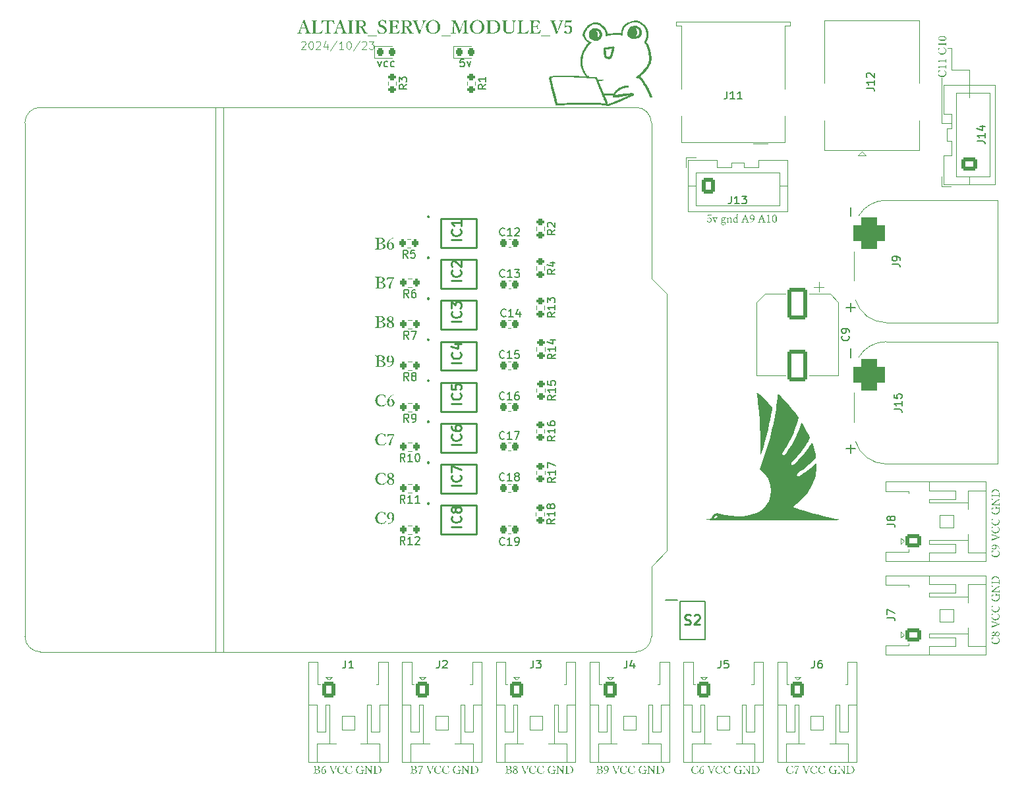
<source format=gto>
%TF.GenerationSoftware,KiCad,Pcbnew,8.0.3*%
%TF.CreationDate,2024-10-23T14:54:12+09:00*%
%TF.ProjectId,ALTAIR_SERVO_MODULE_V5,414c5441-4952-45f5-9345-52564f5f4d4f,rev?*%
%TF.SameCoordinates,Original*%
%TF.FileFunction,Legend,Top*%
%TF.FilePolarity,Positive*%
%FSLAX46Y46*%
G04 Gerber Fmt 4.6, Leading zero omitted, Abs format (unit mm)*
G04 Created by KiCad (PCBNEW 8.0.3) date 2024-10-23 14:54:12*
%MOMM*%
%LPD*%
G01*
G04 APERTURE LIST*
G04 Aperture macros list*
%AMRoundRect*
0 Rectangle with rounded corners*
0 $1 Rounding radius*
0 $2 $3 $4 $5 $6 $7 $8 $9 X,Y pos of 4 corners*
0 Add a 4 corners polygon primitive as box body*
4,1,4,$2,$3,$4,$5,$6,$7,$8,$9,$2,$3,0*
0 Add four circle primitives for the rounded corners*
1,1,$1+$1,$2,$3*
1,1,$1+$1,$4,$5*
1,1,$1+$1,$6,$7*
1,1,$1+$1,$8,$9*
0 Add four rect primitives between the rounded corners*
20,1,$1+$1,$2,$3,$4,$5,0*
20,1,$1+$1,$4,$5,$6,$7,0*
20,1,$1+$1,$6,$7,$8,$9,0*
20,1,$1+$1,$8,$9,$2,$3,0*%
G04 Aperture macros list end*
%ADD10C,0.100000*%
%ADD11C,0.300000*%
%ADD12C,0.150000*%
%ADD13C,0.254000*%
%ADD14C,0.120000*%
%ADD15C,0.000000*%
%ADD16C,0.200000*%
%ADD17RoundRect,0.200000X-0.275000X0.200000X-0.275000X-0.200000X0.275000X-0.200000X0.275000X0.200000X0*%
%ADD18RoundRect,0.200000X0.200000X0.275000X-0.200000X0.275000X-0.200000X-0.275000X0.200000X-0.275000X0*%
%ADD19RoundRect,0.218750X-0.218750X-0.256250X0.218750X-0.256250X0.218750X0.256250X-0.218750X0.256250X0*%
%ADD20R,1.200000X0.800000*%
%ADD21O,2.000000X2.800000*%
%ADD22RoundRect,0.250000X0.725000X-0.600000X0.725000X0.600000X-0.725000X0.600000X-0.725000X-0.600000X0*%
%ADD23O,1.950000X1.700000*%
%ADD24RoundRect,0.225000X-0.225000X-0.250000X0.225000X-0.250000X0.225000X0.250000X-0.225000X0.250000X0*%
%ADD25R,2.000000X0.900000*%
%ADD26RoundRect,1.025000X-1.025000X1.025000X-1.025000X-1.025000X1.025000X-1.025000X1.025000X1.025000X0*%
%ADD27C,4.100000*%
%ADD28O,2.800000X2.000000*%
%ADD29RoundRect,0.250000X-0.600000X-0.725000X0.600000X-0.725000X0.600000X0.725000X-0.600000X0.725000X0*%
%ADD30O,1.700000X1.950000*%
%ADD31C,3.200000*%
%ADD32R,1.525000X0.650000*%
%ADD33RoundRect,0.250000X-1.000000X1.750000X-1.000000X-1.750000X1.000000X-1.750000X1.000000X1.750000X0*%
%ADD34R,1.600000X1.500000*%
%ADD35C,1.600000*%
%ADD36C,3.000000*%
%ADD37R,1.600000X1.600000*%
%ADD38C,4.000000*%
%ADD39C,1.700000*%
G04 APERTURE END LIST*
D10*
X197104000Y-50292000D02*
X197612000Y-50292000D01*
X197612000Y-53086000D02*
X199898000Y-53086000D01*
X197612000Y-50292000D02*
X197612000Y-53086000D01*
X199898000Y-53086000D02*
X199898000Y-56642000D01*
X196342000Y-59944000D02*
X197612000Y-59944000D01*
X196342000Y-54102000D02*
X196342000Y-59944000D01*
G36*
X202760318Y-126087020D02*
G01*
X202816235Y-126082497D01*
X202869652Y-126077904D01*
X202920567Y-126073240D01*
X202975693Y-126067825D01*
X202995524Y-126065771D01*
X202999920Y-126065771D01*
X203010422Y-126087020D01*
X203000653Y-126100697D01*
X202953591Y-126122741D01*
X202906761Y-126150368D01*
X202867350Y-126180589D01*
X202831881Y-126217690D01*
X202806022Y-126261348D01*
X202787551Y-126308060D01*
X202776468Y-126357824D01*
X202772774Y-126410642D01*
X202776304Y-126461861D01*
X202786894Y-126509884D01*
X202808922Y-126563293D01*
X202841116Y-126612100D01*
X202875711Y-126649256D01*
X202917366Y-126683217D01*
X202959105Y-126709532D01*
X203004029Y-126731388D01*
X203052137Y-126748783D01*
X203103429Y-126761718D01*
X203157906Y-126770192D01*
X203215566Y-126774207D01*
X203239522Y-126774563D01*
X203289203Y-126772686D01*
X203347976Y-126765058D01*
X203403052Y-126751563D01*
X203454432Y-126732200D01*
X203502114Y-126706969D01*
X203546099Y-126675871D01*
X203570715Y-126654396D01*
X203608731Y-126613363D01*
X203638882Y-126569033D01*
X203661167Y-126521406D01*
X203675587Y-126470481D01*
X203682142Y-126416259D01*
X203682579Y-126397452D01*
X203679937Y-126344363D01*
X203672013Y-126294944D01*
X203656489Y-126242958D01*
X203634064Y-126195766D01*
X203627380Y-126184717D01*
X203597372Y-126144561D01*
X203559829Y-126106801D01*
X203520131Y-126075248D01*
X203486452Y-126052826D01*
X203479369Y-126038904D01*
X203486207Y-126020341D01*
X203498175Y-126012281D01*
X203510632Y-126016189D01*
X203555328Y-126042477D01*
X203595628Y-126071058D01*
X203642523Y-126112732D01*
X203681602Y-126158482D01*
X203712865Y-126208307D01*
X203736312Y-126262209D01*
X203751944Y-126320186D01*
X203759759Y-126382239D01*
X203760736Y-126414794D01*
X203758199Y-126472061D01*
X203750585Y-126526382D01*
X203737896Y-126577757D01*
X203720131Y-126626186D01*
X203697291Y-126671668D01*
X203669374Y-126714205D01*
X203636382Y-126753795D01*
X203598315Y-126790439D01*
X203552188Y-126826043D01*
X203502650Y-126855612D01*
X203449701Y-126879147D01*
X203393342Y-126896647D01*
X203333571Y-126908112D01*
X203283299Y-126912940D01*
X203244163Y-126914026D01*
X203185323Y-126911538D01*
X203129460Y-126904073D01*
X203076574Y-126891632D01*
X203026665Y-126874214D01*
X202979732Y-126851820D01*
X202935776Y-126824450D01*
X202894796Y-126792103D01*
X202856794Y-126754780D01*
X202819994Y-126710022D01*
X202789431Y-126661996D01*
X202765106Y-126610703D01*
X202747018Y-126556142D01*
X202735167Y-126498313D01*
X202730177Y-126449697D01*
X202729055Y-126411863D01*
X202730967Y-126361693D01*
X202737579Y-126309438D01*
X202748913Y-126260857D01*
X202753235Y-126246999D01*
X202767941Y-126196844D01*
X202775594Y-126147489D01*
X202775949Y-126135868D01*
X202761279Y-126088739D01*
X202760318Y-126087020D01*
G37*
G36*
X203538086Y-125292218D02*
G01*
X203587569Y-125306032D01*
X203632213Y-125329056D01*
X203672019Y-125361290D01*
X203692593Y-125383845D01*
X203722406Y-125428678D01*
X203743700Y-125478672D01*
X203755346Y-125526649D01*
X203760470Y-125578576D01*
X203760736Y-125594138D01*
X203757740Y-125646528D01*
X203748749Y-125695071D01*
X203730686Y-125746843D01*
X203704464Y-125793379D01*
X203675496Y-125829099D01*
X203636218Y-125862973D01*
X203592881Y-125887168D01*
X203545482Y-125901685D01*
X203494023Y-125906524D01*
X203444007Y-125901026D01*
X203397151Y-125884533D01*
X203353456Y-125857044D01*
X203312921Y-125818559D01*
X203282768Y-125779854D01*
X203254639Y-125734112D01*
X203228531Y-125681332D01*
X203204008Y-125728130D01*
X203175065Y-125773228D01*
X203141337Y-125813269D01*
X203110318Y-125839357D01*
X203066514Y-125862427D01*
X203015704Y-125874849D01*
X202977938Y-125877215D01*
X202924518Y-125869931D01*
X202875542Y-125848081D01*
X202835738Y-125816428D01*
X202808189Y-125785136D01*
X202780407Y-125742515D01*
X202760562Y-125696475D01*
X202748655Y-125647016D01*
X202744686Y-125594138D01*
X202788406Y-125594138D01*
X202793987Y-125642719D01*
X202813019Y-125689547D01*
X202845558Y-125729448D01*
X202887316Y-125758387D01*
X202934798Y-125772573D01*
X202958643Y-125774145D01*
X203008468Y-125767378D01*
X203053764Y-125744777D01*
X203074414Y-125726029D01*
X203105350Y-125684766D01*
X203131220Y-125638082D01*
X203132438Y-125635415D01*
X203250269Y-125635415D01*
X203277291Y-125680728D01*
X203308439Y-125718362D01*
X203351263Y-125753384D01*
X203400030Y-125777347D01*
X203454738Y-125790249D01*
X203494512Y-125792707D01*
X203543971Y-125788540D01*
X203593774Y-125773889D01*
X203637394Y-125748689D01*
X203663039Y-125726029D01*
X203693771Y-125684816D01*
X203711746Y-125638754D01*
X203717017Y-125592672D01*
X203711723Y-125544014D01*
X203693424Y-125496339D01*
X203662054Y-125455390D01*
X203650094Y-125444417D01*
X203606158Y-125415493D01*
X203559904Y-125399617D01*
X203507640Y-125393664D01*
X203502083Y-125393614D01*
X203452438Y-125399506D01*
X203403393Y-125419595D01*
X203363866Y-125450231D01*
X203360178Y-125453942D01*
X203327091Y-125495278D01*
X203299797Y-125538409D01*
X203275313Y-125583488D01*
X203253881Y-125627577D01*
X203250269Y-125635415D01*
X203132438Y-125635415D01*
X203154636Y-125586822D01*
X203166494Y-125557745D01*
X203144583Y-125514011D01*
X203112452Y-125475319D01*
X203082718Y-125452477D01*
X203035154Y-125430438D01*
X202985796Y-125421024D01*
X202965482Y-125420237D01*
X202913197Y-125426904D01*
X202867838Y-125446904D01*
X202832614Y-125476657D01*
X202803991Y-125519611D01*
X202789960Y-125569096D01*
X202788406Y-125594138D01*
X202744686Y-125594138D01*
X202748111Y-125541245D01*
X202758384Y-125492631D01*
X202778511Y-125442309D01*
X202807583Y-125397575D01*
X202816249Y-125387264D01*
X202853157Y-125353379D01*
X202898561Y-125328735D01*
X202948593Y-125317782D01*
X202964505Y-125317166D01*
X203013430Y-125322008D01*
X203061076Y-125338519D01*
X203102258Y-125366748D01*
X203135301Y-125403844D01*
X203163236Y-125448037D01*
X203186665Y-125496335D01*
X203191651Y-125508164D01*
X203214903Y-125463880D01*
X203243160Y-125418813D01*
X203276942Y-125376010D01*
X203316844Y-125338950D01*
X203325984Y-125332309D01*
X203369309Y-125308739D01*
X203418071Y-125293898D01*
X203466607Y-125288006D01*
X203483765Y-125287613D01*
X203538086Y-125292218D01*
G37*
G36*
X202783521Y-123859036D02*
G01*
X202793291Y-123908017D01*
X202816982Y-123950383D01*
X202862510Y-123979536D01*
X202908760Y-124001404D01*
X202960624Y-124022992D01*
X202995035Y-124036357D01*
X203483765Y-124223203D01*
X203537054Y-124243770D01*
X203585178Y-124262119D01*
X203636112Y-124281210D01*
X203686135Y-124299446D01*
X203735579Y-124316503D01*
X203755209Y-124362457D01*
X203760736Y-124379762D01*
X203752432Y-124388066D01*
X203702093Y-124404754D01*
X203655187Y-124420789D01*
X203604812Y-124438420D01*
X203550968Y-124457648D01*
X203503448Y-124474892D01*
X203483765Y-124482100D01*
X202995035Y-124664794D01*
X202945539Y-124684191D01*
X202897191Y-124704455D01*
X202849902Y-124726765D01*
X202816982Y-124746615D01*
X202791969Y-124788844D01*
X202783805Y-124838375D01*
X202783521Y-124842847D01*
X202767157Y-124856524D01*
X202744686Y-124842847D01*
X202747037Y-124789632D01*
X202748879Y-124736554D01*
X202749928Y-124686007D01*
X202750060Y-124664061D01*
X202749535Y-124611644D01*
X202748165Y-124560717D01*
X202745946Y-124506234D01*
X202744686Y-124480879D01*
X202767157Y-124466957D01*
X202783521Y-124480879D01*
X202790439Y-124532221D01*
X202803304Y-124575645D01*
X202835300Y-124592009D01*
X202887053Y-124581759D01*
X202937012Y-124565768D01*
X202985673Y-124548229D01*
X202993325Y-124545359D01*
X203414644Y-124386601D01*
X203463336Y-124368832D01*
X203514236Y-124350457D01*
X203562346Y-124333173D01*
X203593186Y-124322121D01*
X203543073Y-124304237D01*
X203493200Y-124285490D01*
X203445072Y-124266718D01*
X203413179Y-124253977D01*
X202994791Y-124103524D01*
X202944599Y-124086427D01*
X202896891Y-124073031D01*
X202847707Y-124064788D01*
X202837987Y-124064445D01*
X202799152Y-124088625D01*
X202787572Y-124137171D01*
X202783521Y-124177041D01*
X202767157Y-124189497D01*
X202744686Y-124177041D01*
X202746780Y-124127459D01*
X202748543Y-124078122D01*
X202749802Y-124027442D01*
X202750060Y-123999232D01*
X202749425Y-123949080D01*
X202747284Y-123896409D01*
X202744686Y-123858304D01*
X202767157Y-123844626D01*
X202783521Y-123859036D01*
G37*
G36*
X202760318Y-122999790D02*
G01*
X202816235Y-122995267D01*
X202869652Y-122990674D01*
X202920567Y-122986011D01*
X202975693Y-122980595D01*
X202995524Y-122978541D01*
X202999920Y-122978541D01*
X203010422Y-122999790D01*
X203000653Y-123013468D01*
X202953591Y-123035512D01*
X202906761Y-123063138D01*
X202867350Y-123093359D01*
X202831881Y-123130460D01*
X202806022Y-123174118D01*
X202787551Y-123220830D01*
X202776468Y-123270594D01*
X202772774Y-123323412D01*
X202776304Y-123374631D01*
X202786894Y-123422655D01*
X202808922Y-123476064D01*
X202841116Y-123524870D01*
X202875711Y-123562027D01*
X202917366Y-123595987D01*
X202959105Y-123622303D01*
X203004029Y-123644158D01*
X203052137Y-123661553D01*
X203103429Y-123674488D01*
X203157906Y-123682963D01*
X203215566Y-123686977D01*
X203239522Y-123687334D01*
X203289203Y-123685456D01*
X203347976Y-123677828D01*
X203403052Y-123664333D01*
X203454432Y-123644970D01*
X203502114Y-123619740D01*
X203546099Y-123588642D01*
X203570715Y-123567166D01*
X203608731Y-123526133D01*
X203638882Y-123481803D01*
X203661167Y-123434176D01*
X203675587Y-123383251D01*
X203682142Y-123329030D01*
X203682579Y-123310223D01*
X203679937Y-123257134D01*
X203672013Y-123207714D01*
X203656489Y-123155729D01*
X203634064Y-123108536D01*
X203627380Y-123097487D01*
X203597372Y-123057332D01*
X203559829Y-123019572D01*
X203520131Y-122988019D01*
X203486452Y-122965596D01*
X203479369Y-122951674D01*
X203486207Y-122933112D01*
X203498175Y-122925052D01*
X203510632Y-122928960D01*
X203555328Y-122955248D01*
X203595628Y-122983828D01*
X203642523Y-123025502D01*
X203681602Y-123071252D01*
X203712865Y-123121078D01*
X203736312Y-123174979D01*
X203751944Y-123232956D01*
X203759759Y-123295009D01*
X203760736Y-123327564D01*
X203758199Y-123384831D01*
X203750585Y-123439153D01*
X203737896Y-123490527D01*
X203720131Y-123538956D01*
X203697291Y-123584439D01*
X203669374Y-123626975D01*
X203636382Y-123666565D01*
X203598315Y-123703210D01*
X203552188Y-123738813D01*
X203502650Y-123768382D01*
X203449701Y-123791917D01*
X203393342Y-123809417D01*
X203333571Y-123820883D01*
X203283299Y-123825710D01*
X203244163Y-123826796D01*
X203185323Y-123824308D01*
X203129460Y-123816844D01*
X203076574Y-123804402D01*
X203026665Y-123786985D01*
X202979732Y-123764591D01*
X202935776Y-123737220D01*
X202894796Y-123704873D01*
X202856794Y-123667550D01*
X202819994Y-123622792D01*
X202789431Y-123574766D01*
X202765106Y-123523473D01*
X202747018Y-123468912D01*
X202735167Y-123411083D01*
X202730177Y-123362467D01*
X202729055Y-123324633D01*
X202730967Y-123274463D01*
X202737579Y-123222209D01*
X202748913Y-123173627D01*
X202753235Y-123159769D01*
X202767941Y-123109615D01*
X202775594Y-123060259D01*
X202775949Y-123048639D01*
X202761279Y-123001509D01*
X202760318Y-122999790D01*
G37*
G36*
X202760318Y-121977878D02*
G01*
X202816235Y-121973355D01*
X202869652Y-121968762D01*
X202920567Y-121964099D01*
X202975693Y-121958683D01*
X202995524Y-121956629D01*
X202999920Y-121956629D01*
X203010422Y-121977878D01*
X203000653Y-121991556D01*
X202953591Y-122013600D01*
X202906761Y-122041226D01*
X202867350Y-122071447D01*
X202831881Y-122108548D01*
X202806022Y-122152206D01*
X202787551Y-122198918D01*
X202776468Y-122248682D01*
X202772774Y-122301500D01*
X202776304Y-122352719D01*
X202786894Y-122400743D01*
X202808922Y-122454152D01*
X202841116Y-122502958D01*
X202875711Y-122540115D01*
X202917366Y-122574075D01*
X202959105Y-122600391D01*
X203004029Y-122622246D01*
X203052137Y-122639641D01*
X203103429Y-122652576D01*
X203157906Y-122661051D01*
X203215566Y-122665065D01*
X203239522Y-122665422D01*
X203289203Y-122663544D01*
X203347976Y-122655916D01*
X203403052Y-122642421D01*
X203454432Y-122623058D01*
X203502114Y-122597827D01*
X203546099Y-122566729D01*
X203570715Y-122545254D01*
X203608731Y-122504221D01*
X203638882Y-122459891D01*
X203661167Y-122412264D01*
X203675587Y-122361339D01*
X203682142Y-122307117D01*
X203682579Y-122288311D01*
X203679937Y-122235222D01*
X203672013Y-122185802D01*
X203656489Y-122133817D01*
X203634064Y-122086624D01*
X203627380Y-122075575D01*
X203597372Y-122035420D01*
X203559829Y-121997660D01*
X203520131Y-121966107D01*
X203486452Y-121943684D01*
X203479369Y-121929762D01*
X203486207Y-121911200D01*
X203498175Y-121903140D01*
X203510632Y-121907048D01*
X203555328Y-121933336D01*
X203595628Y-121961916D01*
X203642523Y-122003590D01*
X203681602Y-122049340D01*
X203712865Y-122099166D01*
X203736312Y-122153067D01*
X203751944Y-122211044D01*
X203759759Y-122273097D01*
X203760736Y-122305652D01*
X203758199Y-122362919D01*
X203750585Y-122417240D01*
X203737896Y-122468615D01*
X203720131Y-122517044D01*
X203697291Y-122562527D01*
X203669374Y-122605063D01*
X203636382Y-122644653D01*
X203598315Y-122681297D01*
X203552188Y-122716901D01*
X203502650Y-122746470D01*
X203449701Y-122770005D01*
X203393342Y-122787505D01*
X203333571Y-122798971D01*
X203283299Y-122803798D01*
X203244163Y-122804884D01*
X203185323Y-122802396D01*
X203129460Y-122794931D01*
X203076574Y-122782490D01*
X203026665Y-122765073D01*
X202979732Y-122742679D01*
X202935776Y-122715308D01*
X202894796Y-122682961D01*
X202856794Y-122645638D01*
X202819994Y-122600880D01*
X202789431Y-122552854D01*
X202765106Y-122501561D01*
X202747018Y-122447000D01*
X202735167Y-122389171D01*
X202730177Y-122340555D01*
X202729055Y-122302721D01*
X202730967Y-122252551D01*
X202737579Y-122200297D01*
X202748913Y-122151715D01*
X202753235Y-122137857D01*
X202767941Y-122087703D01*
X202775594Y-122038347D01*
X202775949Y-122026727D01*
X202761279Y-121979597D01*
X202760318Y-121977878D01*
G37*
G36*
X202760318Y-120575436D02*
G01*
X202812075Y-120571941D01*
X202863481Y-120567441D01*
X202914536Y-120561937D01*
X202965241Y-120555427D01*
X202994058Y-120551256D01*
X202998454Y-120551256D01*
X203010422Y-120575436D01*
X203000653Y-120588381D01*
X202954913Y-120608396D01*
X202908908Y-120635278D01*
X202869588Y-120666434D01*
X202833346Y-120706594D01*
X202806846Y-120747947D01*
X202787917Y-120793117D01*
X202776560Y-120842103D01*
X202772774Y-120894905D01*
X202776328Y-120948069D01*
X202786990Y-120998107D01*
X202804759Y-121045022D01*
X202829637Y-121088811D01*
X202861622Y-121129476D01*
X202900715Y-121167017D01*
X202918343Y-121181158D01*
X202960262Y-121209655D01*
X203005116Y-121233322D01*
X203052903Y-121252159D01*
X203103624Y-121266166D01*
X203157279Y-121275343D01*
X203213867Y-121279690D01*
X203237324Y-121280076D01*
X203291145Y-121278038D01*
X203342211Y-121271925D01*
X203390522Y-121261735D01*
X203447035Y-121243267D01*
X203499243Y-121218430D01*
X203547146Y-121187224D01*
X203590743Y-121149651D01*
X203629423Y-121106056D01*
X203660101Y-121058804D01*
X203682775Y-121007893D01*
X203697447Y-120953325D01*
X203704116Y-120895099D01*
X203704561Y-120874877D01*
X203701847Y-120820484D01*
X203693707Y-120770143D01*
X203677351Y-120716535D01*
X203653609Y-120668443D01*
X203627380Y-120631612D01*
X203578085Y-120626275D01*
X203536766Y-120624773D01*
X203483898Y-120625043D01*
X203435023Y-120626108D01*
X203401455Y-120628192D01*
X203360422Y-120642114D01*
X203337464Y-120677041D01*
X203328946Y-120727736D01*
X203326717Y-120752023D01*
X203308399Y-120764235D01*
X203291790Y-120752023D01*
X203293450Y-120695489D01*
X203294953Y-120642902D01*
X203296289Y-120592756D01*
X203296675Y-120572749D01*
X203295816Y-120521572D01*
X203294477Y-120484822D01*
X203292548Y-120435341D01*
X203291790Y-120409106D01*
X203309131Y-120396894D01*
X203328671Y-120409106D01*
X203335922Y-120457421D01*
X203341371Y-120475052D01*
X203365063Y-120499232D01*
X203412821Y-120511921D01*
X203463716Y-120516326D01*
X203514228Y-120517722D01*
X203530415Y-120517794D01*
X203581531Y-120517397D01*
X203635856Y-120515970D01*
X203685815Y-120513504D01*
X203736801Y-120509490D01*
X203745105Y-120520481D01*
X203745105Y-120570688D01*
X203745105Y-120589846D01*
X203747395Y-120641824D01*
X203750967Y-120686566D01*
X203754773Y-120735849D01*
X203757979Y-120790654D01*
X203759964Y-120843842D01*
X203760727Y-120895412D01*
X203760736Y-120901744D01*
X203758168Y-120961954D01*
X203750463Y-121018996D01*
X203737621Y-121072871D01*
X203719643Y-121123578D01*
X203696527Y-121171117D01*
X203668275Y-121215489D01*
X203634886Y-121256694D01*
X203596361Y-121294731D01*
X203550557Y-121330686D01*
X203501378Y-121360548D01*
X203448824Y-121384315D01*
X203392895Y-121401988D01*
X203333591Y-121413567D01*
X203283718Y-121418442D01*
X203244896Y-121419539D01*
X203188178Y-121417016D01*
X203134040Y-121409449D01*
X203082482Y-121396836D01*
X203033503Y-121379178D01*
X202987105Y-121356475D01*
X202943286Y-121328726D01*
X202902047Y-121295933D01*
X202863388Y-121258094D01*
X202831904Y-121220618D01*
X202798452Y-121170725D01*
X202771559Y-121117445D01*
X202751225Y-121060778D01*
X202739681Y-121013005D01*
X202732334Y-120963065D01*
X202729186Y-120910958D01*
X202729055Y-120897592D01*
X202731583Y-120844460D01*
X202739168Y-120791613D01*
X202751809Y-120739054D01*
X202754944Y-120728576D01*
X202769303Y-120680183D01*
X202775765Y-120631447D01*
X202775949Y-120622086D01*
X202760318Y-120575436D01*
G37*
G36*
X202889034Y-120106734D02*
G01*
X202889034Y-120122609D01*
X203491581Y-120117236D01*
X203544211Y-120115768D01*
X203595108Y-120112427D01*
X203643923Y-120105555D01*
X203676228Y-120094521D01*
X203701301Y-120051356D01*
X203709928Y-120002228D01*
X203711399Y-119985833D01*
X203728008Y-119974842D01*
X203745105Y-119985833D01*
X203744019Y-120035574D01*
X203743884Y-120042254D01*
X203744628Y-120091415D01*
X203745094Y-120140600D01*
X203745105Y-120146789D01*
X203745105Y-120198935D01*
X203745105Y-120253061D01*
X203745105Y-120307501D01*
X203728008Y-120321179D01*
X203711399Y-120307501D01*
X203703352Y-120259041D01*
X203681720Y-120214803D01*
X203675007Y-120209804D01*
X203625572Y-120195249D01*
X203571560Y-120189045D01*
X203518357Y-120186411D01*
X203492558Y-120185868D01*
X202971832Y-120177564D01*
X202919885Y-120178159D01*
X202869591Y-120183326D01*
X202826508Y-120198813D01*
X202799166Y-120243461D01*
X202788013Y-120292553D01*
X202785230Y-120314340D01*
X202768866Y-120328018D01*
X202744686Y-120314340D01*
X202744686Y-120261950D01*
X202744686Y-120210155D01*
X202744686Y-120184403D01*
X202744480Y-120134955D01*
X202743792Y-120083480D01*
X202743221Y-120056664D01*
X202786704Y-120032679D01*
X202828469Y-120007305D01*
X202873166Y-119978114D01*
X202914679Y-119949441D01*
X203381672Y-119623133D01*
X203427934Y-119591265D01*
X203469816Y-119562522D01*
X203513145Y-119532940D01*
X203555365Y-119504341D01*
X203577799Y-119489288D01*
X203404630Y-119489288D01*
X202995524Y-119490753D01*
X202945730Y-119491595D01*
X202891118Y-119495335D01*
X202841788Y-119504217D01*
X202817471Y-119514689D01*
X202792980Y-119560737D01*
X202784784Y-119610931D01*
X202783765Y-119621912D01*
X202767401Y-119634124D01*
X202744686Y-119621912D01*
X202747037Y-119569033D01*
X202749031Y-119515643D01*
X202750060Y-119464619D01*
X202749304Y-119415378D01*
X202747520Y-119365160D01*
X202745017Y-119312826D01*
X202744686Y-119306594D01*
X202767157Y-119292916D01*
X202783521Y-119306594D01*
X202791432Y-119356088D01*
X202815337Y-119400876D01*
X202816982Y-119402093D01*
X202866483Y-119417494D01*
X202921017Y-119423345D01*
X202975721Y-119425706D01*
X202993325Y-119426029D01*
X203485475Y-119435066D01*
X203535182Y-119434780D01*
X203555572Y-119434333D01*
X203608764Y-119433955D01*
X203662431Y-119433063D01*
X203711478Y-119431972D01*
X203724588Y-119431646D01*
X203750535Y-119474823D01*
X203760736Y-119494173D01*
X203753898Y-119503698D01*
X203705463Y-119533893D01*
X203662032Y-119561914D01*
X203616832Y-119591910D01*
X203569863Y-119623881D01*
X203529371Y-119652033D01*
X203512830Y-119663677D01*
X202889034Y-120106734D01*
G37*
G36*
X203295416Y-118168197D02*
G01*
X203352088Y-118176314D01*
X203405386Y-118189843D01*
X203455311Y-118208784D01*
X203501862Y-118233135D01*
X203545039Y-118262899D01*
X203584843Y-118298073D01*
X203621274Y-118338660D01*
X203650297Y-118378632D01*
X203675450Y-118421611D01*
X203696733Y-118467597D01*
X203714147Y-118516591D01*
X203727691Y-118568591D01*
X203737365Y-118623599D01*
X203743170Y-118681615D01*
X203745105Y-118742637D01*
X203745105Y-118792818D01*
X203745105Y-118843342D01*
X203745105Y-118877215D01*
X203745105Y-118927831D01*
X203745105Y-118976729D01*
X203745105Y-119008374D01*
X203745105Y-119060963D01*
X203745105Y-119113781D01*
X203745105Y-119165395D01*
X203745105Y-119177390D01*
X203726542Y-119189846D01*
X203708713Y-119177390D01*
X203703007Y-119128822D01*
X203686220Y-119081642D01*
X203675007Y-119070167D01*
X203622650Y-119058947D01*
X203569886Y-119055772D01*
X203518973Y-119054673D01*
X203489871Y-119054535D01*
X202995768Y-119054535D01*
X202942276Y-119055016D01*
X202891437Y-119056793D01*
X202840423Y-119061601D01*
X202816249Y-119068213D01*
X202793907Y-119112477D01*
X202786169Y-119161312D01*
X202784009Y-119185694D01*
X202767401Y-119198150D01*
X202744686Y-119185694D01*
X202747037Y-119132846D01*
X202748879Y-119080763D01*
X202749976Y-119027707D01*
X202750060Y-119011304D01*
X202749545Y-118960267D01*
X202748286Y-118910121D01*
X202747373Y-118882833D01*
X202746460Y-118832246D01*
X202745536Y-118780665D01*
X202744754Y-118735066D01*
X202788406Y-118735066D01*
X202789694Y-118790730D01*
X202794452Y-118843344D01*
X202805722Y-118891480D01*
X202825042Y-118919225D01*
X202876236Y-118932549D01*
X202930601Y-118936627D01*
X202985146Y-118937769D01*
X202993814Y-118937787D01*
X203525042Y-118937787D01*
X203574181Y-118936368D01*
X203625146Y-118929780D01*
X203660597Y-118915073D01*
X203687006Y-118869501D01*
X203697402Y-118819203D01*
X203701027Y-118769476D01*
X203701385Y-118745324D01*
X203699149Y-118691316D01*
X203692440Y-118640544D01*
X203677764Y-118581630D01*
X203656099Y-118527772D01*
X203627446Y-118478971D01*
X203591804Y-118435227D01*
X203558259Y-118403872D01*
X203518354Y-118374602D01*
X203474811Y-118350292D01*
X203427631Y-118330943D01*
X203376813Y-118316556D01*
X203322358Y-118307129D01*
X203264266Y-118302664D01*
X203240011Y-118302267D01*
X203185422Y-118304393D01*
X203134009Y-118310770D01*
X203085771Y-118321399D01*
X203029939Y-118340662D01*
X202979068Y-118366569D01*
X202933158Y-118399119D01*
X202892209Y-118438311D01*
X202856932Y-118483869D01*
X202828954Y-118534081D01*
X202808274Y-118588947D01*
X202796617Y-118638223D01*
X202790028Y-118690732D01*
X202788406Y-118735066D01*
X202744754Y-118735066D01*
X202744689Y-118731269D01*
X202744686Y-118730914D01*
X202746028Y-118677918D01*
X202750053Y-118627373D01*
X202759594Y-118563793D01*
X202773905Y-118504572D01*
X202792986Y-118449709D01*
X202816838Y-118399204D01*
X202845460Y-118353058D01*
X202878853Y-118311269D01*
X202897338Y-118292009D01*
X202939336Y-118255561D01*
X202985342Y-118225291D01*
X203035354Y-118201198D01*
X203089374Y-118183283D01*
X203147401Y-118171546D01*
X203196707Y-118166603D01*
X203235370Y-118165491D01*
X203295416Y-118168197D01*
G37*
G36*
X166333131Y-71802563D02*
G01*
X166308951Y-72077092D01*
X166305385Y-72125923D01*
X166303578Y-72149632D01*
X166343374Y-72115438D01*
X166389246Y-72091014D01*
X166441194Y-72076360D01*
X166491631Y-72071551D01*
X166499217Y-72071475D01*
X166548928Y-72074703D01*
X166601541Y-72086631D01*
X166648357Y-72107348D01*
X166689377Y-72136854D01*
X166715127Y-72163310D01*
X166744192Y-72205946D01*
X166764953Y-72254229D01*
X166777409Y-72308161D01*
X166781496Y-72359985D01*
X166781561Y-72367741D01*
X166778084Y-72425006D01*
X166767651Y-72477548D01*
X166750263Y-72525367D01*
X166725920Y-72568463D01*
X166694621Y-72606837D01*
X166682643Y-72618579D01*
X166643672Y-72649033D01*
X166594240Y-72674678D01*
X166546704Y-72689104D01*
X166495171Y-72696049D01*
X166471861Y-72696736D01*
X166423089Y-72693729D01*
X166369863Y-72683157D01*
X166318375Y-72664972D01*
X166285016Y-72648621D01*
X166239560Y-72618941D01*
X166204206Y-72580042D01*
X166190982Y-72534315D01*
X166216872Y-72493771D01*
X166264637Y-72478143D01*
X166272559Y-72477895D01*
X166304799Y-72494503D01*
X166329134Y-72537347D01*
X166337284Y-72555808D01*
X166344122Y-72573150D01*
X166371361Y-72615267D01*
X166414878Y-72643579D01*
X166466760Y-72652939D01*
X166472594Y-72653017D01*
X166525970Y-72645170D01*
X166570997Y-72621628D01*
X166607677Y-72582392D01*
X166614011Y-72572661D01*
X166635971Y-72526510D01*
X166649458Y-72478123D01*
X166657266Y-72422806D01*
X166659440Y-72368718D01*
X166656483Y-72318290D01*
X166645862Y-72266698D01*
X166624681Y-72216357D01*
X166597646Y-72178453D01*
X166560487Y-72146053D01*
X166514090Y-72126046D01*
X166475281Y-72121545D01*
X166422509Y-72127544D01*
X166376057Y-72145541D01*
X166335925Y-72175537D01*
X166302113Y-72217532D01*
X166282329Y-72227790D01*
X166243006Y-72205076D01*
X166245937Y-72189444D01*
X166249845Y-72156471D01*
X166287702Y-71722940D01*
X166296739Y-71704622D01*
X166311882Y-71696318D01*
X166361817Y-71697013D01*
X166412344Y-71697337D01*
X166466373Y-71697496D01*
X166519977Y-71697539D01*
X166568987Y-71697212D01*
X166618138Y-71696230D01*
X166667429Y-71694594D01*
X166716860Y-71692303D01*
X166745169Y-71690700D01*
X166757625Y-71703157D01*
X166723920Y-71795725D01*
X166708777Y-71805250D01*
X166654677Y-71804075D01*
X166604909Y-71803154D01*
X166553759Y-71802574D01*
X166548065Y-71802563D01*
X166333131Y-71802563D01*
G37*
G36*
X167556300Y-72086862D02*
G01*
X167542622Y-72103226D01*
X167495809Y-72117401D01*
X167477165Y-72132047D01*
X167448782Y-72175492D01*
X167426820Y-72221688D01*
X167409998Y-72262228D01*
X167307660Y-72514043D01*
X167288045Y-72561701D01*
X167269298Y-72609842D01*
X167252592Y-72656534D01*
X167245867Y-72677197D01*
X167199684Y-72695801D01*
X167194820Y-72696736D01*
X167185295Y-72689898D01*
X167168784Y-72639966D01*
X167151274Y-72590827D01*
X167133601Y-72543806D01*
X167121547Y-72512822D01*
X167026048Y-72262228D01*
X167005807Y-72212189D01*
X166983682Y-72164495D01*
X166958637Y-72125452D01*
X166912857Y-72106268D01*
X166885120Y-72103226D01*
X166874129Y-72086862D01*
X166885120Y-72071475D01*
X166937938Y-72072892D01*
X166987221Y-72073844D01*
X167027270Y-72074161D01*
X167079198Y-72073718D01*
X167132645Y-72072650D01*
X167176990Y-72071475D01*
X167187981Y-72086862D01*
X167176990Y-72102982D01*
X167125912Y-72110477D01*
X167098100Y-72138397D01*
X167108371Y-72186382D01*
X167124008Y-72232769D01*
X167134492Y-72261007D01*
X167203124Y-72439060D01*
X167220653Y-72486303D01*
X167237456Y-72533213D01*
X167242936Y-72548969D01*
X167260676Y-72501666D01*
X167278974Y-72453508D01*
X167284946Y-72437839D01*
X167355043Y-72261007D01*
X167373075Y-72213947D01*
X167387100Y-72164333D01*
X167389237Y-72144503D01*
X167371408Y-72114217D01*
X167321710Y-72104287D01*
X167307660Y-72102982D01*
X167295937Y-72086862D01*
X167306928Y-72071475D01*
X167358706Y-72073004D01*
X167408365Y-72073993D01*
X167432713Y-72074161D01*
X167483560Y-72073403D01*
X167533978Y-72071800D01*
X167542622Y-72071475D01*
X167556300Y-72086862D01*
G37*
G36*
X168301560Y-72060035D02*
G01*
X168349978Y-72071347D01*
X168378665Y-72081244D01*
X168428983Y-72080777D01*
X168484628Y-72079098D01*
X168538289Y-72076197D01*
X168589966Y-72072076D01*
X168596286Y-72071475D01*
X168604590Y-72080023D01*
X168587981Y-72123987D01*
X168573571Y-72134001D01*
X168523556Y-72129994D01*
X168472254Y-72128420D01*
X168434108Y-72128139D01*
X168465396Y-72166666D01*
X168484716Y-72214224D01*
X168489063Y-72253680D01*
X168484514Y-72302330D01*
X168468521Y-72350456D01*
X168441014Y-72391588D01*
X168416279Y-72415124D01*
X168372668Y-72442816D01*
X168321520Y-72460252D01*
X168269043Y-72467175D01*
X168250193Y-72467637D01*
X168210870Y-72463484D01*
X168167078Y-72490375D01*
X168134397Y-72527686D01*
X168127828Y-72555076D01*
X168164560Y-72590758D01*
X168216076Y-72596556D01*
X168221861Y-72596597D01*
X168364255Y-72593910D01*
X168419610Y-72596757D01*
X168478425Y-72608323D01*
X168525708Y-72628785D01*
X168567225Y-72665084D01*
X168592134Y-72714194D01*
X168600207Y-72764905D01*
X168600438Y-72776115D01*
X168595833Y-72825498D01*
X168579293Y-72875953D01*
X168550724Y-72920028D01*
X168510127Y-72957721D01*
X168504206Y-72961984D01*
X168461716Y-72986538D01*
X168412891Y-73005061D01*
X168357731Y-73017553D01*
X168305410Y-73023460D01*
X168258254Y-73024999D01*
X168203909Y-73022182D01*
X168154356Y-73013732D01*
X168103591Y-72997177D01*
X168059086Y-72973264D01*
X168048937Y-72966136D01*
X168010558Y-72930157D01*
X167986859Y-72885444D01*
X167981526Y-72848167D01*
X167985040Y-72827406D01*
X168087284Y-72827406D01*
X168094441Y-72876931D01*
X168118575Y-72921742D01*
X168147856Y-72949039D01*
X168191785Y-72972406D01*
X168239718Y-72984352D01*
X168284387Y-72987385D01*
X168335251Y-72983600D01*
X168385904Y-72970290D01*
X168429601Y-72947398D01*
X168454869Y-72926813D01*
X168487017Y-72886960D01*
X168505101Y-72837351D01*
X168507625Y-72807867D01*
X168497001Y-72757309D01*
X168465127Y-72723847D01*
X168416645Y-72706628D01*
X168366339Y-72701247D01*
X168346914Y-72700889D01*
X168261917Y-72700889D01*
X168212209Y-72699717D01*
X168169838Y-72696736D01*
X168136132Y-72717497D01*
X168104505Y-72756492D01*
X168089001Y-72803226D01*
X168087284Y-72827406D01*
X167985040Y-72827406D01*
X167990243Y-72796662D01*
X168016392Y-72752057D01*
X168053573Y-72718688D01*
X168096066Y-72694291D01*
X168120989Y-72683547D01*
X168073807Y-72663764D01*
X168048205Y-72642759D01*
X168032577Y-72596009D01*
X168032329Y-72587560D01*
X168047596Y-72537891D01*
X168082799Y-72500300D01*
X168124311Y-72472960D01*
X168161533Y-72454448D01*
X168108992Y-72432471D01*
X168067320Y-72404279D01*
X168032444Y-72363530D01*
X168012363Y-72314319D01*
X168006928Y-72265404D01*
X168007706Y-72259297D01*
X168116837Y-72259297D01*
X168121059Y-72309062D01*
X168137270Y-72358704D01*
X168160068Y-72391677D01*
X168200856Y-72420437D01*
X168251415Y-72430023D01*
X168300762Y-72420346D01*
X168340666Y-72391315D01*
X168350333Y-72379465D01*
X168373875Y-72333503D01*
X168383931Y-72281616D01*
X168384771Y-72259297D01*
X168379490Y-72207427D01*
X168361681Y-72160452D01*
X168340075Y-72131803D01*
X168299408Y-72103043D01*
X168250193Y-72093457D01*
X168198983Y-72102900D01*
X168158618Y-72131230D01*
X168149077Y-72142794D01*
X168127038Y-72186972D01*
X168117624Y-72237455D01*
X168116837Y-72259297D01*
X168007706Y-72259297D01*
X168013458Y-72214115D01*
X168033048Y-72168237D01*
X168065699Y-72127768D01*
X168089482Y-72107623D01*
X168134667Y-72080317D01*
X168184431Y-72063125D01*
X168233135Y-72056298D01*
X168250193Y-72055843D01*
X168301560Y-72060035D01*
G37*
G36*
X168912824Y-72180896D02*
G01*
X168945657Y-72138397D01*
X168981873Y-72104692D01*
X169028400Y-72076482D01*
X169079532Y-72060240D01*
X169127025Y-72055843D01*
X169176296Y-72060267D01*
X169224152Y-72075561D01*
X169268419Y-72105002D01*
X169275525Y-72111775D01*
X169304866Y-72151062D01*
X169322027Y-72197391D01*
X169327060Y-72245620D01*
X169324862Y-72397539D01*
X169324862Y-72484734D01*
X169325595Y-72539612D01*
X169328571Y-72589791D01*
X169336586Y-72625662D01*
X169382885Y-72646682D01*
X169411568Y-72650819D01*
X169423780Y-72666206D01*
X169411568Y-72681105D01*
X169358981Y-72679575D01*
X169309974Y-72678631D01*
X169278944Y-72678418D01*
X169229881Y-72678862D01*
X169179614Y-72679929D01*
X169138016Y-72681105D01*
X169125804Y-72666206D01*
X169138016Y-72650575D01*
X169187250Y-72641840D01*
X169210312Y-72625662D01*
X169219841Y-72576558D01*
X169222095Y-72526562D01*
X169222524Y-72484001D01*
X169222524Y-72271998D01*
X169217578Y-72222839D01*
X169206893Y-72192619D01*
X169176408Y-72152154D01*
X169129920Y-72127167D01*
X169085993Y-72121545D01*
X169035985Y-72129153D01*
X168990986Y-72151979D01*
X168954769Y-72185534D01*
X168943599Y-72199458D01*
X168921510Y-72243522D01*
X168913095Y-72294332D01*
X168912824Y-72306436D01*
X168912824Y-72484001D01*
X168913280Y-72533856D01*
X168915513Y-72586750D01*
X168922350Y-72625662D01*
X168945797Y-72642515D01*
X168994507Y-72649840D01*
X169001973Y-72650575D01*
X169012964Y-72666206D01*
X169001973Y-72681105D01*
X168952838Y-72679688D01*
X168903196Y-72678681D01*
X168869593Y-72678418D01*
X168819116Y-72678862D01*
X168769164Y-72679929D01*
X168728665Y-72681105D01*
X168717674Y-72666206D01*
X168728665Y-72650575D01*
X168777708Y-72641232D01*
X168800717Y-72625662D01*
X168810436Y-72576262D01*
X168812735Y-72526500D01*
X168813173Y-72484245D01*
X168813173Y-72291049D01*
X168811875Y-72238654D01*
X168805349Y-72188202D01*
X168802182Y-72178697D01*
X168762371Y-72149632D01*
X168713522Y-72149632D01*
X168700577Y-72128383D01*
X168719140Y-72112752D01*
X168768728Y-72100745D01*
X168819398Y-72085609D01*
X168871149Y-72067343D01*
X168900368Y-72055843D01*
X168915511Y-72068300D01*
X168913874Y-72119510D01*
X168912890Y-72168358D01*
X168912824Y-72180896D01*
G37*
G36*
X170121338Y-71627685D02*
G01*
X170120021Y-71677404D01*
X170118622Y-71736333D01*
X170117498Y-71791683D01*
X170116647Y-71843456D01*
X170115989Y-71900861D01*
X170115726Y-71953113D01*
X170115720Y-71961321D01*
X170115720Y-72474720D01*
X170116118Y-72524647D01*
X170118064Y-72577521D01*
X170124025Y-72616136D01*
X170169698Y-72638319D01*
X170177514Y-72638851D01*
X170203159Y-72640316D01*
X170215371Y-72655459D01*
X170203159Y-72674022D01*
X170152309Y-72678583D01*
X170101150Y-72684575D01*
X170049681Y-72691996D01*
X170020954Y-72696736D01*
X170009963Y-72683303D01*
X170011600Y-72632367D01*
X170012650Y-72587316D01*
X169981915Y-72627142D01*
X169944086Y-72658905D01*
X169924234Y-72670847D01*
X169876668Y-72690264D01*
X169828735Y-72696736D01*
X169777370Y-72693319D01*
X169723043Y-72680693D01*
X169674748Y-72658764D01*
X169632483Y-72627532D01*
X169605986Y-72599528D01*
X169575425Y-72554160D01*
X169555847Y-72509353D01*
X169542954Y-72459779D01*
X169536746Y-72405436D01*
X169536132Y-72380686D01*
X169536471Y-72375069D01*
X169652880Y-72375069D01*
X169655872Y-72427588D01*
X169666619Y-72481200D01*
X169685181Y-72527972D01*
X169715406Y-72572417D01*
X169754534Y-72605790D01*
X169799375Y-72625311D01*
X169845099Y-72631035D01*
X169896118Y-72624404D01*
X169940793Y-72604512D01*
X169979123Y-72571358D01*
X169986027Y-72563136D01*
X170008256Y-72517618D01*
X170012650Y-72478139D01*
X170012650Y-72257832D01*
X170004226Y-72209455D01*
X169986027Y-72176743D01*
X169950983Y-72139434D01*
X169907830Y-72112300D01*
X169860241Y-72100241D01*
X169845099Y-72099563D01*
X169792091Y-72107672D01*
X169746334Y-72132001D01*
X169711352Y-72167765D01*
X169700996Y-72182605D01*
X169677737Y-72227750D01*
X169662090Y-72279926D01*
X169654572Y-72332210D01*
X169652880Y-72375069D01*
X169536471Y-72375069D01*
X169539558Y-72323880D01*
X169549836Y-72271796D01*
X169566967Y-72224435D01*
X169590949Y-72181796D01*
X169621784Y-72143880D01*
X169633585Y-72132291D01*
X169677686Y-72098845D01*
X169726947Y-72074955D01*
X169774282Y-72061890D01*
X169825568Y-72056142D01*
X169840947Y-72055843D01*
X169889872Y-72059751D01*
X169940132Y-72073490D01*
X169985330Y-72097120D01*
X170012650Y-72118369D01*
X170012650Y-71859960D01*
X170011720Y-71806995D01*
X170007292Y-71756966D01*
X170003124Y-71741014D01*
X169963603Y-71711978D01*
X169961847Y-71711949D01*
X169911778Y-71711949D01*
X169901519Y-71698027D01*
X169915930Y-71675069D01*
X169963880Y-71664445D01*
X170016505Y-71649609D01*
X170067209Y-71632886D01*
X170107660Y-71618160D01*
X170121338Y-71627685D01*
G37*
G36*
X171151310Y-71676778D02*
G01*
X171168346Y-71732563D01*
X171183802Y-71781438D01*
X171200403Y-71832483D01*
X171218149Y-71885699D01*
X171237039Y-71941085D01*
X171257075Y-71998642D01*
X171261219Y-72010414D01*
X171419244Y-72453715D01*
X171437555Y-72503328D01*
X171456221Y-72549639D01*
X171477948Y-72595220D01*
X171487877Y-72611251D01*
X171532833Y-72636598D01*
X171583940Y-72644355D01*
X171588993Y-72644713D01*
X171604869Y-72662542D01*
X171589726Y-72681105D01*
X171535352Y-72679694D01*
X171483572Y-72678417D01*
X171431375Y-72677281D01*
X171406300Y-72676953D01*
X171355434Y-72677865D01*
X171304124Y-72679098D01*
X171254602Y-72680363D01*
X171226293Y-72681105D01*
X171213836Y-72662542D01*
X171226293Y-72644713D01*
X171276804Y-72638697D01*
X171319593Y-72624685D01*
X171334736Y-72585362D01*
X171324535Y-72534632D01*
X171308258Y-72482630D01*
X171302496Y-72465683D01*
X171242168Y-72289584D01*
X171189444Y-72286868D01*
X171137705Y-72284893D01*
X171085126Y-72283971D01*
X171081212Y-72283966D01*
X171029581Y-72284410D01*
X170979649Y-72285743D01*
X170926164Y-72288267D01*
X170905357Y-72289584D01*
X170847716Y-72447120D01*
X170830715Y-72496751D01*
X170818625Y-72545478D01*
X170815476Y-72577057D01*
X170834363Y-72622872D01*
X170840145Y-72626639D01*
X170888249Y-72639881D01*
X170933690Y-72644713D01*
X170945902Y-72662542D01*
X170933690Y-72681105D01*
X170881088Y-72679694D01*
X170831917Y-72678417D01*
X170781191Y-72677212D01*
X170764674Y-72676953D01*
X170713496Y-72677443D01*
X170660430Y-72679098D01*
X170622524Y-72681105D01*
X170610068Y-72662542D01*
X170622524Y-72644713D01*
X170670701Y-72632562D01*
X170702880Y-72611251D01*
X170731785Y-72566942D01*
X170755669Y-72516903D01*
X170776436Y-72467031D01*
X170785923Y-72442724D01*
X170867330Y-72227790D01*
X170925385Y-72227790D01*
X170975258Y-72229688D01*
X171026129Y-72230489D01*
X171081212Y-72230721D01*
X171131678Y-72230509D01*
X171182287Y-72229672D01*
X171223606Y-72228034D01*
X171143250Y-72007239D01*
X171125493Y-71955541D01*
X171109190Y-71907673D01*
X171092398Y-71858004D01*
X171077304Y-71813066D01*
X171060355Y-71859998D01*
X171043599Y-71904413D01*
X171026265Y-71950586D01*
X171008497Y-71997939D01*
X171005009Y-72007239D01*
X170925385Y-72227790D01*
X170867330Y-72227790D01*
X170952252Y-72003575D01*
X170972082Y-71950342D01*
X170990049Y-71901650D01*
X171009889Y-71847171D01*
X171026819Y-71799788D01*
X171043294Y-71752295D01*
X171058742Y-71704866D01*
X171139098Y-71665055D01*
X171151310Y-71676778D01*
G37*
G36*
X172026542Y-71684670D02*
G01*
X172081254Y-71699390D01*
X172130613Y-71724955D01*
X172174620Y-71761366D01*
X172202775Y-71794015D01*
X172233325Y-71842077D01*
X172253538Y-71887998D01*
X172268238Y-71938282D01*
X172277426Y-71992927D01*
X172280871Y-72041797D01*
X172281177Y-72062193D01*
X172278816Y-72129066D01*
X172271732Y-72192573D01*
X172259925Y-72252714D01*
X172243396Y-72309489D01*
X172222144Y-72362898D01*
X172196169Y-72412941D01*
X172165472Y-72459619D01*
X172130052Y-72502930D01*
X172089910Y-72542875D01*
X172045044Y-72579454D01*
X172012510Y-72601970D01*
X171967963Y-72628127D01*
X171921943Y-72651244D01*
X171874450Y-72671323D01*
X171825485Y-72688363D01*
X171796844Y-72696736D01*
X171759230Y-72671335D01*
X171750926Y-72647155D01*
X171768023Y-72633478D01*
X171821131Y-72627814D01*
X171869079Y-72617663D01*
X171916853Y-72600878D01*
X171949496Y-72583896D01*
X171989649Y-72555885D01*
X172030242Y-72518863D01*
X172065188Y-72476498D01*
X172091133Y-72435046D01*
X172097751Y-72422452D01*
X172119794Y-72372077D01*
X172135776Y-72322889D01*
X172148672Y-72268934D01*
X172157270Y-72218891D01*
X172161743Y-72183582D01*
X172152706Y-72180896D01*
X172123282Y-72220240D01*
X172084266Y-72255853D01*
X172040201Y-72280386D01*
X171991088Y-72293840D01*
X171952915Y-72296667D01*
X171898260Y-72292155D01*
X171848630Y-72278621D01*
X171804026Y-72256065D01*
X171764447Y-72224485D01*
X171744087Y-72202389D01*
X171714275Y-72159280D01*
X171692980Y-72111286D01*
X171680203Y-72058408D01*
X171676010Y-72008132D01*
X171675944Y-72000644D01*
X171676442Y-71992829D01*
X171798309Y-71992829D01*
X171801033Y-72044565D01*
X171810814Y-72097196D01*
X171830320Y-72148121D01*
X171855218Y-72186025D01*
X171894671Y-72221001D01*
X171940856Y-72239834D01*
X171975385Y-72243422D01*
X172025699Y-72236003D01*
X172070640Y-72213746D01*
X172110207Y-72176652D01*
X172140421Y-72132023D01*
X172144401Y-72124720D01*
X172158881Y-72077190D01*
X172161743Y-72034350D01*
X172160216Y-71985396D01*
X172154354Y-71931816D01*
X172144096Y-71883868D01*
X172126572Y-71835048D01*
X172099217Y-71788642D01*
X172062545Y-71752070D01*
X172015496Y-71729487D01*
X171975385Y-71724406D01*
X171923412Y-71733785D01*
X171878655Y-71761925D01*
X171844227Y-71803785D01*
X171822030Y-71848362D01*
X171807098Y-71899663D01*
X171799924Y-71950908D01*
X171798309Y-71992829D01*
X171676442Y-71992829D01*
X171679396Y-71946460D01*
X171689751Y-71896379D01*
X171707010Y-71850403D01*
X171735871Y-71801953D01*
X171768089Y-71764870D01*
X171774129Y-71759088D01*
X171817940Y-71724787D01*
X171866087Y-71700287D01*
X171918568Y-71685586D01*
X171968046Y-71680763D01*
X171975385Y-71680686D01*
X172026542Y-71684670D01*
G37*
G36*
X173262545Y-71676778D02*
G01*
X173279581Y-71732563D01*
X173295037Y-71781438D01*
X173311638Y-71832483D01*
X173329384Y-71885699D01*
X173348274Y-71941085D01*
X173368310Y-71998642D01*
X173372454Y-72010414D01*
X173530480Y-72453715D01*
X173548790Y-72503328D01*
X173567456Y-72549639D01*
X173589183Y-72595220D01*
X173599112Y-72611251D01*
X173644068Y-72636598D01*
X173695176Y-72644355D01*
X173700228Y-72644713D01*
X173716104Y-72662542D01*
X173700961Y-72681105D01*
X173646588Y-72679694D01*
X173594807Y-72678417D01*
X173542610Y-72677281D01*
X173517535Y-72676953D01*
X173466669Y-72677865D01*
X173415359Y-72679098D01*
X173365837Y-72680363D01*
X173337528Y-72681105D01*
X173325071Y-72662542D01*
X173337528Y-72644713D01*
X173388039Y-72638697D01*
X173430829Y-72624685D01*
X173445972Y-72585362D01*
X173435771Y-72534632D01*
X173419493Y-72482630D01*
X173413732Y-72465683D01*
X173353404Y-72289584D01*
X173300679Y-72286868D01*
X173248940Y-72284893D01*
X173196361Y-72283971D01*
X173192448Y-72283966D01*
X173140816Y-72284410D01*
X173090884Y-72285743D01*
X173037399Y-72288267D01*
X173016593Y-72289584D01*
X172958951Y-72447120D01*
X172941950Y-72496751D01*
X172929860Y-72545478D01*
X172926711Y-72577057D01*
X172945598Y-72622872D01*
X172951380Y-72626639D01*
X172999484Y-72639881D01*
X173044925Y-72644713D01*
X173057137Y-72662542D01*
X173044925Y-72681105D01*
X172992323Y-72679694D01*
X172943152Y-72678417D01*
X172892426Y-72677212D01*
X172875909Y-72676953D01*
X172824731Y-72677443D01*
X172771665Y-72679098D01*
X172733759Y-72681105D01*
X172721303Y-72662542D01*
X172733759Y-72644713D01*
X172781936Y-72632562D01*
X172814115Y-72611251D01*
X172843020Y-72566942D01*
X172866904Y-72516903D01*
X172887671Y-72467031D01*
X172897158Y-72442724D01*
X172978565Y-72227790D01*
X173036621Y-72227790D01*
X173086493Y-72229688D01*
X173137364Y-72230489D01*
X173192448Y-72230721D01*
X173242913Y-72230509D01*
X173293522Y-72229672D01*
X173334841Y-72228034D01*
X173254485Y-72007239D01*
X173236728Y-71955541D01*
X173220425Y-71907673D01*
X173203633Y-71858004D01*
X173188540Y-71813066D01*
X173171591Y-71859998D01*
X173154834Y-71904413D01*
X173137501Y-71950586D01*
X173119732Y-71997939D01*
X173116244Y-72007239D01*
X173036621Y-72227790D01*
X172978565Y-72227790D01*
X173063487Y-72003575D01*
X173083317Y-71950342D01*
X173101284Y-71901650D01*
X173121124Y-71847171D01*
X173138054Y-71799788D01*
X173154529Y-71752295D01*
X173169977Y-71704866D01*
X173250333Y-71665055D01*
X173262545Y-71676778D01*
G37*
G36*
X174150612Y-71680686D02*
G01*
X174173327Y-71698516D01*
X174171357Y-71754267D01*
X174169720Y-71806727D01*
X174168418Y-71855895D01*
X174167296Y-71910552D01*
X174166655Y-71960469D01*
X174166488Y-71998446D01*
X174166488Y-72423429D01*
X174166758Y-72476866D01*
X174167824Y-72526488D01*
X174169907Y-72560937D01*
X174183585Y-72605145D01*
X174227178Y-72628834D01*
X174278517Y-72637745D01*
X174311324Y-72640805D01*
X174323780Y-72661321D01*
X174314011Y-72681105D01*
X174261861Y-72679011D01*
X174208273Y-72677248D01*
X174155650Y-72676067D01*
X174115685Y-72675732D01*
X174062860Y-72676366D01*
X174013347Y-72677626D01*
X173962360Y-72679279D01*
X173912964Y-72681105D01*
X173903438Y-72661077D01*
X173917116Y-72640561D01*
X173968033Y-72635492D01*
X174010417Y-72626639D01*
X174039237Y-72604657D01*
X174051092Y-72556418D01*
X174054885Y-72506646D01*
X174056426Y-72449847D01*
X174056579Y-72421719D01*
X174056579Y-71926883D01*
X174054789Y-71877846D01*
X174044142Y-71828730D01*
X174041436Y-71824301D01*
X174001624Y-71805739D01*
X173952823Y-71816053D01*
X173950822Y-71816729D01*
X173888784Y-71837002D01*
X173870954Y-71809646D01*
X173886830Y-71796457D01*
X173938001Y-71777801D01*
X173988382Y-71757737D01*
X174037972Y-71736265D01*
X174086773Y-71713384D01*
X174134784Y-71689095D01*
X174150612Y-71680686D01*
G37*
G36*
X174902273Y-71685701D02*
G01*
X174955775Y-71704227D01*
X174997540Y-71730972D01*
X175035528Y-71767745D01*
X175069737Y-71814548D01*
X175075071Y-71823324D01*
X175098432Y-71867991D01*
X175117833Y-71917119D01*
X175133275Y-71970707D01*
X175144757Y-72028755D01*
X175151092Y-72078405D01*
X175154893Y-72130910D01*
X175156160Y-72186269D01*
X175154603Y-72249505D01*
X175149932Y-72308909D01*
X175142147Y-72364482D01*
X175131247Y-72416224D01*
X175117234Y-72464133D01*
X175095338Y-72518632D01*
X175068576Y-72567145D01*
X175056509Y-72584873D01*
X175024624Y-72622889D01*
X174983691Y-72657300D01*
X174938738Y-72681006D01*
X174889765Y-72694005D01*
X174852322Y-72696736D01*
X174798149Y-72691696D01*
X174748835Y-72676575D01*
X174704382Y-72651373D01*
X174664789Y-72616090D01*
X174630056Y-72570727D01*
X174619558Y-72553366D01*
X174594325Y-72500890D01*
X174577285Y-72451991D01*
X174563871Y-72398394D01*
X174554082Y-72340097D01*
X174548862Y-72290077D01*
X174545961Y-72237050D01*
X174545309Y-72195306D01*
X174545394Y-72190665D01*
X174670361Y-72190665D01*
X174671220Y-72254100D01*
X174673796Y-72312756D01*
X174678089Y-72366635D01*
X174684100Y-72415735D01*
X174694028Y-72470392D01*
X174709484Y-72526125D01*
X174725316Y-72564357D01*
X174753136Y-72607215D01*
X174791299Y-72638385D01*
X174842094Y-72652671D01*
X174852322Y-72653017D01*
X174900607Y-72643801D01*
X174941048Y-72616154D01*
X174970410Y-72576106D01*
X174988365Y-72536513D01*
X175002891Y-72489601D01*
X175014411Y-72434412D01*
X175021716Y-72382098D01*
X175026934Y-72324035D01*
X175029605Y-72273446D01*
X175030941Y-72219179D01*
X175031108Y-72190665D01*
X175030409Y-72134204D01*
X175028314Y-72081386D01*
X175024822Y-72032210D01*
X175016965Y-71965276D01*
X175005966Y-71906538D01*
X174991824Y-71855996D01*
X174968079Y-71801357D01*
X174938747Y-71761288D01*
X174894225Y-71731691D01*
X174852322Y-71724406D01*
X174799902Y-71735789D01*
X174756366Y-71769939D01*
X174727935Y-71813651D01*
X174705189Y-71871933D01*
X174691862Y-71925207D01*
X174681734Y-71986677D01*
X174674803Y-72056342D01*
X174671960Y-72107340D01*
X174670539Y-72161979D01*
X174670361Y-72190665D01*
X174545394Y-72190665D01*
X174546202Y-72146387D01*
X174550171Y-72084695D01*
X174557315Y-72027040D01*
X174567634Y-71973423D01*
X174581128Y-71923844D01*
X174602461Y-71867547D01*
X174628756Y-71817560D01*
X174646914Y-71790595D01*
X174679065Y-71753243D01*
X174720286Y-71719433D01*
X174765505Y-71696142D01*
X174814721Y-71683370D01*
X174852322Y-71680686D01*
X174902273Y-71685701D01*
G37*
G36*
X177188979Y-142562318D02*
G01*
X177193502Y-142618235D01*
X177198095Y-142671652D01*
X177202759Y-142722567D01*
X177208174Y-142777693D01*
X177210228Y-142797524D01*
X177210228Y-142801920D01*
X177188979Y-142812422D01*
X177175302Y-142802653D01*
X177153258Y-142755591D01*
X177125631Y-142708761D01*
X177095410Y-142669350D01*
X177058309Y-142633881D01*
X177014651Y-142608022D01*
X176967939Y-142589551D01*
X176918175Y-142578468D01*
X176865357Y-142574774D01*
X176814138Y-142578304D01*
X176766115Y-142588894D01*
X176712706Y-142610922D01*
X176663899Y-142643116D01*
X176626743Y-142677711D01*
X176592782Y-142719366D01*
X176566467Y-142761105D01*
X176544611Y-142806029D01*
X176527216Y-142854137D01*
X176514281Y-142905429D01*
X176505807Y-142959906D01*
X176501792Y-143017566D01*
X176501436Y-143041522D01*
X176503313Y-143091203D01*
X176510941Y-143149976D01*
X176524436Y-143205052D01*
X176543799Y-143256432D01*
X176569030Y-143304114D01*
X176600128Y-143348099D01*
X176621603Y-143372715D01*
X176662636Y-143410731D01*
X176706966Y-143440882D01*
X176754593Y-143463167D01*
X176805518Y-143477587D01*
X176859740Y-143484142D01*
X176878547Y-143484579D01*
X176931636Y-143481937D01*
X176981055Y-143474013D01*
X177033041Y-143458489D01*
X177080233Y-143436064D01*
X177091282Y-143429380D01*
X177131438Y-143399372D01*
X177169198Y-143361829D01*
X177200751Y-143322131D01*
X177223173Y-143288452D01*
X177237095Y-143281369D01*
X177255658Y-143288207D01*
X177263718Y-143300175D01*
X177259810Y-143312632D01*
X177233522Y-143357328D01*
X177204941Y-143397628D01*
X177163267Y-143444523D01*
X177117517Y-143483602D01*
X177067692Y-143514865D01*
X177013790Y-143538312D01*
X176955813Y-143553944D01*
X176893760Y-143561759D01*
X176861205Y-143562736D01*
X176803938Y-143560199D01*
X176749617Y-143552585D01*
X176698242Y-143539896D01*
X176649813Y-143522131D01*
X176604331Y-143499291D01*
X176561794Y-143471374D01*
X176522204Y-143438382D01*
X176485560Y-143400315D01*
X176449956Y-143354188D01*
X176420387Y-143304650D01*
X176396852Y-143251701D01*
X176379352Y-143195342D01*
X176367887Y-143135571D01*
X176363059Y-143085299D01*
X176361973Y-143046163D01*
X176364461Y-142987323D01*
X176371926Y-142931460D01*
X176384367Y-142878574D01*
X176401785Y-142828665D01*
X176424179Y-142781732D01*
X176451549Y-142737776D01*
X176483896Y-142696796D01*
X176521219Y-142658794D01*
X176565977Y-142621994D01*
X176614003Y-142591431D01*
X176665296Y-142567106D01*
X176719857Y-142549018D01*
X176777686Y-142537167D01*
X176826302Y-142532177D01*
X176864136Y-142531055D01*
X176914306Y-142532967D01*
X176966561Y-142539579D01*
X177015142Y-142550913D01*
X177029000Y-142555235D01*
X177079155Y-142569941D01*
X177128510Y-142577594D01*
X177140131Y-142577949D01*
X177187260Y-142563279D01*
X177188979Y-142562318D01*
G37*
G36*
X177421498Y-142562318D02*
G01*
X177473432Y-142563092D01*
X177531203Y-142563847D01*
X177584011Y-142564414D01*
X177639348Y-142564836D01*
X177694318Y-142565004D01*
X177746509Y-142564836D01*
X177800066Y-142564414D01*
X177851832Y-142563847D01*
X177909008Y-142563092D01*
X177960787Y-142562318D01*
X177971778Y-142590406D01*
X177966404Y-142624600D01*
X177942854Y-142670709D01*
X177920319Y-142715614D01*
X177888419Y-142780715D01*
X177858804Y-142843106D01*
X177831472Y-142902789D01*
X177806425Y-142959762D01*
X177783662Y-143014026D01*
X177763183Y-143065581D01*
X177744988Y-143114427D01*
X177724280Y-143175341D01*
X177711415Y-143217866D01*
X177699126Y-143267355D01*
X177689498Y-143319601D01*
X177684314Y-143368214D01*
X177683327Y-143398605D01*
X177684548Y-143499722D01*
X177659861Y-143543929D01*
X177656460Y-143546372D01*
X177610156Y-143562337D01*
X177600284Y-143562736D01*
X177551878Y-143547296D01*
X177538247Y-143508026D01*
X177540931Y-143455103D01*
X177548983Y-143402123D01*
X177560961Y-143353909D01*
X177577276Y-143305256D01*
X177595136Y-143258262D01*
X177614270Y-143211257D01*
X177636676Y-143158759D01*
X177660759Y-143107144D01*
X177683016Y-143062402D01*
X177710234Y-143009394D01*
X177733903Y-142964213D01*
X177760363Y-142914382D01*
X177789613Y-142859902D01*
X177821654Y-142800772D01*
X177856486Y-142736993D01*
X177881257Y-142691890D01*
X177894108Y-142668563D01*
X177601505Y-142668563D01*
X177548769Y-142671211D01*
X177498255Y-142682569D01*
X177475232Y-142695674D01*
X177445060Y-142734337D01*
X177426734Y-142780980D01*
X177425651Y-142784823D01*
X177410508Y-142796791D01*
X177387793Y-142786044D01*
X177387793Y-142783357D01*
X177395527Y-142735103D01*
X177403725Y-142682779D01*
X177412006Y-142628217D01*
X177419127Y-142579243D01*
X177421498Y-142562318D01*
G37*
G36*
X179431373Y-142569157D02*
G01*
X179416963Y-142585521D01*
X179367982Y-142595291D01*
X179325616Y-142618982D01*
X179296463Y-142664510D01*
X179274595Y-142710760D01*
X179253007Y-142762624D01*
X179239642Y-142797035D01*
X179052796Y-143285765D01*
X179032229Y-143339054D01*
X179013880Y-143387178D01*
X178994789Y-143438112D01*
X178976553Y-143488135D01*
X178959496Y-143537579D01*
X178913542Y-143557209D01*
X178896237Y-143562736D01*
X178887933Y-143554432D01*
X178871245Y-143504093D01*
X178855210Y-143457187D01*
X178837579Y-143406812D01*
X178818351Y-143352968D01*
X178801107Y-143305448D01*
X178793899Y-143285765D01*
X178611205Y-142797035D01*
X178591808Y-142747539D01*
X178571544Y-142699191D01*
X178549234Y-142651902D01*
X178529384Y-142618982D01*
X178487155Y-142593969D01*
X178437624Y-142585805D01*
X178433152Y-142585521D01*
X178419475Y-142569157D01*
X178433152Y-142546686D01*
X178486367Y-142549037D01*
X178539445Y-142550879D01*
X178589992Y-142551928D01*
X178611938Y-142552060D01*
X178664355Y-142551535D01*
X178715282Y-142550165D01*
X178769765Y-142547946D01*
X178795120Y-142546686D01*
X178809042Y-142569157D01*
X178795120Y-142585521D01*
X178743778Y-142592439D01*
X178700354Y-142605304D01*
X178683990Y-142637300D01*
X178694240Y-142689053D01*
X178710231Y-142739012D01*
X178727770Y-142787673D01*
X178730640Y-142795325D01*
X178889398Y-143216644D01*
X178907167Y-143265336D01*
X178925542Y-143316236D01*
X178942826Y-143364346D01*
X178953878Y-143395186D01*
X178971762Y-143345073D01*
X178990509Y-143295200D01*
X179009281Y-143247072D01*
X179022022Y-143215179D01*
X179172475Y-142796791D01*
X179189572Y-142746599D01*
X179202968Y-142698891D01*
X179211211Y-142649707D01*
X179211554Y-142639987D01*
X179187374Y-142601152D01*
X179138828Y-142589572D01*
X179098958Y-142585521D01*
X179086502Y-142569157D01*
X179098958Y-142546686D01*
X179148540Y-142548780D01*
X179197877Y-142550543D01*
X179248557Y-142551802D01*
X179276767Y-142552060D01*
X179326919Y-142551425D01*
X179379590Y-142549284D01*
X179417695Y-142546686D01*
X179431373Y-142569157D01*
G37*
G36*
X180276209Y-142562318D02*
G01*
X180280732Y-142618235D01*
X180285325Y-142671652D01*
X180289988Y-142722567D01*
X180295404Y-142777693D01*
X180297458Y-142797524D01*
X180297458Y-142801920D01*
X180276209Y-142812422D01*
X180262531Y-142802653D01*
X180240487Y-142755591D01*
X180212861Y-142708761D01*
X180182640Y-142669350D01*
X180145539Y-142633881D01*
X180101881Y-142608022D01*
X180055169Y-142589551D01*
X180005405Y-142578468D01*
X179952587Y-142574774D01*
X179901368Y-142578304D01*
X179853344Y-142588894D01*
X179799935Y-142610922D01*
X179751129Y-142643116D01*
X179713972Y-142677711D01*
X179680012Y-142719366D01*
X179653696Y-142761105D01*
X179631841Y-142806029D01*
X179614446Y-142854137D01*
X179601511Y-142905429D01*
X179593036Y-142959906D01*
X179589022Y-143017566D01*
X179588665Y-143041522D01*
X179590543Y-143091203D01*
X179598171Y-143149976D01*
X179611666Y-143205052D01*
X179631029Y-143256432D01*
X179656259Y-143304114D01*
X179687357Y-143348099D01*
X179708833Y-143372715D01*
X179749866Y-143410731D01*
X179794196Y-143440882D01*
X179841823Y-143463167D01*
X179892748Y-143477587D01*
X179946969Y-143484142D01*
X179965776Y-143484579D01*
X180018865Y-143481937D01*
X180068285Y-143474013D01*
X180120270Y-143458489D01*
X180167463Y-143436064D01*
X180178512Y-143429380D01*
X180218667Y-143399372D01*
X180256427Y-143361829D01*
X180287980Y-143322131D01*
X180310403Y-143288452D01*
X180324325Y-143281369D01*
X180342887Y-143288207D01*
X180350947Y-143300175D01*
X180347039Y-143312632D01*
X180320751Y-143357328D01*
X180292171Y-143397628D01*
X180250497Y-143444523D01*
X180204747Y-143483602D01*
X180154921Y-143514865D01*
X180101020Y-143538312D01*
X180043043Y-143553944D01*
X179980990Y-143561759D01*
X179948435Y-143562736D01*
X179891168Y-143560199D01*
X179836846Y-143552585D01*
X179785472Y-143539896D01*
X179737043Y-143522131D01*
X179691560Y-143499291D01*
X179649024Y-143471374D01*
X179609434Y-143438382D01*
X179572789Y-143400315D01*
X179537186Y-143354188D01*
X179507617Y-143304650D01*
X179484082Y-143251701D01*
X179466582Y-143195342D01*
X179455116Y-143135571D01*
X179450289Y-143085299D01*
X179449203Y-143046163D01*
X179451691Y-142987323D01*
X179459155Y-142931460D01*
X179471597Y-142878574D01*
X179489014Y-142828665D01*
X179511408Y-142781732D01*
X179538779Y-142737776D01*
X179571126Y-142696796D01*
X179608449Y-142658794D01*
X179653207Y-142621994D01*
X179701233Y-142591431D01*
X179752526Y-142567106D01*
X179807087Y-142549018D01*
X179864916Y-142537167D01*
X179913532Y-142532177D01*
X179951366Y-142531055D01*
X180001536Y-142532967D01*
X180053790Y-142539579D01*
X180102372Y-142550913D01*
X180116230Y-142555235D01*
X180166384Y-142569941D01*
X180215740Y-142577594D01*
X180227360Y-142577949D01*
X180274490Y-142563279D01*
X180276209Y-142562318D01*
G37*
G36*
X181298121Y-142562318D02*
G01*
X181302644Y-142618235D01*
X181307237Y-142671652D01*
X181311900Y-142722567D01*
X181317316Y-142777693D01*
X181319370Y-142797524D01*
X181319370Y-142801920D01*
X181298121Y-142812422D01*
X181284443Y-142802653D01*
X181262399Y-142755591D01*
X181234773Y-142708761D01*
X181204552Y-142669350D01*
X181167451Y-142633881D01*
X181123793Y-142608022D01*
X181077081Y-142589551D01*
X181027317Y-142578468D01*
X180974499Y-142574774D01*
X180923280Y-142578304D01*
X180875256Y-142588894D01*
X180821847Y-142610922D01*
X180773041Y-142643116D01*
X180735884Y-142677711D01*
X180701924Y-142719366D01*
X180675608Y-142761105D01*
X180653753Y-142806029D01*
X180636358Y-142854137D01*
X180623423Y-142905429D01*
X180614948Y-142959906D01*
X180610934Y-143017566D01*
X180610577Y-143041522D01*
X180612455Y-143091203D01*
X180620083Y-143149976D01*
X180633578Y-143205052D01*
X180652941Y-143256432D01*
X180678172Y-143304114D01*
X180709270Y-143348099D01*
X180730745Y-143372715D01*
X180771778Y-143410731D01*
X180816108Y-143440882D01*
X180863735Y-143463167D01*
X180914660Y-143477587D01*
X180968882Y-143484142D01*
X180987688Y-143484579D01*
X181040777Y-143481937D01*
X181090197Y-143474013D01*
X181142182Y-143458489D01*
X181189375Y-143436064D01*
X181200424Y-143429380D01*
X181240579Y-143399372D01*
X181278339Y-143361829D01*
X181309892Y-143322131D01*
X181332315Y-143288452D01*
X181346237Y-143281369D01*
X181364799Y-143288207D01*
X181372859Y-143300175D01*
X181368951Y-143312632D01*
X181342663Y-143357328D01*
X181314083Y-143397628D01*
X181272409Y-143444523D01*
X181226659Y-143483602D01*
X181176833Y-143514865D01*
X181122932Y-143538312D01*
X181064955Y-143553944D01*
X181002902Y-143561759D01*
X180970347Y-143562736D01*
X180913080Y-143560199D01*
X180858759Y-143552585D01*
X180807384Y-143539896D01*
X180758955Y-143522131D01*
X180713472Y-143499291D01*
X180670936Y-143471374D01*
X180631346Y-143438382D01*
X180594702Y-143400315D01*
X180559098Y-143354188D01*
X180529529Y-143304650D01*
X180505994Y-143251701D01*
X180488494Y-143195342D01*
X180477028Y-143135571D01*
X180472201Y-143085299D01*
X180471115Y-143046163D01*
X180473603Y-142987323D01*
X180481068Y-142931460D01*
X180493509Y-142878574D01*
X180510926Y-142828665D01*
X180533320Y-142781732D01*
X180560691Y-142737776D01*
X180593038Y-142696796D01*
X180630361Y-142658794D01*
X180675119Y-142621994D01*
X180723145Y-142591431D01*
X180774438Y-142567106D01*
X180828999Y-142549018D01*
X180886828Y-142537167D01*
X180935444Y-142532177D01*
X180973278Y-142531055D01*
X181023448Y-142532967D01*
X181075702Y-142539579D01*
X181124284Y-142550913D01*
X181138142Y-142555235D01*
X181188296Y-142569941D01*
X181237652Y-142577594D01*
X181249272Y-142577949D01*
X181296402Y-142563279D01*
X181298121Y-142562318D01*
G37*
G36*
X182700563Y-142562318D02*
G01*
X182704058Y-142614075D01*
X182708558Y-142665481D01*
X182714062Y-142716536D01*
X182720572Y-142767241D01*
X182724743Y-142796058D01*
X182724743Y-142800454D01*
X182700563Y-142812422D01*
X182687618Y-142802653D01*
X182667603Y-142756913D01*
X182640721Y-142710908D01*
X182609565Y-142671588D01*
X182569405Y-142635346D01*
X182528052Y-142608846D01*
X182482882Y-142589917D01*
X182433896Y-142578560D01*
X182381094Y-142574774D01*
X182327930Y-142578328D01*
X182277892Y-142588990D01*
X182230977Y-142606759D01*
X182187188Y-142631637D01*
X182146523Y-142663622D01*
X182108982Y-142702715D01*
X182094841Y-142720343D01*
X182066344Y-142762262D01*
X182042677Y-142807116D01*
X182023840Y-142854903D01*
X182009833Y-142905624D01*
X182000656Y-142959279D01*
X181996309Y-143015867D01*
X181995923Y-143039324D01*
X181997961Y-143093145D01*
X182004074Y-143144211D01*
X182014264Y-143192522D01*
X182032732Y-143249035D01*
X182057569Y-143301243D01*
X182088775Y-143349146D01*
X182126348Y-143392743D01*
X182169943Y-143431423D01*
X182217195Y-143462101D01*
X182268106Y-143484775D01*
X182322674Y-143499447D01*
X182380900Y-143506116D01*
X182401122Y-143506561D01*
X182455515Y-143503847D01*
X182505856Y-143495707D01*
X182559464Y-143479351D01*
X182607556Y-143455609D01*
X182644387Y-143429380D01*
X182649724Y-143380085D01*
X182651226Y-143338766D01*
X182650956Y-143285898D01*
X182649891Y-143237023D01*
X182647807Y-143203455D01*
X182633885Y-143162422D01*
X182598958Y-143139464D01*
X182548263Y-143130946D01*
X182523976Y-143128717D01*
X182511764Y-143110399D01*
X182523976Y-143093790D01*
X182580510Y-143095450D01*
X182633097Y-143096953D01*
X182683243Y-143098289D01*
X182703250Y-143098675D01*
X182754427Y-143097816D01*
X182791177Y-143096477D01*
X182840658Y-143094548D01*
X182866893Y-143093790D01*
X182879105Y-143111131D01*
X182866893Y-143130671D01*
X182818578Y-143137922D01*
X182800947Y-143143371D01*
X182776767Y-143167063D01*
X182764078Y-143214821D01*
X182759673Y-143265716D01*
X182758277Y-143316228D01*
X182758205Y-143332415D01*
X182758602Y-143383531D01*
X182760029Y-143437856D01*
X182762495Y-143487815D01*
X182766509Y-143538801D01*
X182755518Y-143547105D01*
X182705311Y-143547105D01*
X182686153Y-143547105D01*
X182634175Y-143549395D01*
X182589433Y-143552967D01*
X182540150Y-143556773D01*
X182485345Y-143559979D01*
X182432157Y-143561964D01*
X182380587Y-143562727D01*
X182374255Y-143562736D01*
X182314045Y-143560168D01*
X182257003Y-143552463D01*
X182203128Y-143539621D01*
X182152421Y-143521643D01*
X182104882Y-143498527D01*
X182060510Y-143470275D01*
X182019305Y-143436886D01*
X181981268Y-143398361D01*
X181945313Y-143352557D01*
X181915451Y-143303378D01*
X181891684Y-143250824D01*
X181874011Y-143194895D01*
X181862432Y-143135591D01*
X181857557Y-143085718D01*
X181856460Y-143046896D01*
X181858983Y-142990178D01*
X181866550Y-142936040D01*
X181879163Y-142884482D01*
X181896821Y-142835503D01*
X181919524Y-142789105D01*
X181947273Y-142745286D01*
X181980066Y-142704047D01*
X182017905Y-142665388D01*
X182055381Y-142633904D01*
X182105274Y-142600452D01*
X182158554Y-142573559D01*
X182215221Y-142553225D01*
X182262994Y-142541681D01*
X182312934Y-142534334D01*
X182365041Y-142531186D01*
X182378407Y-142531055D01*
X182431539Y-142533583D01*
X182484386Y-142541168D01*
X182536945Y-142553809D01*
X182547423Y-142556944D01*
X182595816Y-142571303D01*
X182644552Y-142577765D01*
X182653913Y-142577949D01*
X182700563Y-142562318D01*
G37*
G36*
X183169265Y-142691034D02*
G01*
X183153390Y-142691034D01*
X183158763Y-143293581D01*
X183160231Y-143346211D01*
X183163572Y-143397108D01*
X183170444Y-143445923D01*
X183181478Y-143478228D01*
X183224643Y-143503301D01*
X183273771Y-143511928D01*
X183290166Y-143513399D01*
X183301157Y-143530008D01*
X183290166Y-143547105D01*
X183240425Y-143546019D01*
X183233745Y-143545884D01*
X183184584Y-143546628D01*
X183135399Y-143547094D01*
X183129210Y-143547105D01*
X183077064Y-143547105D01*
X183022938Y-143547105D01*
X182968498Y-143547105D01*
X182954820Y-143530008D01*
X182968498Y-143513399D01*
X183016958Y-143505352D01*
X183061196Y-143483720D01*
X183066195Y-143477007D01*
X183080750Y-143427572D01*
X183086954Y-143373560D01*
X183089588Y-143320357D01*
X183090131Y-143294558D01*
X183098435Y-142773832D01*
X183097840Y-142721885D01*
X183092673Y-142671591D01*
X183077186Y-142628508D01*
X183032538Y-142601166D01*
X182983446Y-142590013D01*
X182961659Y-142587230D01*
X182947981Y-142570866D01*
X182961659Y-142546686D01*
X183014049Y-142546686D01*
X183065844Y-142546686D01*
X183091596Y-142546686D01*
X183141044Y-142546480D01*
X183192519Y-142545792D01*
X183219335Y-142545221D01*
X183243320Y-142588704D01*
X183268694Y-142630469D01*
X183297885Y-142675166D01*
X183326558Y-142716679D01*
X183652866Y-143183672D01*
X183684734Y-143229934D01*
X183713477Y-143271816D01*
X183743059Y-143315145D01*
X183771658Y-143357365D01*
X183786711Y-143379799D01*
X183786711Y-143206630D01*
X183785246Y-142797524D01*
X183784404Y-142747730D01*
X183780664Y-142693118D01*
X183771782Y-142643788D01*
X183761310Y-142619471D01*
X183715262Y-142594980D01*
X183665068Y-142586784D01*
X183654087Y-142585765D01*
X183641875Y-142569401D01*
X183654087Y-142546686D01*
X183706966Y-142549037D01*
X183760356Y-142551031D01*
X183811380Y-142552060D01*
X183860621Y-142551304D01*
X183910839Y-142549520D01*
X183963173Y-142547017D01*
X183969405Y-142546686D01*
X183983083Y-142569157D01*
X183969405Y-142585521D01*
X183919911Y-142593432D01*
X183875123Y-142617337D01*
X183873906Y-142618982D01*
X183858505Y-142668483D01*
X183852654Y-142723017D01*
X183850293Y-142777721D01*
X183849970Y-142795325D01*
X183840933Y-143287475D01*
X183841219Y-143337182D01*
X183841666Y-143357572D01*
X183842044Y-143410764D01*
X183842936Y-143464431D01*
X183844027Y-143513478D01*
X183844353Y-143526588D01*
X183801176Y-143552535D01*
X183781826Y-143562736D01*
X183772301Y-143555898D01*
X183742106Y-143507463D01*
X183714085Y-143464032D01*
X183684089Y-143418832D01*
X183652118Y-143371863D01*
X183623966Y-143331371D01*
X183612322Y-143314830D01*
X183169265Y-142691034D01*
G37*
G36*
X184598081Y-142548028D02*
G01*
X184648626Y-142552053D01*
X184712206Y-142561594D01*
X184771427Y-142575905D01*
X184826290Y-142594986D01*
X184876795Y-142618838D01*
X184922941Y-142647460D01*
X184964730Y-142680853D01*
X184983990Y-142699338D01*
X185020438Y-142741336D01*
X185050708Y-142787342D01*
X185074801Y-142837354D01*
X185092716Y-142891374D01*
X185104453Y-142949401D01*
X185109396Y-142998707D01*
X185110508Y-143037370D01*
X185107802Y-143097416D01*
X185099685Y-143154088D01*
X185086156Y-143207386D01*
X185067215Y-143257311D01*
X185042864Y-143303862D01*
X185013100Y-143347039D01*
X184977926Y-143386843D01*
X184937339Y-143423274D01*
X184897367Y-143452297D01*
X184854388Y-143477450D01*
X184808402Y-143498733D01*
X184759408Y-143516147D01*
X184707408Y-143529691D01*
X184652400Y-143539365D01*
X184594384Y-143545170D01*
X184533362Y-143547105D01*
X184483181Y-143547105D01*
X184432657Y-143547105D01*
X184398784Y-143547105D01*
X184348168Y-143547105D01*
X184299270Y-143547105D01*
X184267625Y-143547105D01*
X184215036Y-143547105D01*
X184162218Y-143547105D01*
X184110604Y-143547105D01*
X184098609Y-143547105D01*
X184086153Y-143528542D01*
X184098609Y-143510713D01*
X184147177Y-143505007D01*
X184194357Y-143488220D01*
X184205832Y-143477007D01*
X184217052Y-143424650D01*
X184220227Y-143371886D01*
X184221326Y-143320973D01*
X184221464Y-143291871D01*
X184221464Y-142797768D01*
X184221446Y-142795814D01*
X184338212Y-142795814D01*
X184338212Y-143327042D01*
X184339631Y-143376181D01*
X184346219Y-143427146D01*
X184360926Y-143462597D01*
X184406498Y-143489006D01*
X184456796Y-143499402D01*
X184506523Y-143503027D01*
X184530675Y-143503385D01*
X184584683Y-143501149D01*
X184635455Y-143494440D01*
X184694369Y-143479764D01*
X184748227Y-143458099D01*
X184797028Y-143429446D01*
X184840772Y-143393804D01*
X184872127Y-143360259D01*
X184901397Y-143320354D01*
X184925707Y-143276811D01*
X184945056Y-143229631D01*
X184959443Y-143178813D01*
X184968870Y-143124358D01*
X184973335Y-143066266D01*
X184973732Y-143042011D01*
X184971606Y-142987422D01*
X184965229Y-142936009D01*
X184954600Y-142887771D01*
X184935337Y-142831939D01*
X184909430Y-142781068D01*
X184876880Y-142735158D01*
X184837688Y-142694209D01*
X184792130Y-142658932D01*
X184741918Y-142630954D01*
X184687052Y-142610274D01*
X184637776Y-142598617D01*
X184585267Y-142592028D01*
X184540933Y-142590406D01*
X184485269Y-142591694D01*
X184432655Y-142596452D01*
X184384519Y-142607722D01*
X184356774Y-142627042D01*
X184343450Y-142678236D01*
X184339372Y-142732601D01*
X184338230Y-142787146D01*
X184338212Y-142795814D01*
X184221446Y-142795814D01*
X184220983Y-142744276D01*
X184219206Y-142693437D01*
X184214398Y-142642423D01*
X184207786Y-142618249D01*
X184163522Y-142595907D01*
X184114687Y-142588169D01*
X184090305Y-142586009D01*
X184077849Y-142569401D01*
X184090305Y-142546686D01*
X184143153Y-142549037D01*
X184195236Y-142550879D01*
X184248292Y-142551976D01*
X184264695Y-142552060D01*
X184315732Y-142551545D01*
X184365878Y-142550286D01*
X184393166Y-142549373D01*
X184443753Y-142548460D01*
X184495334Y-142547536D01*
X184544730Y-142546689D01*
X184545085Y-142546686D01*
X184598081Y-142548028D01*
G37*
D11*
G36*
X124263385Y-74651665D02*
G01*
X124337058Y-74656663D01*
X124420682Y-74667595D01*
X124494895Y-74683732D01*
X124571531Y-74709969D01*
X124643815Y-74750052D01*
X124652635Y-74756612D01*
X124708084Y-74815037D01*
X124742996Y-74887272D01*
X124756858Y-74964091D01*
X124757782Y-74992184D01*
X124747666Y-75069124D01*
X124717317Y-75138515D01*
X124666736Y-75200357D01*
X124595923Y-75254649D01*
X124524705Y-75292648D01*
X124440539Y-75325816D01*
X124368917Y-75347521D01*
X124343424Y-75354152D01*
X124343424Y-75367341D01*
X124422926Y-75376786D01*
X124495880Y-75390239D01*
X124574783Y-75411671D01*
X124644258Y-75438873D01*
X124713395Y-75477903D01*
X124739097Y-75497034D01*
X124794884Y-75553403D01*
X124832413Y-75618234D01*
X124851684Y-75691528D01*
X124854502Y-75735903D01*
X124847104Y-75816484D01*
X124824909Y-75888965D01*
X124787919Y-75953346D01*
X124736132Y-76009629D01*
X124699896Y-76038154D01*
X124632392Y-76077747D01*
X124553528Y-76109148D01*
X124479130Y-76129059D01*
X124396843Y-76143280D01*
X124306667Y-76151813D01*
X124228846Y-76154544D01*
X124208602Y-76154658D01*
X124130621Y-76154234D01*
X124053850Y-76152965D01*
X124018825Y-76152093D01*
X123945524Y-76151320D01*
X123871272Y-76150719D01*
X123843703Y-76150628D01*
X123766818Y-76151104D01*
X123688456Y-76152202D01*
X123607123Y-76153713D01*
X123562335Y-76154658D01*
X123545849Y-76129378D01*
X123562335Y-76103367D01*
X123637396Y-76094040D01*
X123663452Y-76089445D01*
X123714010Y-76049145D01*
X123733044Y-75974472D01*
X123739135Y-75900444D01*
X123741609Y-75816961D01*
X123741854Y-75775837D01*
X123741854Y-75409106D01*
X123985120Y-75409106D01*
X123985120Y-75769609D01*
X123985686Y-75847524D01*
X123988662Y-75921700D01*
X123989150Y-75926779D01*
X124004472Y-76001086D01*
X124014795Y-76021301D01*
X124075035Y-76067244D01*
X124090999Y-76071859D01*
X124164981Y-76079072D01*
X124198344Y-76079553D01*
X124276697Y-76075058D01*
X124357104Y-76058451D01*
X124425661Y-76029607D01*
X124489500Y-75981659D01*
X124515615Y-75951692D01*
X124552534Y-75887385D01*
X124574129Y-75812342D01*
X124580461Y-75734804D01*
X124573390Y-75656993D01*
X124548947Y-75583792D01*
X124501894Y-75519386D01*
X124491069Y-75509490D01*
X124420154Y-75464610D01*
X124340936Y-75435859D01*
X124260282Y-75419030D01*
X124184077Y-75410514D01*
X124099697Y-75407008D01*
X124081840Y-75406908D01*
X124007655Y-75408250D01*
X123985120Y-75409106D01*
X123741854Y-75409106D01*
X123741854Y-75028820D01*
X123985120Y-75028820D01*
X123985120Y-75332170D01*
X124056927Y-75334002D01*
X124135037Y-75331142D01*
X124227232Y-75318434D01*
X124305768Y-75295559D01*
X124384731Y-75252669D01*
X124442353Y-75193893D01*
X124478634Y-75119232D01*
X124493573Y-75028686D01*
X124494000Y-75008670D01*
X124486088Y-74930176D01*
X124458739Y-74857032D01*
X124411856Y-74798700D01*
X124393982Y-74784089D01*
X124327589Y-74747378D01*
X124253858Y-74727228D01*
X124176611Y-74719861D01*
X124158043Y-74719609D01*
X124080369Y-74725997D01*
X124013896Y-74756919D01*
X124007468Y-74765038D01*
X123991427Y-74842522D01*
X123986887Y-74917157D01*
X123985207Y-75001472D01*
X123985120Y-75028820D01*
X123741854Y-75028820D01*
X123741602Y-74955387D01*
X123740433Y-74880214D01*
X123737824Y-74829884D01*
X123714010Y-74758443D01*
X123652094Y-74721441D01*
X123578998Y-74711896D01*
X123551344Y-74709351D01*
X123532660Y-74683339D01*
X123553176Y-74654030D01*
X123632481Y-74657040D01*
X123712540Y-74659066D01*
X123793353Y-74660106D01*
X123838574Y-74660258D01*
X123913266Y-74658014D01*
X123927234Y-74657327D01*
X124001698Y-74654236D01*
X124012963Y-74654030D01*
X124088345Y-74651735D01*
X124162952Y-74650141D01*
X124183689Y-74650000D01*
X124263385Y-74651665D01*
G37*
G36*
X125869331Y-74692864D02*
G01*
X125885817Y-74730966D01*
X125865301Y-74754047D01*
X125790508Y-74760924D01*
X125709496Y-74779345D01*
X125633246Y-74809032D01*
X125561760Y-74849985D01*
X125553159Y-74855896D01*
X125485512Y-74913135D01*
X125426827Y-74982270D01*
X125386333Y-75046144D01*
X125351574Y-75117631D01*
X125322551Y-75196731D01*
X125299264Y-75283445D01*
X125281713Y-75377772D01*
X125275088Y-75427791D01*
X125287178Y-75427791D01*
X125330740Y-75364852D01*
X125387605Y-75315941D01*
X125418337Y-75298098D01*
X125490052Y-75272269D01*
X125567447Y-75263660D01*
X125642129Y-75268657D01*
X125720436Y-75287120D01*
X125789240Y-75319187D01*
X125848543Y-75364858D01*
X125885085Y-75405809D01*
X125924194Y-75469076D01*
X125952129Y-75540906D01*
X125968890Y-75621300D01*
X125974390Y-75698670D01*
X125974478Y-75710258D01*
X125969596Y-75789435D01*
X125954951Y-75862379D01*
X125925527Y-75939601D01*
X125882813Y-76008338D01*
X125835625Y-76060502D01*
X125777585Y-76106326D01*
X125712778Y-76140895D01*
X125641203Y-76164208D01*
X125562862Y-76176267D01*
X125515057Y-76178105D01*
X125432612Y-76172013D01*
X125356736Y-76153736D01*
X125287429Y-76123275D01*
X125224690Y-76080629D01*
X125168520Y-76025799D01*
X125151257Y-76004815D01*
X125104719Y-75933110D01*
X125073928Y-75864923D01*
X125051534Y-75790528D01*
X125037537Y-75709925D01*
X125032574Y-75632955D01*
X125275088Y-75632955D01*
X125276868Y-75708698D01*
X125283703Y-75791302D01*
X125295664Y-75864864D01*
X125316098Y-75939258D01*
X125347995Y-76009211D01*
X125395670Y-76068032D01*
X125459331Y-76104353D01*
X125515057Y-76112526D01*
X125589417Y-76094185D01*
X125644365Y-76045148D01*
X125679921Y-75982100D01*
X125703877Y-75910287D01*
X125717852Y-75835622D01*
X125724241Y-75761272D01*
X125725350Y-75710990D01*
X125722580Y-75637573D01*
X125712631Y-75563069D01*
X125692789Y-75491241D01*
X125667464Y-75438049D01*
X125619053Y-75380450D01*
X125551607Y-75348050D01*
X125508829Y-75343527D01*
X125430790Y-75359699D01*
X125365202Y-75408213D01*
X125321697Y-75470312D01*
X125302932Y-75509124D01*
X125279683Y-75581058D01*
X125275088Y-75632955D01*
X125032574Y-75632955D01*
X125031939Y-75623114D01*
X125031822Y-75608042D01*
X125035141Y-75528079D01*
X125045096Y-75450763D01*
X125061688Y-75376095D01*
X125084916Y-75304074D01*
X125114782Y-75234701D01*
X125151284Y-75167976D01*
X125167743Y-75142027D01*
X125215936Y-75074825D01*
X125264305Y-75017921D01*
X125319191Y-74961661D01*
X125380594Y-74906046D01*
X125448515Y-74851074D01*
X125460468Y-74841974D01*
X125525040Y-74797049D01*
X125587666Y-74758981D01*
X125658305Y-74720341D01*
X125727445Y-74686458D01*
X125798794Y-74658111D01*
X125812911Y-74654030D01*
X125869331Y-74692864D01*
G37*
G36*
X124263385Y-79691665D02*
G01*
X124337058Y-79696663D01*
X124420682Y-79707595D01*
X124494895Y-79723732D01*
X124571531Y-79749969D01*
X124643815Y-79790052D01*
X124652635Y-79796612D01*
X124708084Y-79855037D01*
X124742996Y-79927272D01*
X124756858Y-80004091D01*
X124757782Y-80032184D01*
X124747666Y-80109124D01*
X124717317Y-80178515D01*
X124666736Y-80240357D01*
X124595923Y-80294649D01*
X124524705Y-80332648D01*
X124440539Y-80365816D01*
X124368917Y-80387521D01*
X124343424Y-80394152D01*
X124343424Y-80407341D01*
X124422926Y-80416786D01*
X124495880Y-80430239D01*
X124574783Y-80451671D01*
X124644258Y-80478873D01*
X124713395Y-80517903D01*
X124739097Y-80537034D01*
X124794884Y-80593403D01*
X124832413Y-80658234D01*
X124851684Y-80731528D01*
X124854502Y-80775903D01*
X124847104Y-80856484D01*
X124824909Y-80928965D01*
X124787919Y-80993346D01*
X124736132Y-81049629D01*
X124699896Y-81078154D01*
X124632392Y-81117747D01*
X124553528Y-81149148D01*
X124479130Y-81169059D01*
X124396843Y-81183280D01*
X124306667Y-81191813D01*
X124228846Y-81194544D01*
X124208602Y-81194658D01*
X124130621Y-81194234D01*
X124053850Y-81192965D01*
X124018825Y-81192093D01*
X123945524Y-81191320D01*
X123871272Y-81190719D01*
X123843703Y-81190628D01*
X123766818Y-81191104D01*
X123688456Y-81192202D01*
X123607123Y-81193713D01*
X123562335Y-81194658D01*
X123545849Y-81169378D01*
X123562335Y-81143367D01*
X123637396Y-81134040D01*
X123663452Y-81129445D01*
X123714010Y-81089145D01*
X123733044Y-81014472D01*
X123739135Y-80940444D01*
X123741609Y-80856961D01*
X123741854Y-80815837D01*
X123741854Y-80449106D01*
X123985120Y-80449106D01*
X123985120Y-80809609D01*
X123985686Y-80887524D01*
X123988662Y-80961700D01*
X123989150Y-80966779D01*
X124004472Y-81041086D01*
X124014795Y-81061301D01*
X124075035Y-81107244D01*
X124090999Y-81111859D01*
X124164981Y-81119072D01*
X124198344Y-81119553D01*
X124276697Y-81115058D01*
X124357104Y-81098451D01*
X124425661Y-81069607D01*
X124489500Y-81021659D01*
X124515615Y-80991692D01*
X124552534Y-80927385D01*
X124574129Y-80852342D01*
X124580461Y-80774804D01*
X124573390Y-80696993D01*
X124548947Y-80623792D01*
X124501894Y-80559386D01*
X124491069Y-80549490D01*
X124420154Y-80504610D01*
X124340936Y-80475859D01*
X124260282Y-80459030D01*
X124184077Y-80450514D01*
X124099697Y-80447008D01*
X124081840Y-80446908D01*
X124007655Y-80448250D01*
X123985120Y-80449106D01*
X123741854Y-80449106D01*
X123741854Y-80068820D01*
X123985120Y-80068820D01*
X123985120Y-80372170D01*
X124056927Y-80374002D01*
X124135037Y-80371142D01*
X124227232Y-80358434D01*
X124305768Y-80335559D01*
X124384731Y-80292669D01*
X124442353Y-80233893D01*
X124478634Y-80159232D01*
X124493573Y-80068686D01*
X124494000Y-80048670D01*
X124486088Y-79970176D01*
X124458739Y-79897032D01*
X124411856Y-79838700D01*
X124393982Y-79824089D01*
X124327589Y-79787378D01*
X124253858Y-79767228D01*
X124176611Y-79759861D01*
X124158043Y-79759609D01*
X124080369Y-79765997D01*
X124013896Y-79796919D01*
X124007468Y-79805038D01*
X123991427Y-79882522D01*
X123986887Y-79957157D01*
X123985207Y-80041472D01*
X123985120Y-80068820D01*
X123741854Y-80068820D01*
X123741602Y-79995387D01*
X123740433Y-79920214D01*
X123737824Y-79869884D01*
X123714010Y-79798443D01*
X123652094Y-79761441D01*
X123578998Y-79751896D01*
X123551344Y-79749351D01*
X123532660Y-79723339D01*
X123553176Y-79694030D01*
X123632481Y-79697040D01*
X123712540Y-79699066D01*
X123793353Y-79700106D01*
X123838574Y-79700258D01*
X123913266Y-79698014D01*
X123927234Y-79697327D01*
X124001698Y-79694236D01*
X124012963Y-79694030D01*
X124088345Y-79691735D01*
X124162952Y-79690141D01*
X124183689Y-79690000D01*
X124263385Y-79691665D01*
G37*
G36*
X125097768Y-79717477D02*
G01*
X125176445Y-79720202D01*
X125260163Y-79721947D01*
X125342973Y-79722969D01*
X125419773Y-79723486D01*
X125503658Y-79723699D01*
X125521285Y-79723705D01*
X125598844Y-79723486D01*
X125676274Y-79722829D01*
X125753576Y-79721734D01*
X125830748Y-79720202D01*
X125907792Y-79718231D01*
X125933445Y-79717477D01*
X125949931Y-79760708D01*
X125941505Y-79813464D01*
X125888895Y-79907114D01*
X125840015Y-79998606D01*
X125794863Y-80087940D01*
X125753440Y-80175117D01*
X125715745Y-80260137D01*
X125681780Y-80342999D01*
X125651543Y-80423704D01*
X125625035Y-80502252D01*
X125602255Y-80578642D01*
X125583205Y-80652875D01*
X125572576Y-80701165D01*
X125557168Y-80779639D01*
X125546803Y-80855970D01*
X125541480Y-80930155D01*
X125540702Y-80970443D01*
X125544000Y-81107463D01*
X125510011Y-81175852D01*
X125488312Y-81190994D01*
X125419141Y-81215457D01*
X125384265Y-81218105D01*
X125308549Y-81207542D01*
X125254521Y-81154465D01*
X125251274Y-81128712D01*
X125256594Y-81050397D01*
X125272552Y-80963556D01*
X125293978Y-80884675D01*
X125322791Y-80799873D01*
X125351162Y-80727768D01*
X125384260Y-80651873D01*
X125402583Y-80612505D01*
X125438263Y-80540589D01*
X125478260Y-80464791D01*
X125522573Y-80385113D01*
X125571202Y-80301553D01*
X125610506Y-80236336D01*
X125652239Y-80168936D01*
X125696399Y-80099353D01*
X125742987Y-80027587D01*
X125792003Y-79953638D01*
X125808881Y-79928503D01*
X125351292Y-79928503D01*
X125276753Y-79932689D01*
X125203533Y-79952614D01*
X125178002Y-79971367D01*
X125133000Y-80035083D01*
X125103996Y-80099961D01*
X125083480Y-80116081D01*
X125065894Y-80114249D01*
X125042080Y-80098129D01*
X125043180Y-80091168D01*
X125054848Y-80018386D01*
X125067316Y-79938083D01*
X125078110Y-79865457D01*
X125088586Y-79790429D01*
X125097768Y-79717477D01*
G37*
G36*
X124263385Y-84731665D02*
G01*
X124337058Y-84736663D01*
X124420682Y-84747595D01*
X124494895Y-84763732D01*
X124571531Y-84789969D01*
X124643815Y-84830052D01*
X124652635Y-84836612D01*
X124708084Y-84895037D01*
X124742996Y-84967272D01*
X124756858Y-85044091D01*
X124757782Y-85072184D01*
X124747666Y-85149124D01*
X124717317Y-85218515D01*
X124666736Y-85280357D01*
X124595923Y-85334649D01*
X124524705Y-85372648D01*
X124440539Y-85405816D01*
X124368917Y-85427521D01*
X124343424Y-85434152D01*
X124343424Y-85447341D01*
X124422926Y-85456786D01*
X124495880Y-85470239D01*
X124574783Y-85491671D01*
X124644258Y-85518873D01*
X124713395Y-85557903D01*
X124739097Y-85577034D01*
X124794884Y-85633403D01*
X124832413Y-85698234D01*
X124851684Y-85771528D01*
X124854502Y-85815903D01*
X124847104Y-85896484D01*
X124824909Y-85968965D01*
X124787919Y-86033346D01*
X124736132Y-86089629D01*
X124699896Y-86118154D01*
X124632392Y-86157747D01*
X124553528Y-86189148D01*
X124479130Y-86209059D01*
X124396843Y-86223280D01*
X124306667Y-86231813D01*
X124228846Y-86234544D01*
X124208602Y-86234658D01*
X124130621Y-86234234D01*
X124053850Y-86232965D01*
X124018825Y-86232093D01*
X123945524Y-86231320D01*
X123871272Y-86230719D01*
X123843703Y-86230628D01*
X123766818Y-86231104D01*
X123688456Y-86232202D01*
X123607123Y-86233713D01*
X123562335Y-86234658D01*
X123545849Y-86209378D01*
X123562335Y-86183367D01*
X123637396Y-86174040D01*
X123663452Y-86169445D01*
X123714010Y-86129145D01*
X123733044Y-86054472D01*
X123739135Y-85980444D01*
X123741609Y-85896961D01*
X123741854Y-85855837D01*
X123741854Y-85489106D01*
X123985120Y-85489106D01*
X123985120Y-85849609D01*
X123985686Y-85927524D01*
X123988662Y-86001700D01*
X123989150Y-86006779D01*
X124004472Y-86081086D01*
X124014795Y-86101301D01*
X124075035Y-86147244D01*
X124090999Y-86151859D01*
X124164981Y-86159072D01*
X124198344Y-86159553D01*
X124276697Y-86155058D01*
X124357104Y-86138451D01*
X124425661Y-86109607D01*
X124489500Y-86061659D01*
X124515615Y-86031692D01*
X124552534Y-85967385D01*
X124574129Y-85892342D01*
X124580461Y-85814804D01*
X124573390Y-85736993D01*
X124548947Y-85663792D01*
X124501894Y-85599386D01*
X124491069Y-85589490D01*
X124420154Y-85544610D01*
X124340936Y-85515859D01*
X124260282Y-85499030D01*
X124184077Y-85490514D01*
X124099697Y-85487008D01*
X124081840Y-85486908D01*
X124007655Y-85488250D01*
X123985120Y-85489106D01*
X123741854Y-85489106D01*
X123741854Y-85108820D01*
X123985120Y-85108820D01*
X123985120Y-85412170D01*
X124056927Y-85414002D01*
X124135037Y-85411142D01*
X124227232Y-85398434D01*
X124305768Y-85375559D01*
X124384731Y-85332669D01*
X124442353Y-85273893D01*
X124478634Y-85199232D01*
X124493573Y-85108686D01*
X124494000Y-85088670D01*
X124486088Y-85010176D01*
X124458739Y-84937032D01*
X124411856Y-84878700D01*
X124393982Y-84864089D01*
X124327589Y-84827378D01*
X124253858Y-84807228D01*
X124176611Y-84799861D01*
X124158043Y-84799609D01*
X124080369Y-84805997D01*
X124013896Y-84836919D01*
X124007468Y-84845038D01*
X123991427Y-84922522D01*
X123986887Y-84997157D01*
X123985207Y-85081472D01*
X123985120Y-85108820D01*
X123741854Y-85108820D01*
X123741602Y-85035387D01*
X123740433Y-84960214D01*
X123737824Y-84909884D01*
X123714010Y-84838443D01*
X123652094Y-84801441D01*
X123578998Y-84791896D01*
X123551344Y-84789351D01*
X123532660Y-84763339D01*
X123553176Y-84734030D01*
X123632481Y-84737040D01*
X123712540Y-84739066D01*
X123793353Y-84740106D01*
X123838574Y-84740258D01*
X123913266Y-84738014D01*
X123927234Y-84737327D01*
X124001698Y-84734236D01*
X124012963Y-84734030D01*
X124088345Y-84731735D01*
X124162952Y-84730141D01*
X124183689Y-84730000D01*
X124263385Y-84731665D01*
G37*
G36*
X125578565Y-84739131D02*
G01*
X125653641Y-84754436D01*
X125730726Y-84784420D01*
X125798515Y-84827731D01*
X125814010Y-84840642D01*
X125864306Y-84894644D01*
X125900886Y-84961921D01*
X125917143Y-85036854D01*
X125918057Y-85060826D01*
X125908923Y-85137507D01*
X125878123Y-85210493D01*
X125840755Y-85257930D01*
X125784271Y-85305071D01*
X125720594Y-85344591D01*
X125650376Y-85380343D01*
X125641819Y-85384326D01*
X125707730Y-85418527D01*
X125774468Y-85460837D01*
X125837346Y-85512368D01*
X125885935Y-85567289D01*
X125900472Y-85588757D01*
X125933123Y-85656084D01*
X125953681Y-85733500D01*
X125961843Y-85811801D01*
X125962387Y-85839717D01*
X125955673Y-85920325D01*
X125935530Y-85993850D01*
X125901958Y-86060293D01*
X125854957Y-86119654D01*
X125822070Y-86150394D01*
X125753651Y-86197517D01*
X125686422Y-86227706D01*
X125612321Y-86247586D01*
X125531347Y-86257158D01*
X125494540Y-86258105D01*
X125413465Y-86253378D01*
X125338675Y-86239197D01*
X125259365Y-86210704D01*
X125188609Y-86169343D01*
X125134771Y-86123649D01*
X125086044Y-86064733D01*
X125047868Y-85992048D01*
X125027311Y-85912582D01*
X125023396Y-85855837D01*
X125023534Y-85854738D01*
X125247244Y-85854738D01*
X125252076Y-85932201D01*
X125269061Y-86008782D01*
X125302277Y-86080753D01*
X125324547Y-86111559D01*
X125380635Y-86160898D01*
X125453258Y-86188651D01*
X125497471Y-86192526D01*
X125571152Y-86182651D01*
X125639391Y-86148978D01*
X125694209Y-86091409D01*
X125728834Y-86024942D01*
X125747839Y-85954073D01*
X125754966Y-85873258D01*
X125755025Y-85864630D01*
X125744809Y-85788394D01*
X125714159Y-85720384D01*
X125668563Y-85665694D01*
X125611247Y-85619419D01*
X125541921Y-85575385D01*
X125476380Y-85539574D01*
X125412108Y-85507791D01*
X125349045Y-85553191D01*
X125298418Y-85613779D01*
X125272890Y-85666793D01*
X125254482Y-85742941D01*
X125247871Y-85819044D01*
X125247244Y-85854738D01*
X125023534Y-85854738D01*
X125033163Y-85777820D01*
X125062465Y-85705885D01*
X125105539Y-85646344D01*
X125123413Y-85627592D01*
X125185087Y-85575729D01*
X125248235Y-85534455D01*
X125313951Y-85498643D01*
X125350193Y-85481046D01*
X125283279Y-85445248D01*
X125218398Y-85401845D01*
X125160187Y-85349842D01*
X125121581Y-85300795D01*
X125087647Y-85229869D01*
X125070299Y-85154173D01*
X125065894Y-85084640D01*
X125070574Y-85049836D01*
X125268860Y-85049836D01*
X125281693Y-85125480D01*
X125320191Y-85188922D01*
X125335905Y-85204808D01*
X125395446Y-85249480D01*
X125463417Y-85288413D01*
X125538384Y-85324821D01*
X125581002Y-85343660D01*
X125643696Y-85290362D01*
X125682198Y-85225470D01*
X125704489Y-85144091D01*
X125710695Y-85059361D01*
X125703969Y-84986324D01*
X125678140Y-84911998D01*
X125641819Y-84861158D01*
X125580666Y-84816980D01*
X125507115Y-84799849D01*
X125496372Y-84799609D01*
X125420363Y-84810582D01*
X125353136Y-84847238D01*
X125323448Y-84877644D01*
X125286132Y-84943782D01*
X125270193Y-85018004D01*
X125268860Y-85049836D01*
X125070574Y-85049836D01*
X125076733Y-85004037D01*
X125109248Y-84930389D01*
X125156349Y-84870764D01*
X125202914Y-84829651D01*
X125267143Y-84787816D01*
X125337462Y-84757935D01*
X125413871Y-84740006D01*
X125496372Y-84734030D01*
X125578565Y-84739131D01*
G37*
G36*
X124263385Y-89771665D02*
G01*
X124337058Y-89776663D01*
X124420682Y-89787595D01*
X124494895Y-89803732D01*
X124571531Y-89829969D01*
X124643815Y-89870052D01*
X124652635Y-89876612D01*
X124708084Y-89935037D01*
X124742996Y-90007272D01*
X124756858Y-90084091D01*
X124757782Y-90112184D01*
X124747666Y-90189124D01*
X124717317Y-90258515D01*
X124666736Y-90320357D01*
X124595923Y-90374649D01*
X124524705Y-90412648D01*
X124440539Y-90445816D01*
X124368917Y-90467521D01*
X124343424Y-90474152D01*
X124343424Y-90487341D01*
X124422926Y-90496786D01*
X124495880Y-90510239D01*
X124574783Y-90531671D01*
X124644258Y-90558873D01*
X124713395Y-90597903D01*
X124739097Y-90617034D01*
X124794884Y-90673403D01*
X124832413Y-90738234D01*
X124851684Y-90811528D01*
X124854502Y-90855903D01*
X124847104Y-90936484D01*
X124824909Y-91008965D01*
X124787919Y-91073346D01*
X124736132Y-91129629D01*
X124699896Y-91158154D01*
X124632392Y-91197747D01*
X124553528Y-91229148D01*
X124479130Y-91249059D01*
X124396843Y-91263280D01*
X124306667Y-91271813D01*
X124228846Y-91274544D01*
X124208602Y-91274658D01*
X124130621Y-91274234D01*
X124053850Y-91272965D01*
X124018825Y-91272093D01*
X123945524Y-91271320D01*
X123871272Y-91270719D01*
X123843703Y-91270628D01*
X123766818Y-91271104D01*
X123688456Y-91272202D01*
X123607123Y-91273713D01*
X123562335Y-91274658D01*
X123545849Y-91249378D01*
X123562335Y-91223367D01*
X123637396Y-91214040D01*
X123663452Y-91209445D01*
X123714010Y-91169145D01*
X123733044Y-91094472D01*
X123739135Y-91020444D01*
X123741609Y-90936961D01*
X123741854Y-90895837D01*
X123741854Y-90529106D01*
X123985120Y-90529106D01*
X123985120Y-90889609D01*
X123985686Y-90967524D01*
X123988662Y-91041700D01*
X123989150Y-91046779D01*
X124004472Y-91121086D01*
X124014795Y-91141301D01*
X124075035Y-91187244D01*
X124090999Y-91191859D01*
X124164981Y-91199072D01*
X124198344Y-91199553D01*
X124276697Y-91195058D01*
X124357104Y-91178451D01*
X124425661Y-91149607D01*
X124489500Y-91101659D01*
X124515615Y-91071692D01*
X124552534Y-91007385D01*
X124574129Y-90932342D01*
X124580461Y-90854804D01*
X124573390Y-90776993D01*
X124548947Y-90703792D01*
X124501894Y-90639386D01*
X124491069Y-90629490D01*
X124420154Y-90584610D01*
X124340936Y-90555859D01*
X124260282Y-90539030D01*
X124184077Y-90530514D01*
X124099697Y-90527008D01*
X124081840Y-90526908D01*
X124007655Y-90528250D01*
X123985120Y-90529106D01*
X123741854Y-90529106D01*
X123741854Y-90148820D01*
X123985120Y-90148820D01*
X123985120Y-90452170D01*
X124056927Y-90454002D01*
X124135037Y-90451142D01*
X124227232Y-90438434D01*
X124305768Y-90415559D01*
X124384731Y-90372669D01*
X124442353Y-90313893D01*
X124478634Y-90239232D01*
X124493573Y-90148686D01*
X124494000Y-90128670D01*
X124486088Y-90050176D01*
X124458739Y-89977032D01*
X124411856Y-89918700D01*
X124393982Y-89904089D01*
X124327589Y-89867378D01*
X124253858Y-89847228D01*
X124176611Y-89839861D01*
X124158043Y-89839609D01*
X124080369Y-89845997D01*
X124013896Y-89876919D01*
X124007468Y-89885038D01*
X123991427Y-89962522D01*
X123986887Y-90037157D01*
X123985207Y-90121472D01*
X123985120Y-90148820D01*
X123741854Y-90148820D01*
X123741602Y-90075387D01*
X123740433Y-90000214D01*
X123737824Y-89949884D01*
X123714010Y-89878443D01*
X123652094Y-89841441D01*
X123578998Y-89831896D01*
X123551344Y-89829351D01*
X123532660Y-89803339D01*
X123553176Y-89774030D01*
X123632481Y-89777040D01*
X123712540Y-89779066D01*
X123793353Y-89780106D01*
X123838574Y-89780258D01*
X123913266Y-89778014D01*
X123927234Y-89777327D01*
X124001698Y-89774236D01*
X124012963Y-89774030D01*
X124088345Y-89771735D01*
X124162952Y-89770141D01*
X124183689Y-89770000D01*
X124263385Y-89771665D01*
G37*
G36*
X125565430Y-89780444D02*
G01*
X125642637Y-89799686D01*
X125712606Y-89831758D01*
X125775336Y-89876657D01*
X125830827Y-89934385D01*
X125847715Y-89956479D01*
X125891541Y-90028770D01*
X125920538Y-90097626D01*
X125941627Y-90172845D01*
X125954807Y-90254427D01*
X125960079Y-90342372D01*
X125960189Y-90357648D01*
X125958083Y-90434264D01*
X125951763Y-90507674D01*
X125937938Y-90594929D01*
X125917531Y-90677175D01*
X125890540Y-90754412D01*
X125856966Y-90826640D01*
X125825367Y-90880816D01*
X125777848Y-90946004D01*
X125721844Y-91008212D01*
X125667086Y-91059161D01*
X125606095Y-91107920D01*
X125538870Y-91154490D01*
X125466772Y-91197176D01*
X125393132Y-91233550D01*
X125317948Y-91263614D01*
X125241222Y-91287366D01*
X125196686Y-91298105D01*
X125146128Y-91259637D01*
X125133672Y-91228496D01*
X125157485Y-91205781D01*
X125232621Y-91198929D01*
X125310548Y-91184915D01*
X125388089Y-91161268D01*
X125448012Y-91133241D01*
X125509836Y-91090422D01*
X125563417Y-91037803D01*
X125608754Y-90975384D01*
X125645849Y-90903164D01*
X125672204Y-90829846D01*
X125691020Y-90757202D01*
X125705874Y-90676634D01*
X125715452Y-90601269D01*
X125720221Y-90547791D01*
X125709963Y-90547791D01*
X125663027Y-90606320D01*
X125599640Y-90655607D01*
X125525858Y-90686118D01*
X125452771Y-90697413D01*
X125430427Y-90698000D01*
X125347818Y-90691356D01*
X125273097Y-90671423D01*
X125206266Y-90638202D01*
X125147324Y-90591692D01*
X125117185Y-90559148D01*
X125073588Y-90495149D01*
X125042447Y-90422952D01*
X125023762Y-90342558D01*
X125017631Y-90265489D01*
X125017534Y-90253967D01*
X125018263Y-90242243D01*
X125264830Y-90242243D01*
X125267723Y-90315566D01*
X125278112Y-90390905D01*
X125298833Y-90464878D01*
X125325280Y-90521046D01*
X125374310Y-90580208D01*
X125440100Y-90613487D01*
X125480985Y-90618133D01*
X125559381Y-90600530D01*
X125621862Y-90554587D01*
X125670978Y-90489809D01*
X125698605Y-90437882D01*
X125714759Y-90362410D01*
X125716923Y-90305624D01*
X125714566Y-90223939D01*
X125707495Y-90149519D01*
X125693288Y-90071876D01*
X125669193Y-89995248D01*
X125649879Y-89953914D01*
X125606938Y-89893636D01*
X125543603Y-89850771D01*
X125480985Y-89839609D01*
X125405027Y-89858207D01*
X125348706Y-89907933D01*
X125312091Y-89971866D01*
X125287168Y-90043923D01*
X125272630Y-90118440D01*
X125265984Y-90192365D01*
X125264830Y-90242243D01*
X125018263Y-90242243D01*
X125022531Y-90173613D01*
X125037524Y-90099338D01*
X125067647Y-90020368D01*
X125111375Y-89949673D01*
X125159683Y-89895662D01*
X125218635Y-89848268D01*
X125283934Y-89812515D01*
X125355578Y-89788402D01*
X125433569Y-89775930D01*
X125480985Y-89774030D01*
X125565430Y-89780444D01*
G37*
G36*
X124859631Y-94837477D02*
G01*
X124866569Y-94920893D01*
X124873804Y-94998504D01*
X124882127Y-95080426D01*
X124890125Y-95154079D01*
X124895901Y-95204940D01*
X124895901Y-95210436D01*
X124874286Y-95234982D01*
X124861829Y-95236081D01*
X124840214Y-95218129D01*
X124799076Y-95145751D01*
X124757727Y-95082489D01*
X124710215Y-95021352D01*
X124656434Y-94966805D01*
X124650437Y-94961674D01*
X124589621Y-94919680D01*
X124515947Y-94886778D01*
X124436709Y-94869061D01*
X124380793Y-94865687D01*
X124304826Y-94870937D01*
X124219852Y-94891099D01*
X124141628Y-94926381D01*
X124070153Y-94976785D01*
X124015745Y-95030339D01*
X123975594Y-95080743D01*
X123936120Y-95142982D01*
X123903337Y-95209943D01*
X123877245Y-95281628D01*
X123857842Y-95358035D01*
X123845130Y-95439164D01*
X123839109Y-95525017D01*
X123838574Y-95560680D01*
X123841362Y-95633981D01*
X123852687Y-95720794D01*
X123872724Y-95802258D01*
X123901474Y-95878374D01*
X123938935Y-95949141D01*
X123985108Y-96014558D01*
X124016993Y-96051242D01*
X124077473Y-96107270D01*
X124142410Y-96151706D01*
X124211803Y-96184550D01*
X124285653Y-96205802D01*
X124363959Y-96215462D01*
X124391051Y-96216106D01*
X124472413Y-96211578D01*
X124549069Y-96197993D01*
X124621019Y-96175353D01*
X124688264Y-96143657D01*
X124750804Y-96102905D01*
X124808638Y-96053096D01*
X124861766Y-95994232D01*
X124910189Y-95926311D01*
X124925577Y-95916053D01*
X124952688Y-95924113D01*
X124971006Y-95946461D01*
X124966976Y-95960750D01*
X124925604Y-96028187D01*
X124880761Y-96088991D01*
X124815571Y-96159746D01*
X124744211Y-96218707D01*
X124666679Y-96265877D01*
X124582976Y-96301254D01*
X124493102Y-96324838D01*
X124397058Y-96336631D01*
X124346721Y-96338105D01*
X124255491Y-96334287D01*
X124168828Y-96322832D01*
X124086734Y-96303741D01*
X124009208Y-96277014D01*
X123936250Y-96242650D01*
X123867860Y-96200650D01*
X123804038Y-96151013D01*
X123744785Y-96093740D01*
X123687791Y-96024875D01*
X123640457Y-95950858D01*
X123602783Y-95871689D01*
X123574769Y-95787368D01*
X123556415Y-95697895D01*
X123548687Y-95622607D01*
X123546948Y-95563977D01*
X123550972Y-95475786D01*
X123563045Y-95392015D01*
X123583166Y-95312663D01*
X123611336Y-95237730D01*
X123647555Y-95167216D01*
X123691822Y-95101122D01*
X123744138Y-95039447D01*
X123804502Y-94982191D01*
X123876959Y-94926991D01*
X123954425Y-94881147D01*
X124036900Y-94844659D01*
X124124384Y-94817527D01*
X124197977Y-94802558D01*
X124274776Y-94793576D01*
X124354781Y-94790582D01*
X124428577Y-94793654D01*
X124503648Y-94802870D01*
X124579994Y-94818229D01*
X124622960Y-94829417D01*
X124699673Y-94848617D01*
X124774844Y-94860155D01*
X124794785Y-94860924D01*
X124859631Y-94837477D01*
G37*
G36*
X125910364Y-94852864D02*
G01*
X125926850Y-94890966D01*
X125906334Y-94914047D01*
X125831541Y-94920924D01*
X125750529Y-94939345D01*
X125674279Y-94969032D01*
X125602792Y-95009985D01*
X125594191Y-95015896D01*
X125526545Y-95073135D01*
X125467860Y-95142270D01*
X125427365Y-95206144D01*
X125392607Y-95277631D01*
X125363584Y-95356731D01*
X125340297Y-95443445D01*
X125322746Y-95537772D01*
X125316121Y-95587791D01*
X125328211Y-95587791D01*
X125371773Y-95524852D01*
X125428638Y-95475941D01*
X125459369Y-95458098D01*
X125531085Y-95432269D01*
X125608480Y-95423660D01*
X125683162Y-95428657D01*
X125761469Y-95447120D01*
X125830273Y-95479187D01*
X125889576Y-95524858D01*
X125926117Y-95565809D01*
X125965227Y-95629076D01*
X125993162Y-95700906D01*
X126009923Y-95781300D01*
X126015423Y-95858670D01*
X126015510Y-95870258D01*
X126010629Y-95949435D01*
X125995984Y-96022379D01*
X125966560Y-96099601D01*
X125923846Y-96168338D01*
X125876658Y-96220502D01*
X125818618Y-96266326D01*
X125753810Y-96300895D01*
X125682236Y-96324208D01*
X125603894Y-96336267D01*
X125556090Y-96338105D01*
X125473645Y-96332013D01*
X125397769Y-96313736D01*
X125328461Y-96283275D01*
X125265723Y-96240629D01*
X125209553Y-96185799D01*
X125192290Y-96164815D01*
X125145752Y-96093110D01*
X125114960Y-96024923D01*
X125092566Y-95950528D01*
X125078570Y-95869925D01*
X125073607Y-95792955D01*
X125316121Y-95792955D01*
X125317901Y-95868698D01*
X125324736Y-95951302D01*
X125336697Y-96024864D01*
X125357131Y-96099258D01*
X125389027Y-96169211D01*
X125436703Y-96228032D01*
X125500364Y-96264353D01*
X125556090Y-96272526D01*
X125630450Y-96254185D01*
X125685398Y-96205148D01*
X125720953Y-96142100D01*
X125744910Y-96070287D01*
X125758885Y-95995622D01*
X125765274Y-95921272D01*
X125766383Y-95870990D01*
X125763613Y-95797573D01*
X125753664Y-95723069D01*
X125733822Y-95651241D01*
X125708497Y-95598049D01*
X125660085Y-95540450D01*
X125592640Y-95508050D01*
X125549861Y-95503527D01*
X125471823Y-95519699D01*
X125406235Y-95568213D01*
X125362729Y-95630312D01*
X125343965Y-95669124D01*
X125320716Y-95741058D01*
X125316121Y-95792955D01*
X125073607Y-95792955D01*
X125072972Y-95783114D01*
X125072855Y-95768042D01*
X125076173Y-95688079D01*
X125086129Y-95610763D01*
X125102721Y-95536095D01*
X125125949Y-95464074D01*
X125155815Y-95394701D01*
X125192317Y-95327976D01*
X125208776Y-95302027D01*
X125256969Y-95234825D01*
X125305338Y-95177921D01*
X125360224Y-95121661D01*
X125421627Y-95066046D01*
X125489548Y-95011074D01*
X125501501Y-95001974D01*
X125566073Y-94957049D01*
X125628698Y-94918981D01*
X125699338Y-94880341D01*
X125768478Y-94846458D01*
X125839827Y-94818111D01*
X125853944Y-94814030D01*
X125910364Y-94852864D01*
G37*
G36*
X124859631Y-99877477D02*
G01*
X124866569Y-99960893D01*
X124873804Y-100038504D01*
X124882127Y-100120426D01*
X124890125Y-100194079D01*
X124895901Y-100244940D01*
X124895901Y-100250436D01*
X124874286Y-100274982D01*
X124861829Y-100276081D01*
X124840214Y-100258129D01*
X124799076Y-100185751D01*
X124757727Y-100122489D01*
X124710215Y-100061352D01*
X124656434Y-100006805D01*
X124650437Y-100001674D01*
X124589621Y-99959680D01*
X124515947Y-99926778D01*
X124436709Y-99909061D01*
X124380793Y-99905687D01*
X124304826Y-99910937D01*
X124219852Y-99931099D01*
X124141628Y-99966381D01*
X124070153Y-100016785D01*
X124015745Y-100070339D01*
X123975594Y-100120743D01*
X123936120Y-100182982D01*
X123903337Y-100249943D01*
X123877245Y-100321628D01*
X123857842Y-100398035D01*
X123845130Y-100479164D01*
X123839109Y-100565017D01*
X123838574Y-100600680D01*
X123841362Y-100673981D01*
X123852687Y-100760794D01*
X123872724Y-100842258D01*
X123901474Y-100918374D01*
X123938935Y-100989141D01*
X123985108Y-101054558D01*
X124016993Y-101091242D01*
X124077473Y-101147270D01*
X124142410Y-101191706D01*
X124211803Y-101224550D01*
X124285653Y-101245802D01*
X124363959Y-101255462D01*
X124391051Y-101256106D01*
X124472413Y-101251578D01*
X124549069Y-101237993D01*
X124621019Y-101215353D01*
X124688264Y-101183657D01*
X124750804Y-101142905D01*
X124808638Y-101093096D01*
X124861766Y-101034232D01*
X124910189Y-100966311D01*
X124925577Y-100956053D01*
X124952688Y-100964113D01*
X124971006Y-100986461D01*
X124966976Y-101000750D01*
X124925604Y-101068187D01*
X124880761Y-101128991D01*
X124815571Y-101199746D01*
X124744211Y-101258707D01*
X124666679Y-101305877D01*
X124582976Y-101341254D01*
X124493102Y-101364838D01*
X124397058Y-101376631D01*
X124346721Y-101378105D01*
X124255491Y-101374287D01*
X124168828Y-101362832D01*
X124086734Y-101343741D01*
X124009208Y-101317014D01*
X123936250Y-101282650D01*
X123867860Y-101240650D01*
X123804038Y-101191013D01*
X123744785Y-101133740D01*
X123687791Y-101064875D01*
X123640457Y-100990858D01*
X123602783Y-100911689D01*
X123574769Y-100827368D01*
X123556415Y-100737895D01*
X123548687Y-100662607D01*
X123546948Y-100603977D01*
X123550972Y-100515786D01*
X123563045Y-100432015D01*
X123583166Y-100352663D01*
X123611336Y-100277730D01*
X123647555Y-100207216D01*
X123691822Y-100141122D01*
X123744138Y-100079447D01*
X123804502Y-100022191D01*
X123876959Y-99966991D01*
X123954425Y-99921147D01*
X124036900Y-99884659D01*
X124124384Y-99857527D01*
X124197977Y-99842558D01*
X124274776Y-99833576D01*
X124354781Y-99830582D01*
X124428577Y-99833654D01*
X124503648Y-99842870D01*
X124579994Y-99858229D01*
X124622960Y-99869417D01*
X124699673Y-99888617D01*
X124774844Y-99900155D01*
X124794785Y-99900924D01*
X124859631Y-99877477D01*
G37*
G36*
X125138801Y-99877477D02*
G01*
X125217477Y-99880202D01*
X125301196Y-99881947D01*
X125384006Y-99882969D01*
X125460806Y-99883486D01*
X125544691Y-99883699D01*
X125562318Y-99883705D01*
X125639877Y-99883486D01*
X125717307Y-99882829D01*
X125794608Y-99881734D01*
X125871781Y-99880202D01*
X125948825Y-99878231D01*
X125974478Y-99877477D01*
X125990964Y-99920708D01*
X125982538Y-99973464D01*
X125929928Y-100067114D01*
X125881047Y-100158606D01*
X125835896Y-100247940D01*
X125794472Y-100335117D01*
X125756778Y-100420137D01*
X125722812Y-100502999D01*
X125692576Y-100583704D01*
X125666067Y-100662252D01*
X125643288Y-100738642D01*
X125624238Y-100812875D01*
X125613609Y-100861165D01*
X125598201Y-100939639D01*
X125587836Y-101015970D01*
X125582513Y-101090155D01*
X125581735Y-101130443D01*
X125585032Y-101267463D01*
X125551043Y-101335852D01*
X125529345Y-101350994D01*
X125460174Y-101375457D01*
X125425297Y-101378105D01*
X125349581Y-101367542D01*
X125295554Y-101314465D01*
X125292307Y-101288712D01*
X125297627Y-101210397D01*
X125313585Y-101123556D01*
X125335011Y-101044675D01*
X125363824Y-100959873D01*
X125392194Y-100887768D01*
X125425293Y-100811873D01*
X125443616Y-100772505D01*
X125479296Y-100700589D01*
X125519293Y-100624791D01*
X125563606Y-100545113D01*
X125612235Y-100461553D01*
X125651539Y-100396336D01*
X125693271Y-100328936D01*
X125737432Y-100259353D01*
X125784020Y-100187587D01*
X125833036Y-100113638D01*
X125849914Y-100088503D01*
X125392325Y-100088503D01*
X125317785Y-100092689D01*
X125244565Y-100112614D01*
X125219034Y-100131367D01*
X125174033Y-100195083D01*
X125145029Y-100259961D01*
X125124512Y-100276081D01*
X125106927Y-100274249D01*
X125083113Y-100258129D01*
X125084212Y-100251168D01*
X125095881Y-100178386D01*
X125108349Y-100098083D01*
X125119143Y-100025457D01*
X125129619Y-99950429D01*
X125138801Y-99877477D01*
G37*
G36*
X124859631Y-104917477D02*
G01*
X124866569Y-105000893D01*
X124873804Y-105078504D01*
X124882127Y-105160426D01*
X124890125Y-105234079D01*
X124895901Y-105284940D01*
X124895901Y-105290436D01*
X124874286Y-105314982D01*
X124861829Y-105316081D01*
X124840214Y-105298129D01*
X124799076Y-105225751D01*
X124757727Y-105162489D01*
X124710215Y-105101352D01*
X124656434Y-105046805D01*
X124650437Y-105041674D01*
X124589621Y-104999680D01*
X124515947Y-104966778D01*
X124436709Y-104949061D01*
X124380793Y-104945687D01*
X124304826Y-104950937D01*
X124219852Y-104971099D01*
X124141628Y-105006381D01*
X124070153Y-105056785D01*
X124015745Y-105110339D01*
X123975594Y-105160743D01*
X123936120Y-105222982D01*
X123903337Y-105289943D01*
X123877245Y-105361628D01*
X123857842Y-105438035D01*
X123845130Y-105519164D01*
X123839109Y-105605017D01*
X123838574Y-105640680D01*
X123841362Y-105713981D01*
X123852687Y-105800794D01*
X123872724Y-105882258D01*
X123901474Y-105958374D01*
X123938935Y-106029141D01*
X123985108Y-106094558D01*
X124016993Y-106131242D01*
X124077473Y-106187270D01*
X124142410Y-106231706D01*
X124211803Y-106264550D01*
X124285653Y-106285802D01*
X124363959Y-106295462D01*
X124391051Y-106296106D01*
X124472413Y-106291578D01*
X124549069Y-106277993D01*
X124621019Y-106255353D01*
X124688264Y-106223657D01*
X124750804Y-106182905D01*
X124808638Y-106133096D01*
X124861766Y-106074232D01*
X124910189Y-106006311D01*
X124925577Y-105996053D01*
X124952688Y-106004113D01*
X124971006Y-106026461D01*
X124966976Y-106040750D01*
X124925604Y-106108187D01*
X124880761Y-106168991D01*
X124815571Y-106239746D01*
X124744211Y-106298707D01*
X124666679Y-106345877D01*
X124582976Y-106381254D01*
X124493102Y-106404838D01*
X124397058Y-106416631D01*
X124346721Y-106418105D01*
X124255491Y-106414287D01*
X124168828Y-106402832D01*
X124086734Y-106383741D01*
X124009208Y-106357014D01*
X123936250Y-106322650D01*
X123867860Y-106280650D01*
X123804038Y-106231013D01*
X123744785Y-106173740D01*
X123687791Y-106104875D01*
X123640457Y-106030858D01*
X123602783Y-105951689D01*
X123574769Y-105867368D01*
X123556415Y-105777895D01*
X123548687Y-105702607D01*
X123546948Y-105643977D01*
X123550972Y-105555786D01*
X123563045Y-105472015D01*
X123583166Y-105392663D01*
X123611336Y-105317730D01*
X123647555Y-105247216D01*
X123691822Y-105181122D01*
X123744138Y-105119447D01*
X123804502Y-105062191D01*
X123876959Y-105006991D01*
X123954425Y-104961147D01*
X124036900Y-104924659D01*
X124124384Y-104897527D01*
X124197977Y-104882558D01*
X124274776Y-104873576D01*
X124354781Y-104870582D01*
X124428577Y-104873654D01*
X124503648Y-104882870D01*
X124579994Y-104898229D01*
X124622960Y-104909417D01*
X124699673Y-104928617D01*
X124774844Y-104940155D01*
X124794785Y-104940924D01*
X124859631Y-104917477D01*
G37*
G36*
X125619598Y-104899131D02*
G01*
X125694674Y-104914436D01*
X125771759Y-104944420D01*
X125839548Y-104987731D01*
X125855043Y-105000642D01*
X125905339Y-105054644D01*
X125941918Y-105121921D01*
X125958176Y-105196854D01*
X125959090Y-105220826D01*
X125949956Y-105297507D01*
X125919155Y-105370493D01*
X125881787Y-105417930D01*
X125825304Y-105465071D01*
X125761627Y-105504591D01*
X125691409Y-105540343D01*
X125682852Y-105544326D01*
X125748763Y-105578527D01*
X125815501Y-105620837D01*
X125878378Y-105672368D01*
X125926968Y-105727289D01*
X125941505Y-105748757D01*
X125974156Y-105816084D01*
X125994713Y-105893500D01*
X126002876Y-105971801D01*
X126003420Y-105999717D01*
X125996706Y-106080325D01*
X125976563Y-106153850D01*
X125942991Y-106220293D01*
X125895990Y-106279654D01*
X125863103Y-106310394D01*
X125794684Y-106357517D01*
X125727455Y-106387706D01*
X125653354Y-106407586D01*
X125572380Y-106417158D01*
X125535573Y-106418105D01*
X125454498Y-106413378D01*
X125379708Y-106399197D01*
X125300397Y-106370704D01*
X125229642Y-106329343D01*
X125175803Y-106283649D01*
X125127077Y-106224733D01*
X125088901Y-106152048D01*
X125068344Y-106072582D01*
X125064429Y-106015837D01*
X125064567Y-106014738D01*
X125288277Y-106014738D01*
X125293109Y-106092201D01*
X125310094Y-106168782D01*
X125343310Y-106240753D01*
X125365580Y-106271559D01*
X125421668Y-106320898D01*
X125494291Y-106348651D01*
X125538504Y-106352526D01*
X125612185Y-106342651D01*
X125680423Y-106308978D01*
X125735242Y-106251409D01*
X125769867Y-106184942D01*
X125788872Y-106114073D01*
X125795999Y-106033258D01*
X125796058Y-106024630D01*
X125785841Y-105948394D01*
X125755191Y-105880384D01*
X125709596Y-105825694D01*
X125652280Y-105779419D01*
X125582954Y-105735385D01*
X125517412Y-105699574D01*
X125453141Y-105667791D01*
X125390078Y-105713191D01*
X125339451Y-105773779D01*
X125313923Y-105826793D01*
X125295515Y-105902941D01*
X125288903Y-105979044D01*
X125288277Y-106014738D01*
X125064567Y-106014738D01*
X125074196Y-105937820D01*
X125103498Y-105865885D01*
X125146572Y-105806344D01*
X125164446Y-105787592D01*
X125226120Y-105735729D01*
X125289268Y-105694455D01*
X125354984Y-105658643D01*
X125391226Y-105641046D01*
X125324312Y-105605248D01*
X125259431Y-105561845D01*
X125201220Y-105509842D01*
X125162614Y-105460795D01*
X125128680Y-105389869D01*
X125111332Y-105314173D01*
X125106927Y-105244640D01*
X125111607Y-105209836D01*
X125309893Y-105209836D01*
X125322725Y-105285480D01*
X125361224Y-105348922D01*
X125376937Y-105364808D01*
X125436478Y-105409480D01*
X125504449Y-105448413D01*
X125579417Y-105484821D01*
X125622035Y-105503660D01*
X125684728Y-105450362D01*
X125723231Y-105385470D01*
X125745522Y-105304091D01*
X125751728Y-105219361D01*
X125745002Y-105146324D01*
X125719173Y-105071998D01*
X125682852Y-105021158D01*
X125621698Y-104976980D01*
X125548148Y-104959849D01*
X125537405Y-104959609D01*
X125461396Y-104970582D01*
X125394169Y-105007238D01*
X125364481Y-105037644D01*
X125327165Y-105103782D01*
X125311225Y-105178004D01*
X125309893Y-105209836D01*
X125111607Y-105209836D01*
X125117765Y-105164037D01*
X125150281Y-105090389D01*
X125197382Y-105030764D01*
X125243947Y-104989651D01*
X125308175Y-104947816D01*
X125378494Y-104917935D01*
X125454904Y-104900006D01*
X125537405Y-104894030D01*
X125619598Y-104899131D01*
G37*
G36*
X124859631Y-109957477D02*
G01*
X124866569Y-110040893D01*
X124873804Y-110118504D01*
X124882127Y-110200426D01*
X124890125Y-110274079D01*
X124895901Y-110324940D01*
X124895901Y-110330436D01*
X124874286Y-110354982D01*
X124861829Y-110356081D01*
X124840214Y-110338129D01*
X124799076Y-110265751D01*
X124757727Y-110202489D01*
X124710215Y-110141352D01*
X124656434Y-110086805D01*
X124650437Y-110081674D01*
X124589621Y-110039680D01*
X124515947Y-110006778D01*
X124436709Y-109989061D01*
X124380793Y-109985687D01*
X124304826Y-109990937D01*
X124219852Y-110011099D01*
X124141628Y-110046381D01*
X124070153Y-110096785D01*
X124015745Y-110150339D01*
X123975594Y-110200743D01*
X123936120Y-110262982D01*
X123903337Y-110329943D01*
X123877245Y-110401628D01*
X123857842Y-110478035D01*
X123845130Y-110559164D01*
X123839109Y-110645017D01*
X123838574Y-110680680D01*
X123841362Y-110753981D01*
X123852687Y-110840794D01*
X123872724Y-110922258D01*
X123901474Y-110998374D01*
X123938935Y-111069141D01*
X123985108Y-111134558D01*
X124016993Y-111171242D01*
X124077473Y-111227270D01*
X124142410Y-111271706D01*
X124211803Y-111304550D01*
X124285653Y-111325802D01*
X124363959Y-111335462D01*
X124391051Y-111336106D01*
X124472413Y-111331578D01*
X124549069Y-111317993D01*
X124621019Y-111295353D01*
X124688264Y-111263657D01*
X124750804Y-111222905D01*
X124808638Y-111173096D01*
X124861766Y-111114232D01*
X124910189Y-111046311D01*
X124925577Y-111036053D01*
X124952688Y-111044113D01*
X124971006Y-111066461D01*
X124966976Y-111080750D01*
X124925604Y-111148187D01*
X124880761Y-111208991D01*
X124815571Y-111279746D01*
X124744211Y-111338707D01*
X124666679Y-111385877D01*
X124582976Y-111421254D01*
X124493102Y-111444838D01*
X124397058Y-111456631D01*
X124346721Y-111458105D01*
X124255491Y-111454287D01*
X124168828Y-111442832D01*
X124086734Y-111423741D01*
X124009208Y-111397014D01*
X123936250Y-111362650D01*
X123867860Y-111320650D01*
X123804038Y-111271013D01*
X123744785Y-111213740D01*
X123687791Y-111144875D01*
X123640457Y-111070858D01*
X123602783Y-110991689D01*
X123574769Y-110907368D01*
X123556415Y-110817895D01*
X123548687Y-110742607D01*
X123546948Y-110683977D01*
X123550972Y-110595786D01*
X123563045Y-110512015D01*
X123583166Y-110432663D01*
X123611336Y-110357730D01*
X123647555Y-110287216D01*
X123691822Y-110221122D01*
X123744138Y-110159447D01*
X123804502Y-110102191D01*
X123876959Y-110046991D01*
X123954425Y-110001147D01*
X124036900Y-109964659D01*
X124124384Y-109937527D01*
X124197977Y-109922558D01*
X124274776Y-109913576D01*
X124354781Y-109910582D01*
X124428577Y-109913654D01*
X124503648Y-109922870D01*
X124579994Y-109938229D01*
X124622960Y-109949417D01*
X124699673Y-109968617D01*
X124774844Y-109980155D01*
X124794785Y-109980924D01*
X124859631Y-109957477D01*
G37*
G36*
X125606463Y-109940444D02*
G01*
X125683670Y-109959686D01*
X125753639Y-109991758D01*
X125816368Y-110036657D01*
X125871860Y-110094385D01*
X125888748Y-110116479D01*
X125932574Y-110188770D01*
X125961571Y-110257626D01*
X125982660Y-110332845D01*
X125995840Y-110414427D01*
X126001112Y-110502372D01*
X126001222Y-110517648D01*
X125999116Y-110594264D01*
X125992796Y-110667674D01*
X125978971Y-110754929D01*
X125958564Y-110837175D01*
X125931573Y-110914412D01*
X125897999Y-110986640D01*
X125866400Y-111040816D01*
X125818881Y-111106004D01*
X125762876Y-111168212D01*
X125708119Y-111219161D01*
X125647128Y-111267920D01*
X125579903Y-111314490D01*
X125507805Y-111357176D01*
X125434165Y-111393550D01*
X125358981Y-111423614D01*
X125282255Y-111447366D01*
X125237719Y-111458105D01*
X125187161Y-111419637D01*
X125174704Y-111388496D01*
X125198518Y-111365781D01*
X125273654Y-111358929D01*
X125351581Y-111344915D01*
X125429121Y-111321268D01*
X125489045Y-111293241D01*
X125550869Y-111250422D01*
X125604450Y-111197803D01*
X125649787Y-111135384D01*
X125686882Y-111063164D01*
X125713237Y-110989846D01*
X125732053Y-110917202D01*
X125746907Y-110836634D01*
X125756485Y-110761269D01*
X125761254Y-110707791D01*
X125750995Y-110707791D01*
X125704060Y-110766320D01*
X125640673Y-110815607D01*
X125566890Y-110846118D01*
X125493803Y-110857413D01*
X125471459Y-110858000D01*
X125388850Y-110851356D01*
X125314130Y-110831423D01*
X125247299Y-110798202D01*
X125188357Y-110751692D01*
X125158218Y-110719148D01*
X125114621Y-110655149D01*
X125083480Y-110582952D01*
X125064795Y-110502558D01*
X125058664Y-110425489D01*
X125058567Y-110413967D01*
X125059296Y-110402243D01*
X125305863Y-110402243D01*
X125308755Y-110475566D01*
X125319145Y-110550905D01*
X125339866Y-110624878D01*
X125366313Y-110681046D01*
X125415343Y-110740208D01*
X125481133Y-110773487D01*
X125522018Y-110778133D01*
X125600414Y-110760530D01*
X125662895Y-110714587D01*
X125712010Y-110649809D01*
X125739638Y-110597882D01*
X125755792Y-110522410D01*
X125757956Y-110465624D01*
X125755599Y-110383939D01*
X125748528Y-110309519D01*
X125734320Y-110231876D01*
X125710226Y-110155248D01*
X125690912Y-110113914D01*
X125647971Y-110053636D01*
X125584636Y-110010771D01*
X125522018Y-109999609D01*
X125446060Y-110018207D01*
X125389738Y-110067933D01*
X125353124Y-110131866D01*
X125328201Y-110203923D01*
X125313663Y-110278440D01*
X125307017Y-110352365D01*
X125305863Y-110402243D01*
X125059296Y-110402243D01*
X125063564Y-110333613D01*
X125078557Y-110259338D01*
X125108680Y-110180368D01*
X125152408Y-110109673D01*
X125200716Y-110055662D01*
X125259668Y-110008268D01*
X125324967Y-109972515D01*
X125396611Y-109948402D01*
X125474602Y-109935930D01*
X125522018Y-109934030D01*
X125606463Y-109940444D01*
G37*
D10*
G36*
X116102399Y-142548356D02*
G01*
X116155923Y-142553365D01*
X116212847Y-142563783D01*
X116261802Y-142579010D01*
X116308846Y-142602852D01*
X116325687Y-142615074D01*
X116362266Y-142654205D01*
X116385297Y-142703211D01*
X116394442Y-142755760D01*
X116395052Y-142775053D01*
X116389990Y-142823868D01*
X116372492Y-142871763D01*
X116342496Y-142912979D01*
X116331060Y-142924041D01*
X116288399Y-142955144D01*
X116239440Y-142980200D01*
X116187519Y-143000136D01*
X116151053Y-143011480D01*
X116151053Y-143019785D01*
X116208501Y-143028317D01*
X116260127Y-143041091D01*
X116305931Y-143058107D01*
X116352011Y-143083320D01*
X116390167Y-143114307D01*
X116423913Y-143156238D01*
X116445160Y-143204180D01*
X116453596Y-143252467D01*
X116454159Y-143269645D01*
X116450320Y-143318761D01*
X116436140Y-143370332D01*
X116411512Y-143415733D01*
X116376434Y-143454962D01*
X116344982Y-143479205D01*
X116296519Y-143505662D01*
X116248766Y-143523168D01*
X116195277Y-143535899D01*
X116146321Y-143542861D01*
X116093382Y-143546508D01*
X116059706Y-143547105D01*
X115811800Y-143540022D01*
X115761203Y-143540582D01*
X115707794Y-143542519D01*
X115657343Y-143545839D01*
X115642784Y-143547105D01*
X115631793Y-143528542D01*
X115642784Y-143510713D01*
X115692820Y-143504483D01*
X115739700Y-143487803D01*
X115750006Y-143477007D01*
X115761694Y-143427025D01*
X115765434Y-143376803D01*
X115766953Y-143319935D01*
X115767103Y-143291871D01*
X115767103Y-143043720D01*
X115881165Y-143043720D01*
X115881165Y-143289917D01*
X115881713Y-143343536D01*
X115884067Y-143395554D01*
X115886782Y-143419854D01*
X115902414Y-143465039D01*
X115947880Y-143492563D01*
X115996386Y-143500989D01*
X116052868Y-143503385D01*
X116102977Y-143500818D01*
X116155208Y-143491333D01*
X116206686Y-143471935D01*
X116249401Y-143443408D01*
X116263161Y-143430357D01*
X116293944Y-143388950D01*
X116313326Y-143339529D01*
X116321022Y-143288198D01*
X116321535Y-143269645D01*
X116316169Y-143216408D01*
X116300072Y-143170269D01*
X116264859Y-143122577D01*
X116224617Y-143092409D01*
X116173642Y-143069340D01*
X116111937Y-143053368D01*
X116058615Y-143046048D01*
X115999257Y-143042721D01*
X115978129Y-143042499D01*
X115927386Y-143042767D01*
X115881165Y-143043720D01*
X115767103Y-143043720D01*
X115767103Y-142797768D01*
X115767102Y-142797524D01*
X115881165Y-142797524D01*
X115881165Y-143000001D01*
X115931229Y-143001126D01*
X115960300Y-143001222D01*
X116015166Y-142999318D01*
X116064636Y-142993606D01*
X116122201Y-142980066D01*
X116170172Y-142959755D01*
X116216644Y-142924847D01*
X116248125Y-142879360D01*
X116264614Y-142823295D01*
X116267313Y-142784579D01*
X116261981Y-142733589D01*
X116243548Y-142685590D01*
X116211949Y-142646701D01*
X116199902Y-142636812D01*
X116156391Y-142612340D01*
X116108871Y-142598064D01*
X116059980Y-142591539D01*
X116026245Y-142590406D01*
X115973068Y-142592879D01*
X115923082Y-142603870D01*
X115898262Y-142621669D01*
X115885990Y-142673446D01*
X115882517Y-142723180D01*
X115881232Y-142779320D01*
X115881165Y-142797524D01*
X115767102Y-142797524D01*
X115766844Y-142747790D01*
X115765790Y-142698626D01*
X115762951Y-142654642D01*
X115751960Y-142618249D01*
X115706838Y-142595546D01*
X115653773Y-142587455D01*
X115635945Y-142586009D01*
X115623489Y-142567935D01*
X115635945Y-142546686D01*
X115689816Y-142549037D01*
X115741991Y-142550879D01*
X115793638Y-142551976D01*
X115809113Y-142552060D01*
X116043342Y-142546686D01*
X116102399Y-142548356D01*
G37*
G36*
X117155380Y-142572087D02*
G01*
X117164905Y-142598954D01*
X117152449Y-142612632D01*
X117097540Y-142619394D01*
X117046142Y-142632843D01*
X116998255Y-142652978D01*
X116953879Y-142679799D01*
X116914312Y-142712054D01*
X116877920Y-142749957D01*
X116844703Y-142793509D01*
X116818243Y-142836250D01*
X116814661Y-142842709D01*
X116790099Y-142892809D01*
X116771789Y-142939101D01*
X116756446Y-142987684D01*
X116744073Y-143038557D01*
X116739678Y-143061062D01*
X116749937Y-143062527D01*
X116780808Y-143023213D01*
X116821030Y-142991396D01*
X116842749Y-142979240D01*
X116888497Y-142961375D01*
X116938965Y-142953336D01*
X116949239Y-142953106D01*
X117005515Y-142957349D01*
X117055948Y-142970076D01*
X117100537Y-142991289D01*
X117144341Y-143025922D01*
X117158799Y-143041766D01*
X117187330Y-143083761D01*
X117207709Y-143131831D01*
X117219936Y-143185977D01*
X117223948Y-143238338D01*
X117224012Y-143246198D01*
X117220603Y-143300497D01*
X117210376Y-143350554D01*
X117193332Y-143396370D01*
X117164830Y-143444460D01*
X117127048Y-143486777D01*
X117084046Y-143520009D01*
X117036617Y-143543747D01*
X116984761Y-143557989D01*
X116935756Y-143562662D01*
X116928478Y-143562736D01*
X116876638Y-143558658D01*
X116828644Y-143546422D01*
X116777513Y-143521836D01*
X116737854Y-143491926D01*
X116702042Y-143453859D01*
X116696448Y-143446721D01*
X116669554Y-143405837D01*
X116648225Y-143361038D01*
X116632460Y-143312323D01*
X116622259Y-143259692D01*
X116617622Y-143203146D01*
X116617562Y-143199303D01*
X116736992Y-143199303D01*
X116738483Y-143249406D01*
X116744207Y-143304178D01*
X116754225Y-143353110D01*
X116771338Y-143402818D01*
X116798053Y-143449896D01*
X116832094Y-143486347D01*
X116876592Y-143510849D01*
X116928478Y-143519017D01*
X116980244Y-143509579D01*
X117024044Y-143481267D01*
X117056950Y-143439150D01*
X117079876Y-143389767D01*
X117093250Y-143338144D01*
X117099364Y-143286547D01*
X117100425Y-143251571D01*
X117097760Y-143199355D01*
X117088189Y-143146835D01*
X117069101Y-143096874D01*
X117044738Y-143060573D01*
X117006201Y-143027532D01*
X116959833Y-143009740D01*
X116924570Y-143006351D01*
X116874149Y-143013221D01*
X116829377Y-143033829D01*
X116790252Y-143068175D01*
X116760651Y-143109498D01*
X116756775Y-143116260D01*
X116739774Y-143164040D01*
X116736992Y-143199303D01*
X116617562Y-143199303D01*
X116617313Y-143183427D01*
X116619734Y-143125628D01*
X116626999Y-143069834D01*
X116639106Y-143016045D01*
X116656056Y-142964261D01*
X116677849Y-142914482D01*
X116704485Y-142866708D01*
X116735963Y-142820939D01*
X116772285Y-142777175D01*
X116813449Y-142735416D01*
X116859457Y-142695662D01*
X116892819Y-142670273D01*
X116935128Y-142640924D01*
X116977060Y-142614425D01*
X117025502Y-142587114D01*
X117073431Y-142563682D01*
X117114103Y-142546686D01*
X117155380Y-142572087D01*
G37*
G36*
X118667732Y-142569157D02*
G01*
X118653321Y-142585521D01*
X118604341Y-142595291D01*
X118561974Y-142618982D01*
X118532821Y-142664510D01*
X118510954Y-142710760D01*
X118489366Y-142762624D01*
X118476001Y-142797035D01*
X118289155Y-143285765D01*
X118268588Y-143339054D01*
X118250238Y-143387178D01*
X118231147Y-143438112D01*
X118212912Y-143488135D01*
X118195854Y-143537579D01*
X118149901Y-143557209D01*
X118132595Y-143562736D01*
X118124291Y-143554432D01*
X118107603Y-143504093D01*
X118091569Y-143457187D01*
X118073938Y-143406812D01*
X118054709Y-143352968D01*
X118037466Y-143305448D01*
X118030258Y-143285765D01*
X117847564Y-142797035D01*
X117828167Y-142747539D01*
X117807902Y-142699191D01*
X117785592Y-142651902D01*
X117765743Y-142618982D01*
X117723513Y-142593969D01*
X117673982Y-142585805D01*
X117669511Y-142585521D01*
X117655833Y-142569157D01*
X117669511Y-142546686D01*
X117722725Y-142549037D01*
X117775804Y-142550879D01*
X117826351Y-142551928D01*
X117848297Y-142552060D01*
X117900714Y-142551535D01*
X117951641Y-142550165D01*
X118006123Y-142547946D01*
X118031479Y-142546686D01*
X118045401Y-142569157D01*
X118031479Y-142585521D01*
X117980137Y-142592439D01*
X117936713Y-142605304D01*
X117920348Y-142637300D01*
X117930599Y-142689053D01*
X117946589Y-142739012D01*
X117964129Y-142787673D01*
X117966999Y-142795325D01*
X118125757Y-143216644D01*
X118143525Y-143265336D01*
X118161901Y-143316236D01*
X118179185Y-143364346D01*
X118190237Y-143395186D01*
X118208121Y-143345073D01*
X118226868Y-143295200D01*
X118245640Y-143247072D01*
X118258381Y-143215179D01*
X118408834Y-142796791D01*
X118425931Y-142746599D01*
X118439326Y-142698891D01*
X118447570Y-142649707D01*
X118447913Y-142639987D01*
X118423733Y-142601152D01*
X118375187Y-142589572D01*
X118335317Y-142585521D01*
X118322861Y-142569157D01*
X118335317Y-142546686D01*
X118384898Y-142548780D01*
X118434235Y-142550543D01*
X118484916Y-142551802D01*
X118513126Y-142552060D01*
X118563278Y-142551425D01*
X118615948Y-142549284D01*
X118654054Y-142546686D01*
X118667732Y-142569157D01*
G37*
G36*
X119512568Y-142562318D02*
G01*
X119517091Y-142618235D01*
X119521684Y-142671652D01*
X119526347Y-142722567D01*
X119531762Y-142777693D01*
X119533817Y-142797524D01*
X119533817Y-142801920D01*
X119512568Y-142812422D01*
X119498890Y-142802653D01*
X119476846Y-142755591D01*
X119449220Y-142708761D01*
X119418998Y-142669350D01*
X119381898Y-142633881D01*
X119338239Y-142608022D01*
X119291528Y-142589551D01*
X119241763Y-142578468D01*
X119188946Y-142574774D01*
X119137726Y-142578304D01*
X119089703Y-142588894D01*
X119036294Y-142610922D01*
X118987487Y-142643116D01*
X118950331Y-142677711D01*
X118916371Y-142719366D01*
X118890055Y-142761105D01*
X118868200Y-142806029D01*
X118850804Y-142854137D01*
X118837870Y-142905429D01*
X118829395Y-142959906D01*
X118825381Y-143017566D01*
X118825024Y-143041522D01*
X118826902Y-143091203D01*
X118834529Y-143149976D01*
X118848025Y-143205052D01*
X118867388Y-143256432D01*
X118892618Y-143304114D01*
X118923716Y-143348099D01*
X118945191Y-143372715D01*
X118986224Y-143410731D01*
X119030554Y-143440882D01*
X119078182Y-143463167D01*
X119129106Y-143477587D01*
X119183328Y-143484142D01*
X119202135Y-143484579D01*
X119255224Y-143481937D01*
X119304643Y-143474013D01*
X119356629Y-143458489D01*
X119403821Y-143436064D01*
X119414870Y-143429380D01*
X119455026Y-143399372D01*
X119492786Y-143361829D01*
X119524339Y-143322131D01*
X119546762Y-143288452D01*
X119560683Y-143281369D01*
X119579246Y-143288207D01*
X119587306Y-143300175D01*
X119583398Y-143312632D01*
X119557110Y-143357328D01*
X119528529Y-143397628D01*
X119486855Y-143444523D01*
X119441106Y-143483602D01*
X119391280Y-143514865D01*
X119337379Y-143538312D01*
X119279401Y-143553944D01*
X119217349Y-143561759D01*
X119184794Y-143562736D01*
X119127526Y-143560199D01*
X119073205Y-143552585D01*
X119021830Y-143539896D01*
X118973401Y-143522131D01*
X118927919Y-143499291D01*
X118885382Y-143471374D01*
X118845792Y-143438382D01*
X118809148Y-143400315D01*
X118773544Y-143354188D01*
X118743975Y-143304650D01*
X118720441Y-143251701D01*
X118702941Y-143195342D01*
X118691475Y-143135571D01*
X118686647Y-143085299D01*
X118685561Y-143046163D01*
X118688049Y-142987323D01*
X118695514Y-142931460D01*
X118707955Y-142878574D01*
X118725373Y-142828665D01*
X118747767Y-142781732D01*
X118775137Y-142737776D01*
X118807484Y-142696796D01*
X118844808Y-142658794D01*
X118889566Y-142621994D01*
X118937591Y-142591431D01*
X118988885Y-142567106D01*
X119043446Y-142549018D01*
X119101275Y-142537167D01*
X119149890Y-142532177D01*
X119187725Y-142531055D01*
X119237894Y-142532967D01*
X119290149Y-142539579D01*
X119338730Y-142550913D01*
X119352588Y-142555235D01*
X119402743Y-142569941D01*
X119452098Y-142577594D01*
X119463719Y-142577949D01*
X119510849Y-142563279D01*
X119512568Y-142562318D01*
G37*
G36*
X120534480Y-142562318D02*
G01*
X120539003Y-142618235D01*
X120543596Y-142671652D01*
X120548259Y-142722567D01*
X120553674Y-142777693D01*
X120555729Y-142797524D01*
X120555729Y-142801920D01*
X120534480Y-142812422D01*
X120520802Y-142802653D01*
X120498758Y-142755591D01*
X120471132Y-142708761D01*
X120440911Y-142669350D01*
X120403810Y-142633881D01*
X120360151Y-142608022D01*
X120313440Y-142589551D01*
X120263675Y-142578468D01*
X120210858Y-142574774D01*
X120159638Y-142578304D01*
X120111615Y-142588894D01*
X120058206Y-142610922D01*
X120009399Y-142643116D01*
X119972243Y-142677711D01*
X119938283Y-142719366D01*
X119911967Y-142761105D01*
X119890112Y-142806029D01*
X119872716Y-142854137D01*
X119859782Y-142905429D01*
X119851307Y-142959906D01*
X119847293Y-143017566D01*
X119846936Y-143041522D01*
X119848814Y-143091203D01*
X119856441Y-143149976D01*
X119869937Y-143205052D01*
X119889300Y-143256432D01*
X119914530Y-143304114D01*
X119945628Y-143348099D01*
X119967103Y-143372715D01*
X120008136Y-143410731D01*
X120052466Y-143440882D01*
X120100094Y-143463167D01*
X120151018Y-143477587D01*
X120205240Y-143484142D01*
X120224047Y-143484579D01*
X120277136Y-143481937D01*
X120326555Y-143474013D01*
X120378541Y-143458489D01*
X120425733Y-143436064D01*
X120436782Y-143429380D01*
X120476938Y-143399372D01*
X120514698Y-143361829D01*
X120546251Y-143322131D01*
X120568674Y-143288452D01*
X120582595Y-143281369D01*
X120601158Y-143288207D01*
X120609218Y-143300175D01*
X120605310Y-143312632D01*
X120579022Y-143357328D01*
X120550441Y-143397628D01*
X120508767Y-143444523D01*
X120463018Y-143483602D01*
X120413192Y-143514865D01*
X120359291Y-143538312D01*
X120301314Y-143553944D01*
X120239261Y-143561759D01*
X120206706Y-143562736D01*
X120149438Y-143560199D01*
X120095117Y-143552585D01*
X120043742Y-143539896D01*
X119995314Y-143522131D01*
X119949831Y-143499291D01*
X119907295Y-143471374D01*
X119867704Y-143438382D01*
X119831060Y-143400315D01*
X119795457Y-143354188D01*
X119765887Y-143304650D01*
X119742353Y-143251701D01*
X119724853Y-143195342D01*
X119713387Y-143135571D01*
X119708560Y-143085299D01*
X119707473Y-143046163D01*
X119709962Y-142987323D01*
X119717426Y-142931460D01*
X119729867Y-142878574D01*
X119747285Y-142828665D01*
X119769679Y-142781732D01*
X119797049Y-142737776D01*
X119829396Y-142696796D01*
X119866720Y-142658794D01*
X119911478Y-142621994D01*
X119959503Y-142591431D01*
X120010797Y-142567106D01*
X120065358Y-142549018D01*
X120123187Y-142537167D01*
X120171802Y-142532177D01*
X120209637Y-142531055D01*
X120259806Y-142532967D01*
X120312061Y-142539579D01*
X120360642Y-142550913D01*
X120374501Y-142555235D01*
X120424655Y-142569941D01*
X120474010Y-142577594D01*
X120485631Y-142577949D01*
X120532761Y-142563279D01*
X120534480Y-142562318D01*
G37*
G36*
X121936922Y-142562318D02*
G01*
X121940417Y-142614075D01*
X121944916Y-142665481D01*
X121950421Y-142716536D01*
X121956931Y-142767241D01*
X121961102Y-142796058D01*
X121961102Y-142800454D01*
X121936922Y-142812422D01*
X121923977Y-142802653D01*
X121903962Y-142756913D01*
X121877080Y-142710908D01*
X121845923Y-142671588D01*
X121805764Y-142635346D01*
X121764410Y-142608846D01*
X121719241Y-142589917D01*
X121670255Y-142578560D01*
X121617452Y-142574774D01*
X121564289Y-142578328D01*
X121514250Y-142588990D01*
X121467336Y-142606759D01*
X121423546Y-142631637D01*
X121382881Y-142663622D01*
X121345341Y-142702715D01*
X121331200Y-142720343D01*
X121302703Y-142762262D01*
X121279036Y-142807116D01*
X121260199Y-142854903D01*
X121246192Y-142905624D01*
X121237015Y-142959279D01*
X121232668Y-143015867D01*
X121232281Y-143039324D01*
X121234319Y-143093145D01*
X121240433Y-143144211D01*
X121250623Y-143192522D01*
X121269091Y-143249035D01*
X121293928Y-143301243D01*
X121325133Y-143349146D01*
X121362707Y-143392743D01*
X121406302Y-143431423D01*
X121453554Y-143462101D01*
X121504464Y-143484775D01*
X121559033Y-143499447D01*
X121617259Y-143506116D01*
X121637480Y-143506561D01*
X121691874Y-143503847D01*
X121742215Y-143495707D01*
X121795823Y-143479351D01*
X121843915Y-143455609D01*
X121880746Y-143429380D01*
X121886082Y-143380085D01*
X121887585Y-143338766D01*
X121887315Y-143285898D01*
X121886249Y-143237023D01*
X121884166Y-143203455D01*
X121870244Y-143162422D01*
X121835317Y-143139464D01*
X121784621Y-143130946D01*
X121760334Y-143128717D01*
X121748122Y-143110399D01*
X121760334Y-143093790D01*
X121816869Y-143095450D01*
X121869456Y-143096953D01*
X121919602Y-143098289D01*
X121939609Y-143098675D01*
X121990785Y-143097816D01*
X122027536Y-143096477D01*
X122077017Y-143094548D01*
X122103251Y-143093790D01*
X122115464Y-143111131D01*
X122103251Y-143130671D01*
X122054937Y-143137922D01*
X122037306Y-143143371D01*
X122013126Y-143167063D01*
X122000437Y-143214821D01*
X121996032Y-143265716D01*
X121994636Y-143316228D01*
X121994563Y-143332415D01*
X121994961Y-143383531D01*
X121996388Y-143437856D01*
X121998853Y-143487815D01*
X122002868Y-143538801D01*
X121991877Y-143547105D01*
X121941670Y-143547105D01*
X121922512Y-143547105D01*
X121870534Y-143549395D01*
X121825792Y-143552967D01*
X121776509Y-143556773D01*
X121721703Y-143559979D01*
X121668516Y-143561964D01*
X121616946Y-143562727D01*
X121610614Y-143562736D01*
X121550404Y-143560168D01*
X121493362Y-143552463D01*
X121439487Y-143539621D01*
X121388780Y-143521643D01*
X121341240Y-143498527D01*
X121296868Y-143470275D01*
X121255664Y-143436886D01*
X121217627Y-143398361D01*
X121181671Y-143352557D01*
X121151810Y-143303378D01*
X121128043Y-143250824D01*
X121110370Y-143194895D01*
X121098791Y-143135591D01*
X121093916Y-143085718D01*
X121092819Y-143046896D01*
X121095341Y-142990178D01*
X121102909Y-142936040D01*
X121115522Y-142884482D01*
X121133180Y-142835503D01*
X121155883Y-142789105D01*
X121183631Y-142745286D01*
X121216425Y-142704047D01*
X121254263Y-142665388D01*
X121291739Y-142633904D01*
X121341633Y-142600452D01*
X121394913Y-142573559D01*
X121451580Y-142553225D01*
X121499352Y-142541681D01*
X121549292Y-142534334D01*
X121601400Y-142531186D01*
X121614766Y-142531055D01*
X121667898Y-142533583D01*
X121720744Y-142541168D01*
X121773304Y-142553809D01*
X121783782Y-142556944D01*
X121832174Y-142571303D01*
X121880911Y-142577765D01*
X121890272Y-142577949D01*
X121936922Y-142562318D01*
G37*
G36*
X122405624Y-142691034D02*
G01*
X122389748Y-142691034D01*
X122395122Y-143293581D01*
X122396590Y-143346211D01*
X122399931Y-143397108D01*
X122406802Y-143445923D01*
X122417836Y-143478228D01*
X122461001Y-143503301D01*
X122510130Y-143511928D01*
X122526524Y-143513399D01*
X122537515Y-143530008D01*
X122526524Y-143547105D01*
X122476784Y-143546019D01*
X122470104Y-143545884D01*
X122420943Y-143546628D01*
X122371758Y-143547094D01*
X122365568Y-143547105D01*
X122313422Y-143547105D01*
X122259296Y-143547105D01*
X122204856Y-143547105D01*
X122191179Y-143530008D01*
X122204856Y-143513399D01*
X122253316Y-143505352D01*
X122297554Y-143483720D01*
X122302554Y-143477007D01*
X122317108Y-143427572D01*
X122323312Y-143373560D01*
X122325947Y-143320357D01*
X122326489Y-143294558D01*
X122334794Y-142773832D01*
X122334198Y-142721885D01*
X122329032Y-142671591D01*
X122313545Y-142628508D01*
X122268897Y-142601166D01*
X122219805Y-142590013D01*
X122198018Y-142587230D01*
X122184340Y-142570866D01*
X122198018Y-142546686D01*
X122250408Y-142546686D01*
X122302202Y-142546686D01*
X122327955Y-142546686D01*
X122377403Y-142546480D01*
X122428878Y-142545792D01*
X122455694Y-142545221D01*
X122479679Y-142588704D01*
X122505053Y-142630469D01*
X122534244Y-142675166D01*
X122562916Y-142716679D01*
X122889225Y-143183672D01*
X122921093Y-143229934D01*
X122949835Y-143271816D01*
X122979418Y-143315145D01*
X123008017Y-143357365D01*
X123023070Y-143379799D01*
X123023070Y-143206630D01*
X123021605Y-142797524D01*
X123020763Y-142747730D01*
X123017023Y-142693118D01*
X123008141Y-142643788D01*
X122997669Y-142619471D01*
X122951621Y-142594980D01*
X122901427Y-142586784D01*
X122890446Y-142585765D01*
X122878234Y-142569401D01*
X122890446Y-142546686D01*
X122943325Y-142549037D01*
X122996715Y-142551031D01*
X123047739Y-142552060D01*
X123096980Y-142551304D01*
X123147198Y-142549520D01*
X123199531Y-142547017D01*
X123205764Y-142546686D01*
X123219441Y-142569157D01*
X123205764Y-142585521D01*
X123156270Y-142593432D01*
X123111482Y-142617337D01*
X123110265Y-142618982D01*
X123094864Y-142668483D01*
X123089012Y-142723017D01*
X123086651Y-142777721D01*
X123086329Y-142795325D01*
X123077292Y-143287475D01*
X123077578Y-143337182D01*
X123078025Y-143357572D01*
X123078402Y-143410764D01*
X123079294Y-143464431D01*
X123080386Y-143513478D01*
X123080711Y-143526588D01*
X123037535Y-143552535D01*
X123018185Y-143562736D01*
X123008660Y-143555898D01*
X122978464Y-143507463D01*
X122950443Y-143464032D01*
X122920447Y-143418832D01*
X122888476Y-143371863D01*
X122860325Y-143331371D01*
X122848681Y-143314830D01*
X122405624Y-142691034D01*
G37*
G36*
X123834440Y-142548028D02*
G01*
X123884985Y-142552053D01*
X123948564Y-142561594D01*
X124007786Y-142575905D01*
X124062649Y-142594986D01*
X124113153Y-142618838D01*
X124159300Y-142647460D01*
X124201089Y-142680853D01*
X124220348Y-142699338D01*
X124256796Y-142741336D01*
X124287067Y-142787342D01*
X124311160Y-142837354D01*
X124329075Y-142891374D01*
X124340812Y-142949401D01*
X124345754Y-142998707D01*
X124346866Y-143037370D01*
X124344160Y-143097416D01*
X124336043Y-143154088D01*
X124322514Y-143207386D01*
X124303574Y-143257311D01*
X124279222Y-143303862D01*
X124249459Y-143347039D01*
X124214284Y-143386843D01*
X124173698Y-143423274D01*
X124133726Y-143452297D01*
X124090747Y-143477450D01*
X124044761Y-143498733D01*
X123995767Y-143516147D01*
X123943766Y-143529691D01*
X123888758Y-143539365D01*
X123830743Y-143545170D01*
X123769720Y-143547105D01*
X123719540Y-143547105D01*
X123669016Y-143547105D01*
X123635143Y-143547105D01*
X123584527Y-143547105D01*
X123535629Y-143547105D01*
X123503984Y-143547105D01*
X123451395Y-143547105D01*
X123398577Y-143547105D01*
X123346963Y-143547105D01*
X123334968Y-143547105D01*
X123322512Y-143528542D01*
X123334968Y-143510713D01*
X123383535Y-143505007D01*
X123430715Y-143488220D01*
X123442191Y-143477007D01*
X123453411Y-143424650D01*
X123456586Y-143371886D01*
X123457685Y-143320973D01*
X123457822Y-143291871D01*
X123457822Y-142797768D01*
X123457804Y-142795814D01*
X123574570Y-142795814D01*
X123574570Y-143327042D01*
X123575990Y-143376181D01*
X123582578Y-143427146D01*
X123597285Y-143462597D01*
X123642856Y-143489006D01*
X123693155Y-143499402D01*
X123742882Y-143503027D01*
X123767034Y-143503385D01*
X123821042Y-143501149D01*
X123871814Y-143494440D01*
X123930728Y-143479764D01*
X123984585Y-143458099D01*
X124033386Y-143429446D01*
X124077131Y-143393804D01*
X124108485Y-143360259D01*
X124137756Y-143320354D01*
X124162066Y-143276811D01*
X124181415Y-143229631D01*
X124195802Y-143178813D01*
X124205228Y-143124358D01*
X124209693Y-143066266D01*
X124210090Y-143042011D01*
X124207965Y-142987422D01*
X124201588Y-142936009D01*
X124190959Y-142887771D01*
X124171695Y-142831939D01*
X124145789Y-142781068D01*
X124113239Y-142735158D01*
X124074047Y-142694209D01*
X124028489Y-142658932D01*
X123978277Y-142630954D01*
X123923411Y-142610274D01*
X123874134Y-142598617D01*
X123821626Y-142592028D01*
X123777292Y-142590406D01*
X123721627Y-142591694D01*
X123669014Y-142596452D01*
X123620877Y-142607722D01*
X123593133Y-142627042D01*
X123579809Y-142678236D01*
X123575730Y-142732601D01*
X123574588Y-142787146D01*
X123574570Y-142795814D01*
X123457804Y-142795814D01*
X123457341Y-142744276D01*
X123455565Y-142693437D01*
X123450756Y-142642423D01*
X123444145Y-142618249D01*
X123399880Y-142595907D01*
X123351046Y-142588169D01*
X123326664Y-142586009D01*
X123314207Y-142569401D01*
X123326664Y-142546686D01*
X123379512Y-142549037D01*
X123431594Y-142550879D01*
X123484651Y-142551976D01*
X123501053Y-142552060D01*
X123552090Y-142551545D01*
X123602237Y-142550286D01*
X123629525Y-142549373D01*
X123680112Y-142548460D01*
X123731693Y-142547536D01*
X123781089Y-142546689D01*
X123781444Y-142546686D01*
X123834440Y-142548028D01*
G37*
G36*
X152424399Y-142548356D02*
G01*
X152477923Y-142553365D01*
X152534847Y-142563783D01*
X152583802Y-142579010D01*
X152630846Y-142602852D01*
X152647687Y-142615074D01*
X152684266Y-142654205D01*
X152707297Y-142703211D01*
X152716442Y-142755760D01*
X152717052Y-142775053D01*
X152711990Y-142823868D01*
X152694492Y-142871763D01*
X152664496Y-142912979D01*
X152653060Y-142924041D01*
X152610399Y-142955144D01*
X152561440Y-142980200D01*
X152509519Y-143000136D01*
X152473053Y-143011480D01*
X152473053Y-143019785D01*
X152530501Y-143028317D01*
X152582127Y-143041091D01*
X152627931Y-143058107D01*
X152674011Y-143083320D01*
X152712167Y-143114307D01*
X152745913Y-143156238D01*
X152767160Y-143204180D01*
X152775596Y-143252467D01*
X152776159Y-143269645D01*
X152772320Y-143318761D01*
X152758140Y-143370332D01*
X152733512Y-143415733D01*
X152698434Y-143454962D01*
X152666982Y-143479205D01*
X152618519Y-143505662D01*
X152570766Y-143523168D01*
X152517277Y-143535899D01*
X152468321Y-143542861D01*
X152415382Y-143546508D01*
X152381706Y-143547105D01*
X152133800Y-143540022D01*
X152083203Y-143540582D01*
X152029794Y-143542519D01*
X151979343Y-143545839D01*
X151964784Y-143547105D01*
X151953793Y-143528542D01*
X151964784Y-143510713D01*
X152014820Y-143504483D01*
X152061700Y-143487803D01*
X152072006Y-143477007D01*
X152083694Y-143427025D01*
X152087434Y-143376803D01*
X152088953Y-143319935D01*
X152089103Y-143291871D01*
X152089103Y-143043720D01*
X152203165Y-143043720D01*
X152203165Y-143289917D01*
X152203713Y-143343536D01*
X152206067Y-143395554D01*
X152208782Y-143419854D01*
X152224414Y-143465039D01*
X152269880Y-143492563D01*
X152318386Y-143500989D01*
X152374868Y-143503385D01*
X152424977Y-143500818D01*
X152477208Y-143491333D01*
X152528686Y-143471935D01*
X152571401Y-143443408D01*
X152585161Y-143430357D01*
X152615944Y-143388950D01*
X152635326Y-143339529D01*
X152643022Y-143288198D01*
X152643535Y-143269645D01*
X152638169Y-143216408D01*
X152622072Y-143170269D01*
X152586859Y-143122577D01*
X152546617Y-143092409D01*
X152495642Y-143069340D01*
X152433937Y-143053368D01*
X152380615Y-143046048D01*
X152321257Y-143042721D01*
X152300129Y-143042499D01*
X152249386Y-143042767D01*
X152203165Y-143043720D01*
X152089103Y-143043720D01*
X152089103Y-142797768D01*
X152089102Y-142797524D01*
X152203165Y-142797524D01*
X152203165Y-143000001D01*
X152253229Y-143001126D01*
X152282300Y-143001222D01*
X152337166Y-142999318D01*
X152386636Y-142993606D01*
X152444201Y-142980066D01*
X152492172Y-142959755D01*
X152538644Y-142924847D01*
X152570125Y-142879360D01*
X152586614Y-142823295D01*
X152589313Y-142784579D01*
X152583981Y-142733589D01*
X152565548Y-142685590D01*
X152533949Y-142646701D01*
X152521902Y-142636812D01*
X152478391Y-142612340D01*
X152430871Y-142598064D01*
X152381980Y-142591539D01*
X152348245Y-142590406D01*
X152295068Y-142592879D01*
X152245082Y-142603870D01*
X152220262Y-142621669D01*
X152207990Y-142673446D01*
X152204517Y-142723180D01*
X152203232Y-142779320D01*
X152203165Y-142797524D01*
X152089102Y-142797524D01*
X152088844Y-142747790D01*
X152087790Y-142698626D01*
X152084951Y-142654642D01*
X152073960Y-142618249D01*
X152028838Y-142595546D01*
X151975773Y-142587455D01*
X151957945Y-142586009D01*
X151945489Y-142567935D01*
X151957945Y-142546686D01*
X152011816Y-142549037D01*
X152063991Y-142550879D01*
X152115638Y-142551976D01*
X152131113Y-142552060D01*
X152365342Y-142546686D01*
X152424399Y-142548356D01*
G37*
G36*
X153283072Y-142550670D02*
G01*
X153337784Y-142565390D01*
X153387144Y-142590955D01*
X153431150Y-142627366D01*
X153459306Y-142660015D01*
X153489855Y-142708077D01*
X153510068Y-142753998D01*
X153524768Y-142804282D01*
X153533956Y-142858927D01*
X153537402Y-142907797D01*
X153537708Y-142928193D01*
X153535346Y-142995066D01*
X153528262Y-143058573D01*
X153516456Y-143118714D01*
X153499926Y-143175489D01*
X153478674Y-143228898D01*
X153452700Y-143278941D01*
X153422003Y-143325619D01*
X153386583Y-143368930D01*
X153346440Y-143408875D01*
X153301575Y-143445454D01*
X153269041Y-143467970D01*
X153224493Y-143494127D01*
X153178473Y-143517244D01*
X153130981Y-143537323D01*
X153082016Y-143554363D01*
X153053374Y-143562736D01*
X153015761Y-143537335D01*
X153007457Y-143513155D01*
X153024554Y-143499478D01*
X153077661Y-143493814D01*
X153125609Y-143483663D01*
X153173383Y-143466878D01*
X153206026Y-143449896D01*
X153246179Y-143421885D01*
X153286773Y-143384863D01*
X153321719Y-143342498D01*
X153347663Y-143301046D01*
X153354281Y-143288452D01*
X153376324Y-143238077D01*
X153392306Y-143188889D01*
X153405202Y-143134934D01*
X153413800Y-143084891D01*
X153418273Y-143049582D01*
X153409236Y-143046896D01*
X153379812Y-143086240D01*
X153340797Y-143121853D01*
X153296732Y-143146386D01*
X153247618Y-143159840D01*
X153209445Y-143162667D01*
X153154790Y-143158155D01*
X153105160Y-143144621D01*
X153060556Y-143122065D01*
X153020978Y-143090485D01*
X153000618Y-143068389D01*
X152970805Y-143025280D01*
X152949510Y-142977286D01*
X152936733Y-142924408D01*
X152932541Y-142874132D01*
X152932474Y-142866644D01*
X152932972Y-142858829D01*
X153054840Y-142858829D01*
X153057563Y-142910565D01*
X153067344Y-142963196D01*
X153086851Y-143014121D01*
X153111748Y-143052025D01*
X153151201Y-143087001D01*
X153197386Y-143105834D01*
X153231916Y-143109422D01*
X153282230Y-143102003D01*
X153327170Y-143079746D01*
X153366738Y-143042652D01*
X153396951Y-142998023D01*
X153400932Y-142990720D01*
X153415411Y-142943190D01*
X153418273Y-142900350D01*
X153416747Y-142851396D01*
X153410885Y-142797816D01*
X153400627Y-142749868D01*
X153383102Y-142701048D01*
X153355747Y-142654642D01*
X153319075Y-142618070D01*
X153272026Y-142595487D01*
X153231916Y-142590406D01*
X153179943Y-142599785D01*
X153135185Y-142627925D01*
X153100757Y-142669785D01*
X153078561Y-142714362D01*
X153063629Y-142765663D01*
X153056454Y-142816908D01*
X153054840Y-142858829D01*
X152932972Y-142858829D01*
X152935926Y-142812460D01*
X152946281Y-142762379D01*
X152963541Y-142716403D01*
X152992402Y-142667953D01*
X153024619Y-142630870D01*
X153030660Y-142625088D01*
X153074471Y-142590787D01*
X153122617Y-142566287D01*
X153175099Y-142551586D01*
X153224577Y-142546763D01*
X153231916Y-142546686D01*
X153283072Y-142550670D01*
G37*
G36*
X154989732Y-142569157D02*
G01*
X154975321Y-142585521D01*
X154926341Y-142595291D01*
X154883974Y-142618982D01*
X154854821Y-142664510D01*
X154832954Y-142710760D01*
X154811366Y-142762624D01*
X154798001Y-142797035D01*
X154611155Y-143285765D01*
X154590588Y-143339054D01*
X154572238Y-143387178D01*
X154553147Y-143438112D01*
X154534912Y-143488135D01*
X154517854Y-143537579D01*
X154471901Y-143557209D01*
X154454595Y-143562736D01*
X154446291Y-143554432D01*
X154429603Y-143504093D01*
X154413569Y-143457187D01*
X154395938Y-143406812D01*
X154376709Y-143352968D01*
X154359466Y-143305448D01*
X154352258Y-143285765D01*
X154169564Y-142797035D01*
X154150167Y-142747539D01*
X154129902Y-142699191D01*
X154107592Y-142651902D01*
X154087743Y-142618982D01*
X154045513Y-142593969D01*
X153995982Y-142585805D01*
X153991511Y-142585521D01*
X153977833Y-142569157D01*
X153991511Y-142546686D01*
X154044725Y-142549037D01*
X154097804Y-142550879D01*
X154148351Y-142551928D01*
X154170297Y-142552060D01*
X154222714Y-142551535D01*
X154273641Y-142550165D01*
X154328123Y-142547946D01*
X154353479Y-142546686D01*
X154367401Y-142569157D01*
X154353479Y-142585521D01*
X154302137Y-142592439D01*
X154258713Y-142605304D01*
X154242348Y-142637300D01*
X154252599Y-142689053D01*
X154268589Y-142739012D01*
X154286129Y-142787673D01*
X154288999Y-142795325D01*
X154447757Y-143216644D01*
X154465525Y-143265336D01*
X154483901Y-143316236D01*
X154501185Y-143364346D01*
X154512237Y-143395186D01*
X154530121Y-143345073D01*
X154548868Y-143295200D01*
X154567640Y-143247072D01*
X154580381Y-143215179D01*
X154730834Y-142796791D01*
X154747931Y-142746599D01*
X154761326Y-142698891D01*
X154769570Y-142649707D01*
X154769913Y-142639987D01*
X154745733Y-142601152D01*
X154697187Y-142589572D01*
X154657317Y-142585521D01*
X154644861Y-142569157D01*
X154657317Y-142546686D01*
X154706898Y-142548780D01*
X154756235Y-142550543D01*
X154806916Y-142551802D01*
X154835126Y-142552060D01*
X154885278Y-142551425D01*
X154937948Y-142549284D01*
X154976054Y-142546686D01*
X154989732Y-142569157D01*
G37*
G36*
X155834568Y-142562318D02*
G01*
X155839091Y-142618235D01*
X155843684Y-142671652D01*
X155848347Y-142722567D01*
X155853762Y-142777693D01*
X155855817Y-142797524D01*
X155855817Y-142801920D01*
X155834568Y-142812422D01*
X155820890Y-142802653D01*
X155798846Y-142755591D01*
X155771220Y-142708761D01*
X155740998Y-142669350D01*
X155703898Y-142633881D01*
X155660239Y-142608022D01*
X155613528Y-142589551D01*
X155563763Y-142578468D01*
X155510946Y-142574774D01*
X155459726Y-142578304D01*
X155411703Y-142588894D01*
X155358294Y-142610922D01*
X155309487Y-142643116D01*
X155272331Y-142677711D01*
X155238371Y-142719366D01*
X155212055Y-142761105D01*
X155190200Y-142806029D01*
X155172804Y-142854137D01*
X155159870Y-142905429D01*
X155151395Y-142959906D01*
X155147381Y-143017566D01*
X155147024Y-143041522D01*
X155148902Y-143091203D01*
X155156529Y-143149976D01*
X155170025Y-143205052D01*
X155189388Y-143256432D01*
X155214618Y-143304114D01*
X155245716Y-143348099D01*
X155267191Y-143372715D01*
X155308224Y-143410731D01*
X155352554Y-143440882D01*
X155400182Y-143463167D01*
X155451106Y-143477587D01*
X155505328Y-143484142D01*
X155524135Y-143484579D01*
X155577224Y-143481937D01*
X155626643Y-143474013D01*
X155678629Y-143458489D01*
X155725821Y-143436064D01*
X155736870Y-143429380D01*
X155777026Y-143399372D01*
X155814786Y-143361829D01*
X155846339Y-143322131D01*
X155868762Y-143288452D01*
X155882683Y-143281369D01*
X155901246Y-143288207D01*
X155909306Y-143300175D01*
X155905398Y-143312632D01*
X155879110Y-143357328D01*
X155850529Y-143397628D01*
X155808855Y-143444523D01*
X155763106Y-143483602D01*
X155713280Y-143514865D01*
X155659379Y-143538312D01*
X155601401Y-143553944D01*
X155539349Y-143561759D01*
X155506794Y-143562736D01*
X155449526Y-143560199D01*
X155395205Y-143552585D01*
X155343830Y-143539896D01*
X155295401Y-143522131D01*
X155249919Y-143499291D01*
X155207382Y-143471374D01*
X155167792Y-143438382D01*
X155131148Y-143400315D01*
X155095544Y-143354188D01*
X155065975Y-143304650D01*
X155042441Y-143251701D01*
X155024941Y-143195342D01*
X155013475Y-143135571D01*
X155008647Y-143085299D01*
X155007561Y-143046163D01*
X155010049Y-142987323D01*
X155017514Y-142931460D01*
X155029955Y-142878574D01*
X155047373Y-142828665D01*
X155069767Y-142781732D01*
X155097137Y-142737776D01*
X155129484Y-142696796D01*
X155166808Y-142658794D01*
X155211566Y-142621994D01*
X155259591Y-142591431D01*
X155310885Y-142567106D01*
X155365446Y-142549018D01*
X155423275Y-142537167D01*
X155471890Y-142532177D01*
X155509725Y-142531055D01*
X155559894Y-142532967D01*
X155612149Y-142539579D01*
X155660730Y-142550913D01*
X155674588Y-142555235D01*
X155724743Y-142569941D01*
X155774098Y-142577594D01*
X155785719Y-142577949D01*
X155832849Y-142563279D01*
X155834568Y-142562318D01*
G37*
G36*
X156856480Y-142562318D02*
G01*
X156861003Y-142618235D01*
X156865596Y-142671652D01*
X156870259Y-142722567D01*
X156875674Y-142777693D01*
X156877729Y-142797524D01*
X156877729Y-142801920D01*
X156856480Y-142812422D01*
X156842802Y-142802653D01*
X156820758Y-142755591D01*
X156793132Y-142708761D01*
X156762911Y-142669350D01*
X156725810Y-142633881D01*
X156682151Y-142608022D01*
X156635440Y-142589551D01*
X156585675Y-142578468D01*
X156532858Y-142574774D01*
X156481638Y-142578304D01*
X156433615Y-142588894D01*
X156380206Y-142610922D01*
X156331399Y-142643116D01*
X156294243Y-142677711D01*
X156260283Y-142719366D01*
X156233967Y-142761105D01*
X156212112Y-142806029D01*
X156194716Y-142854137D01*
X156181782Y-142905429D01*
X156173307Y-142959906D01*
X156169293Y-143017566D01*
X156168936Y-143041522D01*
X156170814Y-143091203D01*
X156178441Y-143149976D01*
X156191937Y-143205052D01*
X156211300Y-143256432D01*
X156236530Y-143304114D01*
X156267628Y-143348099D01*
X156289103Y-143372715D01*
X156330136Y-143410731D01*
X156374466Y-143440882D01*
X156422094Y-143463167D01*
X156473018Y-143477587D01*
X156527240Y-143484142D01*
X156546047Y-143484579D01*
X156599136Y-143481937D01*
X156648555Y-143474013D01*
X156700541Y-143458489D01*
X156747733Y-143436064D01*
X156758782Y-143429380D01*
X156798938Y-143399372D01*
X156836698Y-143361829D01*
X156868251Y-143322131D01*
X156890674Y-143288452D01*
X156904595Y-143281369D01*
X156923158Y-143288207D01*
X156931218Y-143300175D01*
X156927310Y-143312632D01*
X156901022Y-143357328D01*
X156872441Y-143397628D01*
X156830767Y-143444523D01*
X156785018Y-143483602D01*
X156735192Y-143514865D01*
X156681291Y-143538312D01*
X156623314Y-143553944D01*
X156561261Y-143561759D01*
X156528706Y-143562736D01*
X156471438Y-143560199D01*
X156417117Y-143552585D01*
X156365742Y-143539896D01*
X156317314Y-143522131D01*
X156271831Y-143499291D01*
X156229295Y-143471374D01*
X156189704Y-143438382D01*
X156153060Y-143400315D01*
X156117457Y-143354188D01*
X156087887Y-143304650D01*
X156064353Y-143251701D01*
X156046853Y-143195342D01*
X156035387Y-143135571D01*
X156030560Y-143085299D01*
X156029473Y-143046163D01*
X156031962Y-142987323D01*
X156039426Y-142931460D01*
X156051867Y-142878574D01*
X156069285Y-142828665D01*
X156091679Y-142781732D01*
X156119049Y-142737776D01*
X156151396Y-142696796D01*
X156188720Y-142658794D01*
X156233478Y-142621994D01*
X156281503Y-142591431D01*
X156332797Y-142567106D01*
X156387358Y-142549018D01*
X156445187Y-142537167D01*
X156493802Y-142532177D01*
X156531637Y-142531055D01*
X156581806Y-142532967D01*
X156634061Y-142539579D01*
X156682642Y-142550913D01*
X156696501Y-142555235D01*
X156746655Y-142569941D01*
X156796010Y-142577594D01*
X156807631Y-142577949D01*
X156854761Y-142563279D01*
X156856480Y-142562318D01*
G37*
G36*
X158258922Y-142562318D02*
G01*
X158262417Y-142614075D01*
X158266916Y-142665481D01*
X158272421Y-142716536D01*
X158278931Y-142767241D01*
X158283102Y-142796058D01*
X158283102Y-142800454D01*
X158258922Y-142812422D01*
X158245977Y-142802653D01*
X158225962Y-142756913D01*
X158199080Y-142710908D01*
X158167923Y-142671588D01*
X158127764Y-142635346D01*
X158086410Y-142608846D01*
X158041241Y-142589917D01*
X157992255Y-142578560D01*
X157939452Y-142574774D01*
X157886289Y-142578328D01*
X157836250Y-142588990D01*
X157789336Y-142606759D01*
X157745546Y-142631637D01*
X157704881Y-142663622D01*
X157667341Y-142702715D01*
X157653200Y-142720343D01*
X157624703Y-142762262D01*
X157601036Y-142807116D01*
X157582199Y-142854903D01*
X157568192Y-142905624D01*
X157559015Y-142959279D01*
X157554668Y-143015867D01*
X157554281Y-143039324D01*
X157556319Y-143093145D01*
X157562433Y-143144211D01*
X157572623Y-143192522D01*
X157591091Y-143249035D01*
X157615928Y-143301243D01*
X157647133Y-143349146D01*
X157684707Y-143392743D01*
X157728302Y-143431423D01*
X157775554Y-143462101D01*
X157826464Y-143484775D01*
X157881033Y-143499447D01*
X157939259Y-143506116D01*
X157959480Y-143506561D01*
X158013874Y-143503847D01*
X158064215Y-143495707D01*
X158117823Y-143479351D01*
X158165915Y-143455609D01*
X158202746Y-143429380D01*
X158208082Y-143380085D01*
X158209585Y-143338766D01*
X158209315Y-143285898D01*
X158208249Y-143237023D01*
X158206166Y-143203455D01*
X158192244Y-143162422D01*
X158157317Y-143139464D01*
X158106621Y-143130946D01*
X158082334Y-143128717D01*
X158070122Y-143110399D01*
X158082334Y-143093790D01*
X158138869Y-143095450D01*
X158191456Y-143096953D01*
X158241602Y-143098289D01*
X158261609Y-143098675D01*
X158312785Y-143097816D01*
X158349536Y-143096477D01*
X158399017Y-143094548D01*
X158425251Y-143093790D01*
X158437464Y-143111131D01*
X158425251Y-143130671D01*
X158376937Y-143137922D01*
X158359306Y-143143371D01*
X158335126Y-143167063D01*
X158322437Y-143214821D01*
X158318032Y-143265716D01*
X158316636Y-143316228D01*
X158316563Y-143332415D01*
X158316961Y-143383531D01*
X158318388Y-143437856D01*
X158320853Y-143487815D01*
X158324868Y-143538801D01*
X158313877Y-143547105D01*
X158263670Y-143547105D01*
X158244512Y-143547105D01*
X158192534Y-143549395D01*
X158147792Y-143552967D01*
X158098509Y-143556773D01*
X158043703Y-143559979D01*
X157990516Y-143561964D01*
X157938946Y-143562727D01*
X157932614Y-143562736D01*
X157872404Y-143560168D01*
X157815362Y-143552463D01*
X157761487Y-143539621D01*
X157710780Y-143521643D01*
X157663240Y-143498527D01*
X157618868Y-143470275D01*
X157577664Y-143436886D01*
X157539627Y-143398361D01*
X157503671Y-143352557D01*
X157473810Y-143303378D01*
X157450043Y-143250824D01*
X157432370Y-143194895D01*
X157420791Y-143135591D01*
X157415916Y-143085718D01*
X157414819Y-143046896D01*
X157417341Y-142990178D01*
X157424909Y-142936040D01*
X157437522Y-142884482D01*
X157455180Y-142835503D01*
X157477883Y-142789105D01*
X157505631Y-142745286D01*
X157538425Y-142704047D01*
X157576263Y-142665388D01*
X157613739Y-142633904D01*
X157663633Y-142600452D01*
X157716913Y-142573559D01*
X157773580Y-142553225D01*
X157821352Y-142541681D01*
X157871292Y-142534334D01*
X157923400Y-142531186D01*
X157936766Y-142531055D01*
X157989898Y-142533583D01*
X158042744Y-142541168D01*
X158095304Y-142553809D01*
X158105782Y-142556944D01*
X158154174Y-142571303D01*
X158202911Y-142577765D01*
X158212272Y-142577949D01*
X158258922Y-142562318D01*
G37*
G36*
X158727624Y-142691034D02*
G01*
X158711748Y-142691034D01*
X158717122Y-143293581D01*
X158718590Y-143346211D01*
X158721931Y-143397108D01*
X158728802Y-143445923D01*
X158739836Y-143478228D01*
X158783001Y-143503301D01*
X158832130Y-143511928D01*
X158848524Y-143513399D01*
X158859515Y-143530008D01*
X158848524Y-143547105D01*
X158798784Y-143546019D01*
X158792104Y-143545884D01*
X158742943Y-143546628D01*
X158693758Y-143547094D01*
X158687568Y-143547105D01*
X158635422Y-143547105D01*
X158581296Y-143547105D01*
X158526856Y-143547105D01*
X158513179Y-143530008D01*
X158526856Y-143513399D01*
X158575316Y-143505352D01*
X158619554Y-143483720D01*
X158624554Y-143477007D01*
X158639108Y-143427572D01*
X158645312Y-143373560D01*
X158647947Y-143320357D01*
X158648489Y-143294558D01*
X158656794Y-142773832D01*
X158656198Y-142721885D01*
X158651032Y-142671591D01*
X158635545Y-142628508D01*
X158590897Y-142601166D01*
X158541805Y-142590013D01*
X158520018Y-142587230D01*
X158506340Y-142570866D01*
X158520018Y-142546686D01*
X158572408Y-142546686D01*
X158624202Y-142546686D01*
X158649955Y-142546686D01*
X158699403Y-142546480D01*
X158750878Y-142545792D01*
X158777694Y-142545221D01*
X158801679Y-142588704D01*
X158827053Y-142630469D01*
X158856244Y-142675166D01*
X158884916Y-142716679D01*
X159211225Y-143183672D01*
X159243093Y-143229934D01*
X159271835Y-143271816D01*
X159301418Y-143315145D01*
X159330017Y-143357365D01*
X159345070Y-143379799D01*
X159345070Y-143206630D01*
X159343605Y-142797524D01*
X159342763Y-142747730D01*
X159339023Y-142693118D01*
X159330141Y-142643788D01*
X159319669Y-142619471D01*
X159273621Y-142594980D01*
X159223427Y-142586784D01*
X159212446Y-142585765D01*
X159200234Y-142569401D01*
X159212446Y-142546686D01*
X159265325Y-142549037D01*
X159318715Y-142551031D01*
X159369739Y-142552060D01*
X159418980Y-142551304D01*
X159469198Y-142549520D01*
X159521531Y-142547017D01*
X159527764Y-142546686D01*
X159541441Y-142569157D01*
X159527764Y-142585521D01*
X159478270Y-142593432D01*
X159433482Y-142617337D01*
X159432265Y-142618982D01*
X159416864Y-142668483D01*
X159411012Y-142723017D01*
X159408651Y-142777721D01*
X159408329Y-142795325D01*
X159399292Y-143287475D01*
X159399578Y-143337182D01*
X159400025Y-143357572D01*
X159400402Y-143410764D01*
X159401294Y-143464431D01*
X159402386Y-143513478D01*
X159402711Y-143526588D01*
X159359535Y-143552535D01*
X159340185Y-143562736D01*
X159330660Y-143555898D01*
X159300464Y-143507463D01*
X159272443Y-143464032D01*
X159242447Y-143418832D01*
X159210476Y-143371863D01*
X159182325Y-143331371D01*
X159170681Y-143314830D01*
X158727624Y-142691034D01*
G37*
G36*
X160156440Y-142548028D02*
G01*
X160206985Y-142552053D01*
X160270564Y-142561594D01*
X160329786Y-142575905D01*
X160384649Y-142594986D01*
X160435153Y-142618838D01*
X160481300Y-142647460D01*
X160523089Y-142680853D01*
X160542348Y-142699338D01*
X160578796Y-142741336D01*
X160609067Y-142787342D01*
X160633160Y-142837354D01*
X160651075Y-142891374D01*
X160662812Y-142949401D01*
X160667754Y-142998707D01*
X160668866Y-143037370D01*
X160666160Y-143097416D01*
X160658043Y-143154088D01*
X160644514Y-143207386D01*
X160625574Y-143257311D01*
X160601222Y-143303862D01*
X160571459Y-143347039D01*
X160536284Y-143386843D01*
X160495698Y-143423274D01*
X160455726Y-143452297D01*
X160412747Y-143477450D01*
X160366761Y-143498733D01*
X160317767Y-143516147D01*
X160265766Y-143529691D01*
X160210758Y-143539365D01*
X160152743Y-143545170D01*
X160091720Y-143547105D01*
X160041540Y-143547105D01*
X159991016Y-143547105D01*
X159957143Y-143547105D01*
X159906527Y-143547105D01*
X159857629Y-143547105D01*
X159825984Y-143547105D01*
X159773395Y-143547105D01*
X159720577Y-143547105D01*
X159668963Y-143547105D01*
X159656968Y-143547105D01*
X159644512Y-143528542D01*
X159656968Y-143510713D01*
X159705535Y-143505007D01*
X159752715Y-143488220D01*
X159764191Y-143477007D01*
X159775411Y-143424650D01*
X159778586Y-143371886D01*
X159779685Y-143320973D01*
X159779822Y-143291871D01*
X159779822Y-142797768D01*
X159779804Y-142795814D01*
X159896570Y-142795814D01*
X159896570Y-143327042D01*
X159897990Y-143376181D01*
X159904578Y-143427146D01*
X159919285Y-143462597D01*
X159964856Y-143489006D01*
X160015155Y-143499402D01*
X160064882Y-143503027D01*
X160089034Y-143503385D01*
X160143042Y-143501149D01*
X160193814Y-143494440D01*
X160252728Y-143479764D01*
X160306585Y-143458099D01*
X160355386Y-143429446D01*
X160399131Y-143393804D01*
X160430485Y-143360259D01*
X160459756Y-143320354D01*
X160484066Y-143276811D01*
X160503415Y-143229631D01*
X160517802Y-143178813D01*
X160527228Y-143124358D01*
X160531693Y-143066266D01*
X160532090Y-143042011D01*
X160529965Y-142987422D01*
X160523588Y-142936009D01*
X160512959Y-142887771D01*
X160493695Y-142831939D01*
X160467789Y-142781068D01*
X160435239Y-142735158D01*
X160396047Y-142694209D01*
X160350489Y-142658932D01*
X160300277Y-142630954D01*
X160245411Y-142610274D01*
X160196134Y-142598617D01*
X160143626Y-142592028D01*
X160099292Y-142590406D01*
X160043627Y-142591694D01*
X159991014Y-142596452D01*
X159942877Y-142607722D01*
X159915133Y-142627042D01*
X159901809Y-142678236D01*
X159897730Y-142732601D01*
X159896588Y-142787146D01*
X159896570Y-142795814D01*
X159779804Y-142795814D01*
X159779341Y-142744276D01*
X159777565Y-142693437D01*
X159772756Y-142642423D01*
X159766145Y-142618249D01*
X159721880Y-142595907D01*
X159673046Y-142588169D01*
X159648664Y-142586009D01*
X159636207Y-142569401D01*
X159648664Y-142546686D01*
X159701512Y-142549037D01*
X159753594Y-142550879D01*
X159806651Y-142551976D01*
X159823053Y-142552060D01*
X159874090Y-142551545D01*
X159924237Y-142550286D01*
X159951525Y-142549373D01*
X160002112Y-142548460D01*
X160053693Y-142547536D01*
X160103089Y-142546689D01*
X160103444Y-142546686D01*
X160156440Y-142548028D01*
G37*
G36*
X202760318Y-114911020D02*
G01*
X202816235Y-114906497D01*
X202869652Y-114901904D01*
X202920567Y-114897240D01*
X202975693Y-114891825D01*
X202995524Y-114889771D01*
X202999920Y-114889771D01*
X203010422Y-114911020D01*
X203000653Y-114924697D01*
X202953591Y-114946741D01*
X202906761Y-114974368D01*
X202867350Y-115004589D01*
X202831881Y-115041690D01*
X202806022Y-115085348D01*
X202787551Y-115132060D01*
X202776468Y-115181824D01*
X202772774Y-115234642D01*
X202776304Y-115285861D01*
X202786894Y-115333884D01*
X202808922Y-115387293D01*
X202841116Y-115436100D01*
X202875711Y-115473256D01*
X202917366Y-115507217D01*
X202959105Y-115533532D01*
X203004029Y-115555388D01*
X203052137Y-115572783D01*
X203103429Y-115585718D01*
X203157906Y-115594192D01*
X203215566Y-115598207D01*
X203239522Y-115598563D01*
X203289203Y-115596686D01*
X203347976Y-115589058D01*
X203403052Y-115575563D01*
X203454432Y-115556200D01*
X203502114Y-115530969D01*
X203546099Y-115499871D01*
X203570715Y-115478396D01*
X203608731Y-115437363D01*
X203638882Y-115393033D01*
X203661167Y-115345406D01*
X203675587Y-115294481D01*
X203682142Y-115240259D01*
X203682579Y-115221452D01*
X203679937Y-115168363D01*
X203672013Y-115118944D01*
X203656489Y-115066958D01*
X203634064Y-115019766D01*
X203627380Y-115008717D01*
X203597372Y-114968561D01*
X203559829Y-114930801D01*
X203520131Y-114899248D01*
X203486452Y-114876826D01*
X203479369Y-114862904D01*
X203486207Y-114844341D01*
X203498175Y-114836281D01*
X203510632Y-114840189D01*
X203555328Y-114866477D01*
X203595628Y-114895058D01*
X203642523Y-114936732D01*
X203681602Y-114982482D01*
X203712865Y-115032307D01*
X203736312Y-115086209D01*
X203751944Y-115144186D01*
X203759759Y-115206239D01*
X203760736Y-115238794D01*
X203758199Y-115296061D01*
X203750585Y-115350382D01*
X203737896Y-115401757D01*
X203720131Y-115450186D01*
X203697291Y-115495668D01*
X203669374Y-115538205D01*
X203636382Y-115577795D01*
X203598315Y-115614439D01*
X203552188Y-115650043D01*
X203502650Y-115679612D01*
X203449701Y-115703147D01*
X203393342Y-115720647D01*
X203333571Y-115732112D01*
X203283299Y-115736940D01*
X203244163Y-115738026D01*
X203185323Y-115735538D01*
X203129460Y-115728073D01*
X203076574Y-115715632D01*
X203026665Y-115698214D01*
X202979732Y-115675820D01*
X202935776Y-115648450D01*
X202894796Y-115616103D01*
X202856794Y-115578780D01*
X202819994Y-115534022D01*
X202789431Y-115485996D01*
X202765106Y-115434703D01*
X202747018Y-115380142D01*
X202735167Y-115322313D01*
X202730177Y-115273697D01*
X202729055Y-115235863D01*
X202730967Y-115185693D01*
X202737579Y-115133438D01*
X202748913Y-115084857D01*
X202753235Y-115070999D01*
X202767941Y-115020844D01*
X202775594Y-114971489D01*
X202775949Y-114959868D01*
X202761279Y-114912739D01*
X202760318Y-114911020D01*
G37*
G36*
X203193066Y-114123011D02*
G01*
X203256573Y-114130095D01*
X203316714Y-114141902D01*
X203373489Y-114158431D01*
X203426898Y-114179683D01*
X203476941Y-114205658D01*
X203523619Y-114236355D01*
X203566930Y-114271775D01*
X203606875Y-114311918D01*
X203643454Y-114356783D01*
X203665970Y-114389317D01*
X203692127Y-114433864D01*
X203715244Y-114479884D01*
X203735323Y-114527377D01*
X203752363Y-114576342D01*
X203760736Y-114604983D01*
X203735335Y-114642597D01*
X203711155Y-114650901D01*
X203697478Y-114633804D01*
X203691814Y-114580697D01*
X203681663Y-114532749D01*
X203664878Y-114484975D01*
X203647896Y-114452332D01*
X203619885Y-114412179D01*
X203582863Y-114371585D01*
X203540498Y-114336639D01*
X203499046Y-114310695D01*
X203486452Y-114304076D01*
X203436077Y-114282033D01*
X203386889Y-114266052D01*
X203332934Y-114253155D01*
X203282891Y-114244557D01*
X203247582Y-114240085D01*
X203244896Y-114249122D01*
X203284240Y-114278545D01*
X203319853Y-114317561D01*
X203344386Y-114361626D01*
X203357840Y-114410740D01*
X203360667Y-114448912D01*
X203356155Y-114503568D01*
X203342621Y-114553197D01*
X203320065Y-114597801D01*
X203288485Y-114637380D01*
X203266389Y-114657740D01*
X203223280Y-114687553D01*
X203175286Y-114708848D01*
X203122408Y-114721625D01*
X203072132Y-114725817D01*
X203064644Y-114725884D01*
X203010460Y-114722432D01*
X202960379Y-114712076D01*
X202914403Y-114694817D01*
X202865953Y-114665956D01*
X202828870Y-114633739D01*
X202823088Y-114627698D01*
X202788787Y-114583887D01*
X202764287Y-114535741D01*
X202749586Y-114483259D01*
X202744763Y-114433781D01*
X202744686Y-114426442D01*
X202788406Y-114426442D01*
X202797785Y-114478415D01*
X202825925Y-114523173D01*
X202867785Y-114557600D01*
X202912362Y-114579797D01*
X202963663Y-114594729D01*
X203014908Y-114601904D01*
X203056829Y-114603518D01*
X203108565Y-114600795D01*
X203161196Y-114591014D01*
X203212121Y-114571507D01*
X203250025Y-114546609D01*
X203285001Y-114507157D01*
X203303834Y-114460972D01*
X203307422Y-114426442D01*
X203300003Y-114376128D01*
X203277746Y-114331187D01*
X203240652Y-114291620D01*
X203196023Y-114261406D01*
X203188720Y-114257426D01*
X203141190Y-114242947D01*
X203098350Y-114240085D01*
X203049396Y-114241611D01*
X202995816Y-114247473D01*
X202947868Y-114257731D01*
X202899048Y-114275256D01*
X202852642Y-114302611D01*
X202816070Y-114339282D01*
X202793487Y-114386331D01*
X202788406Y-114426442D01*
X202744686Y-114426442D01*
X202748670Y-114375285D01*
X202763390Y-114320573D01*
X202788955Y-114271214D01*
X202825366Y-114227208D01*
X202858015Y-114199052D01*
X202906077Y-114168503D01*
X202951998Y-114148290D01*
X203002282Y-114133589D01*
X203056927Y-114124402D01*
X203105797Y-114120956D01*
X203126193Y-114120650D01*
X203193066Y-114123011D01*
G37*
G36*
X202783521Y-112683036D02*
G01*
X202793291Y-112732017D01*
X202816982Y-112774383D01*
X202862510Y-112803536D01*
X202908760Y-112825404D01*
X202960624Y-112846992D01*
X202995035Y-112860357D01*
X203483765Y-113047203D01*
X203537054Y-113067770D01*
X203585178Y-113086119D01*
X203636112Y-113105210D01*
X203686135Y-113123446D01*
X203735579Y-113140503D01*
X203755209Y-113186457D01*
X203760736Y-113203762D01*
X203752432Y-113212066D01*
X203702093Y-113228754D01*
X203655187Y-113244789D01*
X203604812Y-113262420D01*
X203550968Y-113281648D01*
X203503448Y-113298892D01*
X203483765Y-113306100D01*
X202995035Y-113488794D01*
X202945539Y-113508191D01*
X202897191Y-113528455D01*
X202849902Y-113550765D01*
X202816982Y-113570615D01*
X202791969Y-113612844D01*
X202783805Y-113662375D01*
X202783521Y-113666847D01*
X202767157Y-113680524D01*
X202744686Y-113666847D01*
X202747037Y-113613632D01*
X202748879Y-113560554D01*
X202749928Y-113510007D01*
X202750060Y-113488061D01*
X202749535Y-113435644D01*
X202748165Y-113384717D01*
X202745946Y-113330234D01*
X202744686Y-113304879D01*
X202767157Y-113290957D01*
X202783521Y-113304879D01*
X202790439Y-113356221D01*
X202803304Y-113399645D01*
X202835300Y-113416009D01*
X202887053Y-113405759D01*
X202937012Y-113389768D01*
X202985673Y-113372229D01*
X202993325Y-113369359D01*
X203414644Y-113210601D01*
X203463336Y-113192832D01*
X203514236Y-113174457D01*
X203562346Y-113157173D01*
X203593186Y-113146121D01*
X203543073Y-113128237D01*
X203493200Y-113109490D01*
X203445072Y-113090718D01*
X203413179Y-113077977D01*
X202994791Y-112927524D01*
X202944599Y-112910427D01*
X202896891Y-112897031D01*
X202847707Y-112888788D01*
X202837987Y-112888445D01*
X202799152Y-112912625D01*
X202787572Y-112961171D01*
X202783521Y-113001041D01*
X202767157Y-113013497D01*
X202744686Y-113001041D01*
X202746780Y-112951459D01*
X202748543Y-112902122D01*
X202749802Y-112851442D01*
X202750060Y-112823232D01*
X202749425Y-112773080D01*
X202747284Y-112720409D01*
X202744686Y-112682304D01*
X202767157Y-112668626D01*
X202783521Y-112683036D01*
G37*
G36*
X202760318Y-111823790D02*
G01*
X202816235Y-111819267D01*
X202869652Y-111814674D01*
X202920567Y-111810011D01*
X202975693Y-111804595D01*
X202995524Y-111802541D01*
X202999920Y-111802541D01*
X203010422Y-111823790D01*
X203000653Y-111837468D01*
X202953591Y-111859512D01*
X202906761Y-111887138D01*
X202867350Y-111917359D01*
X202831881Y-111954460D01*
X202806022Y-111998118D01*
X202787551Y-112044830D01*
X202776468Y-112094594D01*
X202772774Y-112147412D01*
X202776304Y-112198631D01*
X202786894Y-112246655D01*
X202808922Y-112300064D01*
X202841116Y-112348870D01*
X202875711Y-112386027D01*
X202917366Y-112419987D01*
X202959105Y-112446303D01*
X203004029Y-112468158D01*
X203052137Y-112485553D01*
X203103429Y-112498488D01*
X203157906Y-112506963D01*
X203215566Y-112510977D01*
X203239522Y-112511334D01*
X203289203Y-112509456D01*
X203347976Y-112501828D01*
X203403052Y-112488333D01*
X203454432Y-112468970D01*
X203502114Y-112443740D01*
X203546099Y-112412642D01*
X203570715Y-112391166D01*
X203608731Y-112350133D01*
X203638882Y-112305803D01*
X203661167Y-112258176D01*
X203675587Y-112207251D01*
X203682142Y-112153030D01*
X203682579Y-112134223D01*
X203679937Y-112081134D01*
X203672013Y-112031714D01*
X203656489Y-111979729D01*
X203634064Y-111932536D01*
X203627380Y-111921487D01*
X203597372Y-111881332D01*
X203559829Y-111843572D01*
X203520131Y-111812019D01*
X203486452Y-111789596D01*
X203479369Y-111775674D01*
X203486207Y-111757112D01*
X203498175Y-111749052D01*
X203510632Y-111752960D01*
X203555328Y-111779248D01*
X203595628Y-111807828D01*
X203642523Y-111849502D01*
X203681602Y-111895252D01*
X203712865Y-111945078D01*
X203736312Y-111998979D01*
X203751944Y-112056956D01*
X203759759Y-112119009D01*
X203760736Y-112151564D01*
X203758199Y-112208831D01*
X203750585Y-112263153D01*
X203737896Y-112314527D01*
X203720131Y-112362956D01*
X203697291Y-112408439D01*
X203669374Y-112450975D01*
X203636382Y-112490565D01*
X203598315Y-112527210D01*
X203552188Y-112562813D01*
X203502650Y-112592382D01*
X203449701Y-112615917D01*
X203393342Y-112633417D01*
X203333571Y-112644883D01*
X203283299Y-112649710D01*
X203244163Y-112650796D01*
X203185323Y-112648308D01*
X203129460Y-112640844D01*
X203076574Y-112628402D01*
X203026665Y-112610985D01*
X202979732Y-112588591D01*
X202935776Y-112561220D01*
X202894796Y-112528873D01*
X202856794Y-112491550D01*
X202819994Y-112446792D01*
X202789431Y-112398766D01*
X202765106Y-112347473D01*
X202747018Y-112292912D01*
X202735167Y-112235083D01*
X202730177Y-112186467D01*
X202729055Y-112148633D01*
X202730967Y-112098463D01*
X202737579Y-112046209D01*
X202748913Y-111997627D01*
X202753235Y-111983769D01*
X202767941Y-111933615D01*
X202775594Y-111884259D01*
X202775949Y-111872639D01*
X202761279Y-111825509D01*
X202760318Y-111823790D01*
G37*
G36*
X202760318Y-110801878D02*
G01*
X202816235Y-110797355D01*
X202869652Y-110792762D01*
X202920567Y-110788099D01*
X202975693Y-110782683D01*
X202995524Y-110780629D01*
X202999920Y-110780629D01*
X203010422Y-110801878D01*
X203000653Y-110815556D01*
X202953591Y-110837600D01*
X202906761Y-110865226D01*
X202867350Y-110895447D01*
X202831881Y-110932548D01*
X202806022Y-110976206D01*
X202787551Y-111022918D01*
X202776468Y-111072682D01*
X202772774Y-111125500D01*
X202776304Y-111176719D01*
X202786894Y-111224743D01*
X202808922Y-111278152D01*
X202841116Y-111326958D01*
X202875711Y-111364115D01*
X202917366Y-111398075D01*
X202959105Y-111424391D01*
X203004029Y-111446246D01*
X203052137Y-111463641D01*
X203103429Y-111476576D01*
X203157906Y-111485051D01*
X203215566Y-111489065D01*
X203239522Y-111489422D01*
X203289203Y-111487544D01*
X203347976Y-111479916D01*
X203403052Y-111466421D01*
X203454432Y-111447058D01*
X203502114Y-111421827D01*
X203546099Y-111390729D01*
X203570715Y-111369254D01*
X203608731Y-111328221D01*
X203638882Y-111283891D01*
X203661167Y-111236264D01*
X203675587Y-111185339D01*
X203682142Y-111131117D01*
X203682579Y-111112311D01*
X203679937Y-111059222D01*
X203672013Y-111009802D01*
X203656489Y-110957817D01*
X203634064Y-110910624D01*
X203627380Y-110899575D01*
X203597372Y-110859420D01*
X203559829Y-110821660D01*
X203520131Y-110790107D01*
X203486452Y-110767684D01*
X203479369Y-110753762D01*
X203486207Y-110735200D01*
X203498175Y-110727140D01*
X203510632Y-110731048D01*
X203555328Y-110757336D01*
X203595628Y-110785916D01*
X203642523Y-110827590D01*
X203681602Y-110873340D01*
X203712865Y-110923166D01*
X203736312Y-110977067D01*
X203751944Y-111035044D01*
X203759759Y-111097097D01*
X203760736Y-111129652D01*
X203758199Y-111186919D01*
X203750585Y-111241240D01*
X203737896Y-111292615D01*
X203720131Y-111341044D01*
X203697291Y-111386527D01*
X203669374Y-111429063D01*
X203636382Y-111468653D01*
X203598315Y-111505297D01*
X203552188Y-111540901D01*
X203502650Y-111570470D01*
X203449701Y-111594005D01*
X203393342Y-111611505D01*
X203333571Y-111622971D01*
X203283299Y-111627798D01*
X203244163Y-111628884D01*
X203185323Y-111626396D01*
X203129460Y-111618931D01*
X203076574Y-111606490D01*
X203026665Y-111589073D01*
X202979732Y-111566679D01*
X202935776Y-111539308D01*
X202894796Y-111506961D01*
X202856794Y-111469638D01*
X202819994Y-111424880D01*
X202789431Y-111376854D01*
X202765106Y-111325561D01*
X202747018Y-111271000D01*
X202735167Y-111213171D01*
X202730177Y-111164555D01*
X202729055Y-111126721D01*
X202730967Y-111076551D01*
X202737579Y-111024297D01*
X202748913Y-110975715D01*
X202753235Y-110961857D01*
X202767941Y-110911703D01*
X202775594Y-110862347D01*
X202775949Y-110850727D01*
X202761279Y-110803597D01*
X202760318Y-110801878D01*
G37*
G36*
X202760318Y-109399436D02*
G01*
X202812075Y-109395941D01*
X202863481Y-109391441D01*
X202914536Y-109385937D01*
X202965241Y-109379427D01*
X202994058Y-109375256D01*
X202998454Y-109375256D01*
X203010422Y-109399436D01*
X203000653Y-109412381D01*
X202954913Y-109432396D01*
X202908908Y-109459278D01*
X202869588Y-109490434D01*
X202833346Y-109530594D01*
X202806846Y-109571947D01*
X202787917Y-109617117D01*
X202776560Y-109666103D01*
X202772774Y-109718905D01*
X202776328Y-109772069D01*
X202786990Y-109822107D01*
X202804759Y-109869022D01*
X202829637Y-109912811D01*
X202861622Y-109953476D01*
X202900715Y-109991017D01*
X202918343Y-110005158D01*
X202960262Y-110033655D01*
X203005116Y-110057322D01*
X203052903Y-110076159D01*
X203103624Y-110090166D01*
X203157279Y-110099343D01*
X203213867Y-110103690D01*
X203237324Y-110104076D01*
X203291145Y-110102038D01*
X203342211Y-110095925D01*
X203390522Y-110085735D01*
X203447035Y-110067267D01*
X203499243Y-110042430D01*
X203547146Y-110011224D01*
X203590743Y-109973651D01*
X203629423Y-109930056D01*
X203660101Y-109882804D01*
X203682775Y-109831893D01*
X203697447Y-109777325D01*
X203704116Y-109719099D01*
X203704561Y-109698877D01*
X203701847Y-109644484D01*
X203693707Y-109594143D01*
X203677351Y-109540535D01*
X203653609Y-109492443D01*
X203627380Y-109455612D01*
X203578085Y-109450275D01*
X203536766Y-109448773D01*
X203483898Y-109449043D01*
X203435023Y-109450108D01*
X203401455Y-109452192D01*
X203360422Y-109466114D01*
X203337464Y-109501041D01*
X203328946Y-109551736D01*
X203326717Y-109576023D01*
X203308399Y-109588235D01*
X203291790Y-109576023D01*
X203293450Y-109519489D01*
X203294953Y-109466902D01*
X203296289Y-109416756D01*
X203296675Y-109396749D01*
X203295816Y-109345572D01*
X203294477Y-109308822D01*
X203292548Y-109259341D01*
X203291790Y-109233106D01*
X203309131Y-109220894D01*
X203328671Y-109233106D01*
X203335922Y-109281421D01*
X203341371Y-109299052D01*
X203365063Y-109323232D01*
X203412821Y-109335921D01*
X203463716Y-109340326D01*
X203514228Y-109341722D01*
X203530415Y-109341794D01*
X203581531Y-109341397D01*
X203635856Y-109339970D01*
X203685815Y-109337504D01*
X203736801Y-109333490D01*
X203745105Y-109344481D01*
X203745105Y-109394688D01*
X203745105Y-109413846D01*
X203747395Y-109465824D01*
X203750967Y-109510566D01*
X203754773Y-109559849D01*
X203757979Y-109614654D01*
X203759964Y-109667842D01*
X203760727Y-109719412D01*
X203760736Y-109725744D01*
X203758168Y-109785954D01*
X203750463Y-109842996D01*
X203737621Y-109896871D01*
X203719643Y-109947578D01*
X203696527Y-109995117D01*
X203668275Y-110039489D01*
X203634886Y-110080694D01*
X203596361Y-110118731D01*
X203550557Y-110154686D01*
X203501378Y-110184548D01*
X203448824Y-110208315D01*
X203392895Y-110225988D01*
X203333591Y-110237567D01*
X203283718Y-110242442D01*
X203244896Y-110243539D01*
X203188178Y-110241016D01*
X203134040Y-110233449D01*
X203082482Y-110220836D01*
X203033503Y-110203178D01*
X202987105Y-110180475D01*
X202943286Y-110152726D01*
X202902047Y-110119933D01*
X202863388Y-110082094D01*
X202831904Y-110044618D01*
X202798452Y-109994725D01*
X202771559Y-109941445D01*
X202751225Y-109884778D01*
X202739681Y-109837005D01*
X202732334Y-109787065D01*
X202729186Y-109734958D01*
X202729055Y-109721592D01*
X202731583Y-109668460D01*
X202739168Y-109615613D01*
X202751809Y-109563054D01*
X202754944Y-109552576D01*
X202769303Y-109504183D01*
X202775765Y-109455447D01*
X202775949Y-109446086D01*
X202760318Y-109399436D01*
G37*
G36*
X202889034Y-108930734D02*
G01*
X202889034Y-108946609D01*
X203491581Y-108941236D01*
X203544211Y-108939768D01*
X203595108Y-108936427D01*
X203643923Y-108929555D01*
X203676228Y-108918521D01*
X203701301Y-108875356D01*
X203709928Y-108826228D01*
X203711399Y-108809833D01*
X203728008Y-108798842D01*
X203745105Y-108809833D01*
X203744019Y-108859574D01*
X203743884Y-108866254D01*
X203744628Y-108915415D01*
X203745094Y-108964600D01*
X203745105Y-108970789D01*
X203745105Y-109022935D01*
X203745105Y-109077061D01*
X203745105Y-109131501D01*
X203728008Y-109145179D01*
X203711399Y-109131501D01*
X203703352Y-109083041D01*
X203681720Y-109038803D01*
X203675007Y-109033804D01*
X203625572Y-109019249D01*
X203571560Y-109013045D01*
X203518357Y-109010411D01*
X203492558Y-109009868D01*
X202971832Y-109001564D01*
X202919885Y-109002159D01*
X202869591Y-109007326D01*
X202826508Y-109022813D01*
X202799166Y-109067461D01*
X202788013Y-109116553D01*
X202785230Y-109138340D01*
X202768866Y-109152018D01*
X202744686Y-109138340D01*
X202744686Y-109085950D01*
X202744686Y-109034155D01*
X202744686Y-109008403D01*
X202744480Y-108958955D01*
X202743792Y-108907480D01*
X202743221Y-108880664D01*
X202786704Y-108856679D01*
X202828469Y-108831305D01*
X202873166Y-108802114D01*
X202914679Y-108773441D01*
X203381672Y-108447133D01*
X203427934Y-108415265D01*
X203469816Y-108386522D01*
X203513145Y-108356940D01*
X203555365Y-108328341D01*
X203577799Y-108313288D01*
X203404630Y-108313288D01*
X202995524Y-108314753D01*
X202945730Y-108315595D01*
X202891118Y-108319335D01*
X202841788Y-108328217D01*
X202817471Y-108338689D01*
X202792980Y-108384737D01*
X202784784Y-108434931D01*
X202783765Y-108445912D01*
X202767401Y-108458124D01*
X202744686Y-108445912D01*
X202747037Y-108393033D01*
X202749031Y-108339643D01*
X202750060Y-108288619D01*
X202749304Y-108239378D01*
X202747520Y-108189160D01*
X202745017Y-108136826D01*
X202744686Y-108130594D01*
X202767157Y-108116916D01*
X202783521Y-108130594D01*
X202791432Y-108180088D01*
X202815337Y-108224876D01*
X202816982Y-108226093D01*
X202866483Y-108241494D01*
X202921017Y-108247345D01*
X202975721Y-108249706D01*
X202993325Y-108250029D01*
X203485475Y-108259066D01*
X203535182Y-108258780D01*
X203555572Y-108258333D01*
X203608764Y-108257955D01*
X203662431Y-108257063D01*
X203711478Y-108255972D01*
X203724588Y-108255646D01*
X203750535Y-108298823D01*
X203760736Y-108318173D01*
X203753898Y-108327698D01*
X203705463Y-108357893D01*
X203662032Y-108385914D01*
X203616832Y-108415910D01*
X203569863Y-108447881D01*
X203529371Y-108476033D01*
X203512830Y-108487677D01*
X202889034Y-108930734D01*
G37*
G36*
X203295416Y-106992197D02*
G01*
X203352088Y-107000314D01*
X203405386Y-107013843D01*
X203455311Y-107032784D01*
X203501862Y-107057135D01*
X203545039Y-107086899D01*
X203584843Y-107122073D01*
X203621274Y-107162660D01*
X203650297Y-107202632D01*
X203675450Y-107245611D01*
X203696733Y-107291597D01*
X203714147Y-107340591D01*
X203727691Y-107392591D01*
X203737365Y-107447599D01*
X203743170Y-107505615D01*
X203745105Y-107566637D01*
X203745105Y-107616818D01*
X203745105Y-107667342D01*
X203745105Y-107701215D01*
X203745105Y-107751831D01*
X203745105Y-107800729D01*
X203745105Y-107832374D01*
X203745105Y-107884963D01*
X203745105Y-107937781D01*
X203745105Y-107989395D01*
X203745105Y-108001390D01*
X203726542Y-108013846D01*
X203708713Y-108001390D01*
X203703007Y-107952822D01*
X203686220Y-107905642D01*
X203675007Y-107894167D01*
X203622650Y-107882947D01*
X203569886Y-107879772D01*
X203518973Y-107878673D01*
X203489871Y-107878535D01*
X202995768Y-107878535D01*
X202942276Y-107879016D01*
X202891437Y-107880793D01*
X202840423Y-107885601D01*
X202816249Y-107892213D01*
X202793907Y-107936477D01*
X202786169Y-107985312D01*
X202784009Y-108009694D01*
X202767401Y-108022150D01*
X202744686Y-108009694D01*
X202747037Y-107956846D01*
X202748879Y-107904763D01*
X202749976Y-107851707D01*
X202750060Y-107835304D01*
X202749545Y-107784267D01*
X202748286Y-107734121D01*
X202747373Y-107706833D01*
X202746460Y-107656246D01*
X202745536Y-107604665D01*
X202744754Y-107559066D01*
X202788406Y-107559066D01*
X202789694Y-107614730D01*
X202794452Y-107667344D01*
X202805722Y-107715480D01*
X202825042Y-107743225D01*
X202876236Y-107756549D01*
X202930601Y-107760627D01*
X202985146Y-107761769D01*
X202993814Y-107761787D01*
X203525042Y-107761787D01*
X203574181Y-107760368D01*
X203625146Y-107753780D01*
X203660597Y-107739073D01*
X203687006Y-107693501D01*
X203697402Y-107643203D01*
X203701027Y-107593476D01*
X203701385Y-107569324D01*
X203699149Y-107515316D01*
X203692440Y-107464544D01*
X203677764Y-107405630D01*
X203656099Y-107351772D01*
X203627446Y-107302971D01*
X203591804Y-107259227D01*
X203558259Y-107227872D01*
X203518354Y-107198602D01*
X203474811Y-107174292D01*
X203427631Y-107154943D01*
X203376813Y-107140556D01*
X203322358Y-107131129D01*
X203264266Y-107126664D01*
X203240011Y-107126267D01*
X203185422Y-107128393D01*
X203134009Y-107134770D01*
X203085771Y-107145399D01*
X203029939Y-107164662D01*
X202979068Y-107190569D01*
X202933158Y-107223119D01*
X202892209Y-107262311D01*
X202856932Y-107307869D01*
X202828954Y-107358081D01*
X202808274Y-107412947D01*
X202796617Y-107462223D01*
X202790028Y-107514732D01*
X202788406Y-107559066D01*
X202744754Y-107559066D01*
X202744689Y-107555269D01*
X202744686Y-107554914D01*
X202746028Y-107501918D01*
X202750053Y-107451373D01*
X202759594Y-107387793D01*
X202773905Y-107328572D01*
X202792986Y-107273709D01*
X202816838Y-107223204D01*
X202845460Y-107177058D01*
X202878853Y-107135269D01*
X202897338Y-107116009D01*
X202939336Y-107079561D01*
X202985342Y-107049291D01*
X203035354Y-107025198D01*
X203089374Y-107007283D01*
X203147401Y-106995546D01*
X203196707Y-106990603D01*
X203235370Y-106989491D01*
X203295416Y-106992197D01*
G37*
G36*
X140740399Y-142548356D02*
G01*
X140793923Y-142553365D01*
X140850847Y-142563783D01*
X140899802Y-142579010D01*
X140946846Y-142602852D01*
X140963687Y-142615074D01*
X141000266Y-142654205D01*
X141023297Y-142703211D01*
X141032442Y-142755760D01*
X141033052Y-142775053D01*
X141027990Y-142823868D01*
X141010492Y-142871763D01*
X140980496Y-142912979D01*
X140969060Y-142924041D01*
X140926399Y-142955144D01*
X140877440Y-142980200D01*
X140825519Y-143000136D01*
X140789053Y-143011480D01*
X140789053Y-143019785D01*
X140846501Y-143028317D01*
X140898127Y-143041091D01*
X140943931Y-143058107D01*
X140990011Y-143083320D01*
X141028167Y-143114307D01*
X141061913Y-143156238D01*
X141083160Y-143204180D01*
X141091596Y-143252467D01*
X141092159Y-143269645D01*
X141088320Y-143318761D01*
X141074140Y-143370332D01*
X141049512Y-143415733D01*
X141014434Y-143454962D01*
X140982982Y-143479205D01*
X140934519Y-143505662D01*
X140886766Y-143523168D01*
X140833277Y-143535899D01*
X140784321Y-143542861D01*
X140731382Y-143546508D01*
X140697706Y-143547105D01*
X140449800Y-143540022D01*
X140399203Y-143540582D01*
X140345794Y-143542519D01*
X140295343Y-143545839D01*
X140280784Y-143547105D01*
X140269793Y-143528542D01*
X140280784Y-143510713D01*
X140330820Y-143504483D01*
X140377700Y-143487803D01*
X140388006Y-143477007D01*
X140399694Y-143427025D01*
X140403434Y-143376803D01*
X140404953Y-143319935D01*
X140405103Y-143291871D01*
X140405103Y-143043720D01*
X140519165Y-143043720D01*
X140519165Y-143289917D01*
X140519713Y-143343536D01*
X140522067Y-143395554D01*
X140524782Y-143419854D01*
X140540414Y-143465039D01*
X140585880Y-143492563D01*
X140634386Y-143500989D01*
X140690868Y-143503385D01*
X140740977Y-143500818D01*
X140793208Y-143491333D01*
X140844686Y-143471935D01*
X140887401Y-143443408D01*
X140901161Y-143430357D01*
X140931944Y-143388950D01*
X140951326Y-143339529D01*
X140959022Y-143288198D01*
X140959535Y-143269645D01*
X140954169Y-143216408D01*
X140938072Y-143170269D01*
X140902859Y-143122577D01*
X140862617Y-143092409D01*
X140811642Y-143069340D01*
X140749937Y-143053368D01*
X140696615Y-143046048D01*
X140637257Y-143042721D01*
X140616129Y-143042499D01*
X140565386Y-143042767D01*
X140519165Y-143043720D01*
X140405103Y-143043720D01*
X140405103Y-142797768D01*
X140405102Y-142797524D01*
X140519165Y-142797524D01*
X140519165Y-143000001D01*
X140569229Y-143001126D01*
X140598300Y-143001222D01*
X140653166Y-142999318D01*
X140702636Y-142993606D01*
X140760201Y-142980066D01*
X140808172Y-142959755D01*
X140854644Y-142924847D01*
X140886125Y-142879360D01*
X140902614Y-142823295D01*
X140905313Y-142784579D01*
X140899981Y-142733589D01*
X140881548Y-142685590D01*
X140849949Y-142646701D01*
X140837902Y-142636812D01*
X140794391Y-142612340D01*
X140746871Y-142598064D01*
X140697980Y-142591539D01*
X140664245Y-142590406D01*
X140611068Y-142592879D01*
X140561082Y-142603870D01*
X140536262Y-142621669D01*
X140523990Y-142673446D01*
X140520517Y-142723180D01*
X140519232Y-142779320D01*
X140519165Y-142797524D01*
X140405102Y-142797524D01*
X140404844Y-142747790D01*
X140403790Y-142698626D01*
X140400951Y-142654642D01*
X140389960Y-142618249D01*
X140344838Y-142595546D01*
X140291773Y-142587455D01*
X140273945Y-142586009D01*
X140261489Y-142567935D01*
X140273945Y-142546686D01*
X140327816Y-142549037D01*
X140379991Y-142550879D01*
X140431638Y-142551976D01*
X140447113Y-142552060D01*
X140681342Y-142546686D01*
X140740399Y-142548356D01*
G37*
G36*
X141609112Y-142550111D02*
G01*
X141657727Y-142560384D01*
X141708048Y-142580511D01*
X141752783Y-142609583D01*
X141763094Y-142618249D01*
X141796979Y-142655157D01*
X141821623Y-142700561D01*
X141832575Y-142750593D01*
X141833191Y-142766505D01*
X141828349Y-142815430D01*
X141811839Y-142863076D01*
X141783610Y-142904258D01*
X141746514Y-142937301D01*
X141702321Y-142965236D01*
X141654023Y-142988665D01*
X141642193Y-142993651D01*
X141686478Y-143016903D01*
X141731544Y-143045160D01*
X141774348Y-143078942D01*
X141811408Y-143118844D01*
X141818048Y-143127984D01*
X141841619Y-143171309D01*
X141856459Y-143220071D01*
X141862352Y-143268607D01*
X141862745Y-143285765D01*
X141858140Y-143340086D01*
X141844325Y-143389569D01*
X141821301Y-143434213D01*
X141789067Y-143474019D01*
X141766513Y-143494593D01*
X141721679Y-143524406D01*
X141671686Y-143545700D01*
X141623709Y-143557346D01*
X141571782Y-143562470D01*
X141556220Y-143562736D01*
X141503830Y-143559740D01*
X141455287Y-143550749D01*
X141403515Y-143532686D01*
X141356979Y-143506464D01*
X141321258Y-143477496D01*
X141287385Y-143438218D01*
X141263190Y-143394881D01*
X141248672Y-143347482D01*
X141243879Y-143296512D01*
X141357651Y-143296512D01*
X141361818Y-143345971D01*
X141376469Y-143395774D01*
X141401669Y-143439394D01*
X141424329Y-143465039D01*
X141465542Y-143495771D01*
X141511604Y-143513746D01*
X141557685Y-143519017D01*
X141606344Y-143513723D01*
X141654019Y-143495424D01*
X141694968Y-143464054D01*
X141705941Y-143452094D01*
X141734865Y-143408158D01*
X141750740Y-143361904D01*
X141756694Y-143309640D01*
X141756743Y-143304083D01*
X141750852Y-143254438D01*
X141730762Y-143205393D01*
X141700127Y-143165866D01*
X141696415Y-143162178D01*
X141655080Y-143129091D01*
X141611948Y-143101797D01*
X141566870Y-143077313D01*
X141522780Y-143055881D01*
X141514943Y-143052269D01*
X141469629Y-143079291D01*
X141431996Y-143110439D01*
X141396974Y-143153263D01*
X141373011Y-143202030D01*
X141360108Y-143256738D01*
X141357651Y-143296512D01*
X141243879Y-143296512D01*
X141243833Y-143296023D01*
X141249331Y-143246007D01*
X141265825Y-143199151D01*
X141293314Y-143155456D01*
X141331799Y-143114921D01*
X141370504Y-143084768D01*
X141416246Y-143056639D01*
X141469025Y-143030531D01*
X141422227Y-143006008D01*
X141377130Y-142977065D01*
X141337088Y-142943337D01*
X141311000Y-142912318D01*
X141287931Y-142868514D01*
X141275509Y-142817704D01*
X141273143Y-142779938D01*
X141275774Y-142760643D01*
X141376213Y-142760643D01*
X141382979Y-142810468D01*
X141405581Y-142855764D01*
X141424329Y-142876414D01*
X141465592Y-142907350D01*
X141512275Y-142933220D01*
X141563536Y-142956636D01*
X141592612Y-142968494D01*
X141636347Y-142946583D01*
X141675038Y-142914452D01*
X141697881Y-142884718D01*
X141719920Y-142837154D01*
X141729334Y-142787796D01*
X141730121Y-142767482D01*
X141723454Y-142715197D01*
X141703454Y-142669838D01*
X141673701Y-142634614D01*
X141630746Y-142605991D01*
X141581262Y-142591960D01*
X141556220Y-142590406D01*
X141507639Y-142595987D01*
X141460811Y-142615019D01*
X141420909Y-142647558D01*
X141391970Y-142689316D01*
X141377784Y-142736798D01*
X141376213Y-142760643D01*
X141275774Y-142760643D01*
X141280426Y-142726518D01*
X141302277Y-142677542D01*
X141333929Y-142637738D01*
X141365222Y-142610189D01*
X141407842Y-142582407D01*
X141453882Y-142562562D01*
X141503341Y-142550655D01*
X141556220Y-142546686D01*
X141609112Y-142550111D01*
G37*
G36*
X143305732Y-142569157D02*
G01*
X143291321Y-142585521D01*
X143242341Y-142595291D01*
X143199974Y-142618982D01*
X143170821Y-142664510D01*
X143148954Y-142710760D01*
X143127366Y-142762624D01*
X143114001Y-142797035D01*
X142927155Y-143285765D01*
X142906588Y-143339054D01*
X142888238Y-143387178D01*
X142869147Y-143438112D01*
X142850912Y-143488135D01*
X142833854Y-143537579D01*
X142787901Y-143557209D01*
X142770595Y-143562736D01*
X142762291Y-143554432D01*
X142745603Y-143504093D01*
X142729569Y-143457187D01*
X142711938Y-143406812D01*
X142692709Y-143352968D01*
X142675466Y-143305448D01*
X142668258Y-143285765D01*
X142485564Y-142797035D01*
X142466167Y-142747539D01*
X142445902Y-142699191D01*
X142423592Y-142651902D01*
X142403743Y-142618982D01*
X142361513Y-142593969D01*
X142311982Y-142585805D01*
X142307511Y-142585521D01*
X142293833Y-142569157D01*
X142307511Y-142546686D01*
X142360725Y-142549037D01*
X142413804Y-142550879D01*
X142464351Y-142551928D01*
X142486297Y-142552060D01*
X142538714Y-142551535D01*
X142589641Y-142550165D01*
X142644123Y-142547946D01*
X142669479Y-142546686D01*
X142683401Y-142569157D01*
X142669479Y-142585521D01*
X142618137Y-142592439D01*
X142574713Y-142605304D01*
X142558348Y-142637300D01*
X142568599Y-142689053D01*
X142584589Y-142739012D01*
X142602129Y-142787673D01*
X142604999Y-142795325D01*
X142763757Y-143216644D01*
X142781525Y-143265336D01*
X142799901Y-143316236D01*
X142817185Y-143364346D01*
X142828237Y-143395186D01*
X142846121Y-143345073D01*
X142864868Y-143295200D01*
X142883640Y-143247072D01*
X142896381Y-143215179D01*
X143046834Y-142796791D01*
X143063931Y-142746599D01*
X143077326Y-142698891D01*
X143085570Y-142649707D01*
X143085913Y-142639987D01*
X143061733Y-142601152D01*
X143013187Y-142589572D01*
X142973317Y-142585521D01*
X142960861Y-142569157D01*
X142973317Y-142546686D01*
X143022898Y-142548780D01*
X143072235Y-142550543D01*
X143122916Y-142551802D01*
X143151126Y-142552060D01*
X143201278Y-142551425D01*
X143253948Y-142549284D01*
X143292054Y-142546686D01*
X143305732Y-142569157D01*
G37*
G36*
X144150568Y-142562318D02*
G01*
X144155091Y-142618235D01*
X144159684Y-142671652D01*
X144164347Y-142722567D01*
X144169762Y-142777693D01*
X144171817Y-142797524D01*
X144171817Y-142801920D01*
X144150568Y-142812422D01*
X144136890Y-142802653D01*
X144114846Y-142755591D01*
X144087220Y-142708761D01*
X144056998Y-142669350D01*
X144019898Y-142633881D01*
X143976239Y-142608022D01*
X143929528Y-142589551D01*
X143879763Y-142578468D01*
X143826946Y-142574774D01*
X143775726Y-142578304D01*
X143727703Y-142588894D01*
X143674294Y-142610922D01*
X143625487Y-142643116D01*
X143588331Y-142677711D01*
X143554371Y-142719366D01*
X143528055Y-142761105D01*
X143506200Y-142806029D01*
X143488804Y-142854137D01*
X143475870Y-142905429D01*
X143467395Y-142959906D01*
X143463381Y-143017566D01*
X143463024Y-143041522D01*
X143464902Y-143091203D01*
X143472529Y-143149976D01*
X143486025Y-143205052D01*
X143505388Y-143256432D01*
X143530618Y-143304114D01*
X143561716Y-143348099D01*
X143583191Y-143372715D01*
X143624224Y-143410731D01*
X143668554Y-143440882D01*
X143716182Y-143463167D01*
X143767106Y-143477587D01*
X143821328Y-143484142D01*
X143840135Y-143484579D01*
X143893224Y-143481937D01*
X143942643Y-143474013D01*
X143994629Y-143458489D01*
X144041821Y-143436064D01*
X144052870Y-143429380D01*
X144093026Y-143399372D01*
X144130786Y-143361829D01*
X144162339Y-143322131D01*
X144184762Y-143288452D01*
X144198683Y-143281369D01*
X144
... [286853 chars truncated]
</source>
